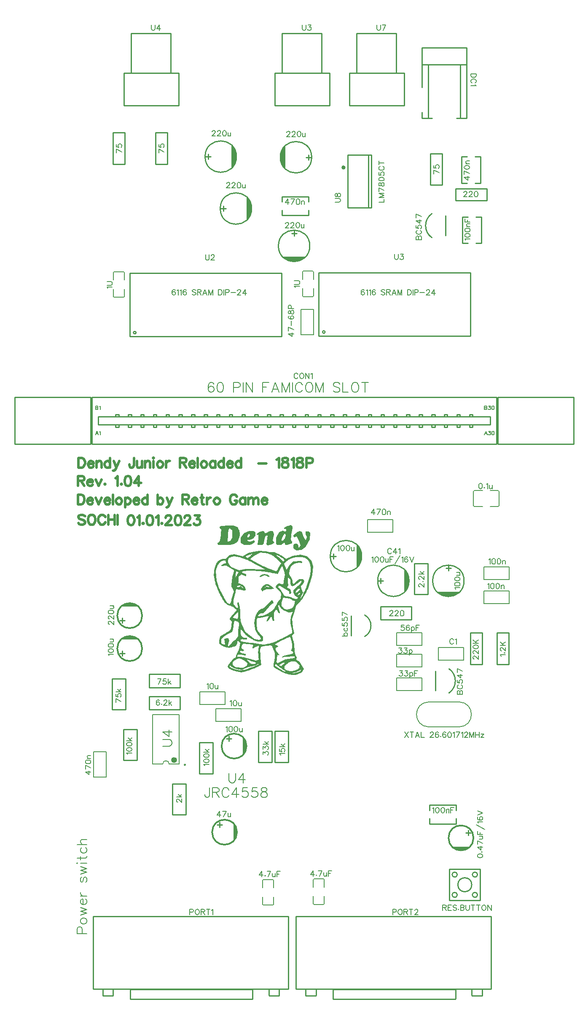
<source format=gto>
G04 Layer: TopSilkscreenLayer*
G04 EasyEDA v6.5.42, 2024-04-13 21:48:16*
G04 7b93da579f024c5689f0948710d994dc,a2f4cb7aa3704937908c5b59a0d1150c,10*
G04 Gerber Generator version 0.2*
G04 Scale: 100 percent, Rotated: No, Reflected: No *
G04 Dimensions in millimeters *
G04 leading zeros omitted , absolute positions ,4 integer and 5 decimal *
%FSLAX45Y45*%
%MOMM*%

%ADD10C,0.2032*%
%ADD11C,0.5000*%
%ADD12C,0.1524*%
%ADD13C,0.2000*%
%ADD14C,0.2540*%
%ADD15C,0.2007*%
%ADD16C,0.2286*%
%ADD17C,0.6000*%
%ADD18C,0.2500*%
%ADD19C,0.4000*%
%ADD20C,0.3000*%
%ADD21C,0.0112*%

%LPD*%
G36*
X5151475Y-600659D02*
G01*
X5098643Y-611022D01*
X5085435Y-614629D01*
X5072735Y-619048D01*
X5060746Y-624078D01*
X5049774Y-629564D01*
X5039918Y-635355D01*
X5035499Y-638251D01*
X5027828Y-644093D01*
X5021884Y-649681D01*
X5019598Y-652373D01*
X5017820Y-654964D01*
X5016601Y-657402D01*
X5015941Y-659638D01*
X5015890Y-661720D01*
X5016398Y-663651D01*
X5017617Y-665276D01*
X5019446Y-666699D01*
X5022037Y-667816D01*
X5025288Y-668680D01*
X5029352Y-669188D01*
X5039614Y-669696D01*
X5044490Y-670712D01*
X5048808Y-672338D01*
X5052517Y-674573D01*
X5055616Y-677367D01*
X5058054Y-680720D01*
X5059883Y-684530D01*
X5061000Y-688848D01*
X5061407Y-693572D01*
X5061102Y-698703D01*
X5060086Y-704240D01*
X5058308Y-710082D01*
X5051094Y-730046D01*
X4993386Y-706882D01*
X4915357Y-739698D01*
X4854041Y-848055D01*
X4854047Y-903681D01*
X4969306Y-903681D01*
X4979517Y-861872D01*
X4984648Y-844296D01*
X4990185Y-828344D01*
X4996027Y-814222D01*
X4999024Y-807872D01*
X5002072Y-802030D01*
X5005171Y-796645D01*
X5008270Y-791819D01*
X5011420Y-787501D01*
X5014569Y-783742D01*
X5017668Y-780542D01*
X5020767Y-777900D01*
X5023866Y-775868D01*
X5026914Y-774395D01*
X5029911Y-773582D01*
X5032857Y-773328D01*
X5035753Y-773785D01*
X5038547Y-774852D01*
X5041239Y-776579D01*
X5043830Y-779018D01*
X5046319Y-782116D01*
X5047894Y-784910D01*
X5049012Y-788162D01*
X5049672Y-791870D01*
X5049977Y-795934D01*
X5049875Y-800354D01*
X5049469Y-805129D01*
X5048707Y-810158D01*
X5046218Y-820877D01*
X5042611Y-832205D01*
X5038140Y-843838D01*
X5032857Y-855522D01*
X5026964Y-866851D01*
X5020614Y-877519D01*
X5014010Y-887221D01*
X5007305Y-895705D01*
X5003952Y-899363D01*
X5000650Y-902563D01*
X4997399Y-905306D01*
X4994198Y-907542D01*
X4991100Y-909218D01*
X4988153Y-910285D01*
X4985308Y-910742D01*
X4982616Y-910488D01*
X4980076Y-909574D01*
X4969306Y-903681D01*
X4854047Y-903681D01*
X4854448Y-918565D01*
X4855718Y-933703D01*
X4857597Y-947978D01*
X4860036Y-960678D01*
X4861407Y-966165D01*
X4864455Y-975055D01*
X4866132Y-978255D01*
X4878171Y-998118D01*
X4957216Y-998118D01*
X5026507Y-946759D01*
X5041087Y-998118D01*
X5064658Y-998118D01*
X5068316Y-997915D01*
X5077460Y-996492D01*
X5088737Y-993800D01*
X5101336Y-990041D01*
X5114645Y-985418D01*
X5127955Y-980186D01*
X5180634Y-956614D01*
X5180634Y-936244D01*
X5179720Y-928369D01*
X5177231Y-921918D01*
X5173522Y-917549D01*
X5168950Y-915924D01*
X5167426Y-915669D01*
X5166004Y-914958D01*
X5164683Y-913790D01*
X5163464Y-912164D01*
X5162397Y-910082D01*
X5160568Y-904544D01*
X5159197Y-897382D01*
X5158282Y-888593D01*
X5157876Y-878281D01*
X5157876Y-866444D01*
X5158333Y-853236D01*
X5159248Y-838657D01*
X5160670Y-822858D01*
X5162499Y-805891D01*
X5164785Y-787755D01*
X5183886Y-664616D01*
X5190845Y-618032D01*
G37*
G36*
X4003294Y-607720D02*
G01*
X3875125Y-608076D01*
X3850843Y-608482D01*
X3820160Y-609600D01*
X3792677Y-611327D01*
X3780536Y-612343D01*
X3760419Y-614730D01*
X3752748Y-616000D01*
X3746906Y-617372D01*
X3743045Y-618794D01*
X3737152Y-622249D01*
X3732326Y-625906D01*
X3728567Y-629869D01*
X3725824Y-633984D01*
X3724148Y-638302D01*
X3723487Y-642772D01*
X3723843Y-647293D01*
X3725316Y-651916D01*
X3727754Y-656590D01*
X3731310Y-661212D01*
X3735882Y-665835D01*
X3741521Y-670356D01*
X3760419Y-684174D01*
X3751579Y-778103D01*
X3749294Y-799693D01*
X3746906Y-819505D01*
X3744315Y-837641D01*
X3741623Y-854151D01*
X3738727Y-869086D01*
X3735628Y-882497D01*
X3732326Y-894435D01*
X3728821Y-905002D01*
X3725062Y-914196D01*
X3721100Y-922121D01*
X3717314Y-928065D01*
X3882237Y-928065D01*
X3890264Y-796747D01*
X3891838Y-774750D01*
X3893515Y-754938D01*
X3895344Y-737260D01*
X3897376Y-721715D01*
X3899611Y-708202D01*
X3902100Y-696620D01*
X3904945Y-686968D01*
X3908044Y-679145D01*
X3909771Y-675894D01*
X3911549Y-673100D01*
X3913428Y-670763D01*
X3915460Y-668832D01*
X3917543Y-667308D01*
X3919778Y-666191D01*
X3922115Y-665480D01*
X3924604Y-665175D01*
X3927144Y-665226D01*
X3929887Y-665683D01*
X3932732Y-666496D01*
X3935729Y-667664D01*
X3938828Y-669188D01*
X3945585Y-673303D01*
X3952900Y-678789D01*
X3960876Y-685495D01*
X3979214Y-701649D01*
X3979214Y-849172D01*
X3938422Y-921054D01*
X3882237Y-928065D01*
X3717314Y-928065D01*
X3714597Y-931722D01*
X3709873Y-936650D01*
X3704894Y-940511D01*
X3685082Y-953262D01*
X3693718Y-992987D01*
X3817416Y-996137D01*
X3854602Y-996492D01*
X3871671Y-996289D01*
X3887724Y-995781D01*
X3902913Y-995019D01*
X3917238Y-993952D01*
X3930751Y-992581D01*
X3943553Y-990904D01*
X3955643Y-988923D01*
X3967073Y-986586D01*
X3977995Y-983894D01*
X3988358Y-980846D01*
X3998214Y-977392D01*
X4007713Y-973632D01*
X4016857Y-969416D01*
X4025696Y-964793D01*
X4034282Y-959815D01*
X4042714Y-954328D01*
X4050944Y-948436D01*
X4095597Y-913993D01*
X4115663Y-854303D01*
X4119930Y-839673D01*
X4123436Y-825449D01*
X4126179Y-811580D01*
X4128109Y-798017D01*
X4129278Y-784809D01*
X4129684Y-771855D01*
X4129278Y-759155D01*
X4128109Y-746760D01*
X4127246Y-740613D01*
X4124858Y-728522D01*
X4121759Y-716584D01*
X4117848Y-704850D01*
X4113123Y-693267D01*
X4107637Y-681837D01*
X4084929Y-637743D01*
G37*
G36*
X4360570Y-711301D02*
G01*
X4354322Y-711454D01*
X4341520Y-712571D01*
X4328160Y-714705D01*
X4314393Y-717905D01*
X4300169Y-722071D01*
X4285538Y-727303D01*
X4270552Y-733552D01*
X4218635Y-756666D01*
X4163274Y-826871D01*
X4282897Y-826871D01*
X4283456Y-821588D01*
X4284573Y-815949D01*
X4286250Y-810056D01*
X4288485Y-804011D01*
X4291228Y-797966D01*
X4294581Y-791972D01*
X4298696Y-785825D01*
X4302810Y-780846D01*
X4306925Y-777087D01*
X4310837Y-774547D01*
X4314545Y-773125D01*
X4318000Y-772922D01*
X4321149Y-773836D01*
X4323842Y-775919D01*
X4326077Y-779170D01*
X4327753Y-783590D01*
X4328769Y-789076D01*
X4329176Y-795731D01*
X4328769Y-801573D01*
X4327652Y-807415D01*
X4325874Y-813104D01*
X4323486Y-818641D01*
X4320590Y-823823D01*
X4317288Y-828649D01*
X4313529Y-832967D01*
X4309516Y-836676D01*
X4305300Y-839774D01*
X4300880Y-842060D01*
X4296359Y-843534D01*
X4291838Y-843991D01*
X4288840Y-843432D01*
X4286504Y-841806D01*
X4284726Y-839216D01*
X4283506Y-835761D01*
X4282948Y-831596D01*
X4282897Y-826871D01*
X4163274Y-826871D01*
X4150055Y-843635D01*
X4148378Y-948486D01*
X4213809Y-998118D01*
X4321810Y-998118D01*
X4378553Y-973785D01*
X4385564Y-970432D01*
X4398111Y-963625D01*
X4403648Y-960221D01*
X4413300Y-953363D01*
X4417314Y-949909D01*
X4420870Y-946505D01*
X4423867Y-943152D01*
X4426305Y-939800D01*
X4428286Y-936498D01*
X4429658Y-933246D01*
X4430471Y-930097D01*
X4430776Y-926947D01*
X4430471Y-923899D01*
X4429607Y-920953D01*
X4428134Y-918108D01*
X4426102Y-915365D01*
X4423511Y-912723D01*
X4412081Y-902665D01*
X4377588Y-915263D01*
X4369968Y-917854D01*
X4362297Y-919937D01*
X4354677Y-921664D01*
X4347108Y-922985D01*
X4339691Y-923848D01*
X4332478Y-924356D01*
X4325518Y-924458D01*
X4318914Y-924153D01*
X4312666Y-923442D01*
X4306925Y-922375D01*
X4301642Y-920953D01*
X4296968Y-919124D01*
X4292955Y-916940D01*
X4289602Y-914400D01*
X4287062Y-911504D01*
X4285335Y-908202D01*
X4280560Y-895400D01*
X4305452Y-895400D01*
X4310888Y-895197D01*
X4316526Y-894638D01*
X4322419Y-893673D01*
X4328414Y-892403D01*
X4334560Y-890828D01*
X4347108Y-886714D01*
X4359808Y-881481D01*
X4372406Y-875182D01*
X4384649Y-868019D01*
X4390593Y-864158D01*
X4401870Y-855878D01*
X4407204Y-851509D01*
X4412234Y-847039D01*
X4417009Y-842416D01*
X4445812Y-810412D01*
X4445812Y-742442D01*
X4415231Y-723747D01*
X4410456Y-721360D01*
X4405528Y-719226D01*
X4400397Y-717296D01*
X4395165Y-715670D01*
X4389729Y-714298D01*
X4384192Y-713181D01*
X4378502Y-712317D01*
X4372660Y-711708D01*
X4366666Y-711352D01*
G37*
G36*
X5336235Y-711606D02*
G01*
X5296052Y-730046D01*
X5284216Y-736041D01*
X5272989Y-742340D01*
X5262473Y-748893D01*
X5252720Y-755700D01*
X5243677Y-762711D01*
X5235498Y-769874D01*
X5228132Y-777138D01*
X5221681Y-784555D01*
X5216144Y-792022D01*
X5202326Y-814527D01*
X5230368Y-844245D01*
X5248910Y-830834D01*
X5254752Y-827735D01*
X5257546Y-826769D01*
X5260238Y-826262D01*
X5262880Y-826160D01*
X5265470Y-826566D01*
X5268010Y-827430D01*
X5270550Y-828751D01*
X5273090Y-830630D01*
X5275630Y-833018D01*
X5278170Y-835964D01*
X5280761Y-839469D01*
X5286146Y-848309D01*
X5291785Y-859586D01*
X5297830Y-873455D01*
X5304434Y-890117D01*
X5311698Y-909675D01*
X5345988Y-1006398D01*
X5332679Y-1028242D01*
X5328970Y-1033526D01*
X5324957Y-1037691D01*
X5320842Y-1040841D01*
X5316778Y-1042873D01*
X5312918Y-1043940D01*
X5309362Y-1043990D01*
X5306364Y-1043025D01*
X5304028Y-1041095D01*
X5302554Y-1038250D01*
X5301996Y-1034491D01*
X5302605Y-1029817D01*
X5305501Y-1020978D01*
X5305907Y-1017066D01*
X5305755Y-1012647D01*
X5305094Y-1007922D01*
X5303926Y-1002995D01*
X5302300Y-998067D01*
X5300218Y-993241D01*
X5297779Y-988618D01*
X5284774Y-967282D01*
X5258358Y-967282D01*
X5251704Y-967536D01*
X5245506Y-968197D01*
X5239715Y-969314D01*
X5234381Y-970838D01*
X5229504Y-972870D01*
X5225034Y-975309D01*
X5221020Y-978204D01*
X5217414Y-981608D01*
X5214264Y-985418D01*
X5211521Y-989685D01*
X5209184Y-994460D01*
X5207304Y-999642D01*
X5205831Y-1005332D01*
X5204815Y-1011428D01*
X5204155Y-1018032D01*
X5203952Y-1025093D01*
X5203952Y-1058265D01*
X5268112Y-1102868D01*
X5364683Y-1093368D01*
X5449062Y-1036675D01*
X5533593Y-886002D01*
X5544972Y-745794D01*
X5526735Y-732485D01*
X5522518Y-729894D01*
X5517540Y-727557D01*
X5511952Y-725627D01*
X5505958Y-724052D01*
X5499760Y-722934D01*
X5493512Y-722274D01*
X5487416Y-722122D01*
X5481624Y-722528D01*
X5454751Y-725881D01*
X5450890Y-749960D01*
X5450382Y-755396D01*
X5450433Y-761593D01*
X5451043Y-768400D01*
X5452160Y-775512D01*
X5453735Y-782828D01*
X5455716Y-789990D01*
X5458053Y-796848D01*
X5460695Y-803198D01*
X5474411Y-832358D01*
X5465064Y-869696D01*
X5461914Y-879449D01*
X5460339Y-883310D01*
X5458663Y-886561D01*
X5456986Y-889152D01*
X5455259Y-891032D01*
X5453430Y-892302D01*
X5451551Y-892810D01*
X5449570Y-892657D01*
X5447487Y-891794D01*
X5445302Y-890219D01*
X5443016Y-887933D01*
X5440629Y-884885D01*
X5438089Y-881176D01*
X5432602Y-871423D01*
X5426506Y-858672D01*
X5419699Y-842771D01*
X5412130Y-823772D01*
X5376926Y-730808D01*
G37*
G36*
X4760976Y-712520D02*
G01*
X4752340Y-712876D01*
X4743094Y-714248D01*
X4733239Y-716635D01*
X4722825Y-719988D01*
X4711801Y-724408D01*
X4700270Y-729792D01*
X4688128Y-736244D01*
X4662576Y-751332D01*
X4651705Y-757021D01*
X4647387Y-758952D01*
X4643932Y-760222D01*
X4641596Y-760679D01*
X4640478Y-760374D01*
X4631639Y-745998D01*
X4624171Y-734618D01*
X4620717Y-729945D01*
X4617415Y-725982D01*
X4614164Y-722630D01*
X4610862Y-719937D01*
X4607509Y-717804D01*
X4604004Y-716280D01*
X4600244Y-715264D01*
X4596231Y-714806D01*
X4591812Y-714806D01*
X4586986Y-715314D01*
X4581652Y-716229D01*
X4569155Y-719378D01*
X4553864Y-724001D01*
X4538472Y-729030D01*
X4526026Y-733907D01*
X4514443Y-739394D01*
X4503826Y-745337D01*
X4494326Y-751484D01*
X4486046Y-757783D01*
X4479188Y-763981D01*
X4476343Y-767029D01*
X4471822Y-772871D01*
X4470247Y-775614D01*
X4469079Y-778256D01*
X4468418Y-780694D01*
X4468266Y-782980D01*
X4468571Y-785114D01*
X4469434Y-786993D01*
X4470857Y-788619D01*
X4472787Y-790041D01*
X4475327Y-791159D01*
X4478477Y-791972D01*
X4482236Y-792480D01*
X4504131Y-792632D01*
X4503521Y-840994D01*
X4503013Y-851306D01*
X4500981Y-874471D01*
X4498797Y-892606D01*
X4495139Y-915466D01*
X4491228Y-934923D01*
X4489704Y-944219D01*
X4488586Y-953211D01*
X4487824Y-961644D01*
X4487468Y-969213D01*
X4487519Y-975715D01*
X4488078Y-980897D01*
X4489043Y-984554D01*
X4494936Y-998118D01*
X4532274Y-998118D01*
X4540199Y-997864D01*
X4548327Y-997102D01*
X4556455Y-995934D01*
X4564380Y-994359D01*
X4571847Y-992428D01*
X4578654Y-990244D01*
X4584446Y-987856D01*
X4589170Y-985266D01*
X4608677Y-972413D01*
X4621631Y-891438D01*
X4625543Y-872794D01*
X4630115Y-856081D01*
X4632553Y-848512D01*
X4635144Y-841451D01*
X4637836Y-834999D01*
X4640681Y-829056D01*
X4643577Y-823721D01*
X4646523Y-818997D01*
X4649622Y-814882D01*
X4652721Y-811377D01*
X4655921Y-808583D01*
X4659122Y-806399D01*
X4662373Y-804926D01*
X4665675Y-804113D01*
X4668977Y-804062D01*
X4672279Y-804722D01*
X4675581Y-806145D01*
X4685995Y-811834D01*
X4663948Y-978611D01*
X4688992Y-1000709D01*
X4729886Y-993952D01*
X4741672Y-991463D01*
X4754118Y-987907D01*
X4766614Y-983538D01*
X4778451Y-978611D01*
X4788966Y-973378D01*
X4793538Y-970737D01*
X4824323Y-948944D01*
X4793945Y-898956D01*
X4808524Y-827735D01*
X4810810Y-813765D01*
X4812284Y-800608D01*
X4812995Y-788365D01*
X4812893Y-776986D01*
X4812080Y-766521D01*
X4810506Y-756970D01*
X4809490Y-752551D01*
X4806797Y-744321D01*
X4805222Y-740562D01*
X4801514Y-733755D01*
X4797094Y-727862D01*
X4794656Y-725271D01*
X4789220Y-720801D01*
X4786274Y-718921D01*
X4779822Y-715873D01*
X4776368Y-714705D01*
X4772761Y-713790D01*
X4769002Y-713130D01*
G37*
G36*
X4537659Y-1115669D02*
G01*
X4524908Y-1115822D01*
X4513224Y-1116279D01*
X4502912Y-1117041D01*
X4487468Y-1119022D01*
X4467352Y-1122172D01*
X4408119Y-1132332D01*
X4296867Y-1153109D01*
X4189222Y-1220520D01*
X4020058Y-1182624D01*
X3921302Y-1195578D01*
X3839311Y-1275486D01*
X3798315Y-1275588D01*
X3787698Y-1276146D01*
X3777437Y-1277264D01*
X3767429Y-1278940D01*
X3757777Y-1281226D01*
X3748379Y-1284020D01*
X3739337Y-1287424D01*
X3730548Y-1291386D01*
X3722115Y-1295958D01*
X3713937Y-1301038D01*
X3706063Y-1306728D01*
X3698494Y-1312976D01*
X3691229Y-1319834D01*
X3684270Y-1327200D01*
X3677564Y-1335176D01*
X3671214Y-1343761D01*
X3665118Y-1352905D01*
X3659327Y-1362608D01*
X3653840Y-1372920D01*
X3648659Y-1383792D01*
X3643731Y-1395222D01*
X3639108Y-1407312D01*
X3634790Y-1419910D01*
X3630777Y-1433118D01*
X3627018Y-1446936D01*
X3623564Y-1461312D01*
X3620363Y-1476298D01*
X3617518Y-1491843D01*
X3613675Y-1516583D01*
X3649522Y-1516583D01*
X3664915Y-1453692D01*
X3668776Y-1440789D01*
X3673144Y-1428343D01*
X3678123Y-1416304D01*
X3683558Y-1404721D01*
X3689502Y-1393647D01*
X3695903Y-1383080D01*
X3702761Y-1373022D01*
X3709974Y-1363624D01*
X3717594Y-1354785D01*
X3725519Y-1346606D01*
X3733749Y-1339088D01*
X3742283Y-1332230D01*
X3751072Y-1326184D01*
X3760063Y-1320850D01*
X3769258Y-1316329D01*
X3778605Y-1312621D01*
X3788105Y-1309776D01*
X3797706Y-1307795D01*
X3807358Y-1306779D01*
X3812235Y-1306576D01*
X3837686Y-1306322D01*
X3841908Y-1318056D01*
X3892804Y-1318056D01*
X3893565Y-1308303D01*
X3895445Y-1298346D01*
X3896817Y-1293317D01*
X3900424Y-1283055D01*
X3912362Y-1252778D01*
X3954170Y-1236827D01*
X3964533Y-1233271D01*
X3974439Y-1230325D01*
X3984142Y-1228090D01*
X3993946Y-1226515D01*
X4004056Y-1225550D01*
X4014825Y-1225245D01*
X4026458Y-1225550D01*
X4246016Y-1225550D01*
X4278477Y-1209344D01*
X4291482Y-1203553D01*
X4306417Y-1197356D01*
X4322216Y-1191209D01*
X4337913Y-1185418D01*
X4352493Y-1180388D01*
X4364939Y-1176477D01*
X4374184Y-1174089D01*
X4377334Y-1173530D01*
X4377944Y-1173835D01*
X4377639Y-1174800D01*
X4374692Y-1178763D01*
X4368850Y-1185062D01*
X4360570Y-1193292D01*
X4350156Y-1202994D01*
X4338066Y-1213866D01*
X4320692Y-1228902D01*
X4306874Y-1240180D01*
X4301083Y-1244447D01*
X4295902Y-1247800D01*
X4291279Y-1250391D01*
X4287113Y-1252118D01*
X4283303Y-1253032D01*
X4279798Y-1253236D01*
X4276496Y-1252728D01*
X4273245Y-1251508D01*
X4270095Y-1249629D01*
X4266844Y-1247089D01*
X4263440Y-1243990D01*
X4246016Y-1225550D01*
X4026458Y-1225550D01*
X4039260Y-1226515D01*
X4053484Y-1228039D01*
X4069486Y-1230223D01*
X4087418Y-1232966D01*
X4106468Y-1236268D01*
X4126839Y-1240891D01*
X4149140Y-1246987D01*
X4173067Y-1254455D01*
X4198213Y-1263091D01*
X4224121Y-1272692D01*
X4238371Y-1278280D01*
X4338320Y-1278280D01*
X4374591Y-1243634D01*
X4381703Y-1237742D01*
X4390136Y-1231392D01*
X4399686Y-1224737D01*
X4410202Y-1217828D01*
X4421428Y-1210868D01*
X4439107Y-1200607D01*
X4451197Y-1194054D01*
X4463186Y-1187907D01*
X4474972Y-1182319D01*
X4544923Y-1150162D01*
X4689246Y-1160018D01*
X4748682Y-1185468D01*
X4757775Y-1189990D01*
X4771713Y-1197914D01*
X4863388Y-1197914D01*
X4863490Y-1196949D01*
X4863998Y-1196238D01*
X4864912Y-1195781D01*
X4866182Y-1195628D01*
X4870043Y-1196187D01*
X4875530Y-1197864D01*
X4882692Y-1200658D01*
X4891430Y-1204569D01*
X4913934Y-1215593D01*
X4941570Y-1230223D01*
X4954371Y-1237589D01*
X4966817Y-1245209D01*
X4978501Y-1252880D01*
X4989169Y-1260348D01*
X4998466Y-1267409D01*
X5006086Y-1273810D01*
X5011674Y-1279347D01*
X5013655Y-1281734D01*
X5029606Y-1303375D01*
X4998415Y-1326184D01*
X4904536Y-1242568D01*
X4884724Y-1223873D01*
X4877206Y-1216355D01*
X4871364Y-1210005D01*
X4867046Y-1204823D01*
X4864404Y-1200810D01*
X4863693Y-1199235D01*
X4863388Y-1197914D01*
X4771713Y-1197914D01*
X4778349Y-1201928D01*
X4789576Y-1209141D01*
X4801311Y-1217015D01*
X4813350Y-1225448D01*
X4825644Y-1234389D01*
X4850384Y-1253337D01*
X4868570Y-1268018D01*
X4891481Y-1287627D01*
X4902098Y-1297228D01*
X4912004Y-1306525D01*
X4920996Y-1315415D01*
X4929073Y-1323848D01*
X4935982Y-1331722D01*
X4941671Y-1338884D01*
X4946040Y-1345234D01*
X4958130Y-1365148D01*
X4952075Y-1375460D01*
X5018836Y-1375460D01*
X5038699Y-1348943D01*
X5045151Y-1341221D01*
X5052212Y-1333754D01*
X5059781Y-1326489D01*
X5067858Y-1319428D01*
X5076444Y-1312621D01*
X5085486Y-1306068D01*
X5094986Y-1299718D01*
X5104892Y-1293672D01*
X5115153Y-1287830D01*
X5125821Y-1282293D01*
X5136794Y-1277010D01*
X5148072Y-1272032D01*
X5159654Y-1267307D01*
X5171490Y-1262888D01*
X5183530Y-1258773D01*
X5195773Y-1255014D01*
X5208219Y-1251508D01*
X5220817Y-1248359D01*
X5233517Y-1245565D01*
X5246370Y-1243076D01*
X5259273Y-1240942D01*
X5272176Y-1239164D01*
X5285181Y-1237742D01*
X5298135Y-1236675D01*
X5311038Y-1236014D01*
X5323941Y-1235710D01*
X5336743Y-1235811D01*
X5349443Y-1236319D01*
X5361990Y-1237234D01*
X5374386Y-1238554D01*
X5386628Y-1240282D01*
X5398617Y-1242415D01*
X5410403Y-1245006D01*
X5420766Y-1247749D01*
X5429808Y-1250645D01*
X5438495Y-1253947D01*
X5446877Y-1257655D01*
X5454904Y-1261821D01*
X5462676Y-1266342D01*
X5470093Y-1271320D01*
X5477205Y-1276654D01*
X5484012Y-1282395D01*
X5490464Y-1288592D01*
X5496661Y-1295146D01*
X5502452Y-1302054D01*
X5507990Y-1309420D01*
X5513171Y-1317091D01*
X5518048Y-1325219D01*
X5522569Y-1333703D01*
X5526786Y-1342542D01*
X5530697Y-1351788D01*
X5534253Y-1361389D01*
X5537454Y-1371346D01*
X5540349Y-1381658D01*
X5542940Y-1392326D01*
X5545124Y-1403400D01*
X5547055Y-1414780D01*
X5548630Y-1426565D01*
X5549849Y-1438656D01*
X5550712Y-1451102D01*
X5551271Y-1463852D01*
X5551474Y-1476959D01*
X5551373Y-1490421D01*
X5550916Y-1504238D01*
X5550103Y-1518361D01*
X5548934Y-1532788D01*
X5547461Y-1547520D01*
X5545582Y-1562608D01*
X5543397Y-1578000D01*
X5540857Y-1593748D01*
X5538012Y-1609750D01*
X5533339Y-1632051D01*
X5527903Y-1653286D01*
X5521147Y-1676755D01*
X5513222Y-1702104D01*
X5504281Y-1729028D01*
X5494477Y-1757019D01*
X5478475Y-1800453D01*
X5464352Y-1837029D01*
X5449722Y-1873300D01*
X5432044Y-1915261D01*
X5420410Y-1941779D01*
X5409082Y-1966671D01*
X5398211Y-1989582D01*
X5387949Y-2010105D01*
X5378450Y-2027936D01*
X5369915Y-2042617D01*
X5366004Y-2048713D01*
X5362397Y-2053843D01*
X5359095Y-2058060D01*
X5356148Y-2061260D01*
X5353558Y-2063394D01*
X5352389Y-2064105D01*
X5350306Y-2064562D01*
X5349443Y-2064359D01*
X5348681Y-2063902D01*
X5347817Y-2062683D01*
X5347411Y-2060905D01*
X5347462Y-2058568D01*
X5347970Y-2055672D01*
X5350205Y-2048306D01*
X5354116Y-2038857D01*
X5359654Y-2027478D01*
X5366816Y-2014169D01*
X5375503Y-1999081D01*
X5403037Y-1954428D01*
X5390794Y-1933041D01*
X5387136Y-1924913D01*
X5383022Y-1914245D01*
X5378653Y-1901850D01*
X5374284Y-1888286D01*
X5370118Y-1874266D01*
X5354777Y-1816963D01*
X5382361Y-1790039D01*
X5387390Y-1784807D01*
X5396280Y-1774393D01*
X5400243Y-1769313D01*
X5407101Y-1759356D01*
X5410047Y-1754479D01*
X5412638Y-1749704D01*
X5414873Y-1745030D01*
X5418328Y-1735988D01*
X5419598Y-1731619D01*
X5420461Y-1727403D01*
X5421020Y-1723288D01*
X5421274Y-1719325D01*
X5421172Y-1715465D01*
X5420715Y-1711756D01*
X5419953Y-1708200D01*
X5418836Y-1704797D01*
X5417413Y-1701546D01*
X5415635Y-1698498D01*
X5413603Y-1695551D01*
X5411165Y-1692859D01*
X5408422Y-1690319D01*
X5405374Y-1687931D01*
X5402021Y-1685798D01*
X5398312Y-1683816D01*
X5394299Y-1682089D01*
X5389930Y-1680565D01*
X5385308Y-1679244D01*
X5380329Y-1678178D01*
X5369407Y-1676654D01*
X5363464Y-1676298D01*
X5325567Y-1676196D01*
X5259984Y-1734820D01*
X5245455Y-1747469D01*
X5233162Y-1757832D01*
X5222849Y-1765807D01*
X5214416Y-1771497D01*
X5210860Y-1773478D01*
X5207660Y-1774952D01*
X5204866Y-1775815D01*
X5202377Y-1776171D01*
X5200243Y-1775968D01*
X5198414Y-1775256D01*
X5196840Y-1773986D01*
X5195570Y-1772208D01*
X5194503Y-1769922D01*
X5193639Y-1767128D01*
X5192471Y-1759966D01*
X5191912Y-1750822D01*
X5191556Y-1740255D01*
X5191150Y-1734820D01*
X5189524Y-1723339D01*
X5187086Y-1711299D01*
X5183886Y-1699006D01*
X5179974Y-1686560D01*
X5175504Y-1674266D01*
X5170474Y-1662328D01*
X5165039Y-1650949D01*
X5159298Y-1640382D01*
X5153304Y-1630832D01*
X5150256Y-1626463D01*
X5144058Y-1618843D01*
X5138115Y-1612646D01*
X5135575Y-1609344D01*
X5133289Y-1605788D01*
X5131206Y-1601927D01*
X5129377Y-1597812D01*
X5127752Y-1593392D01*
X5126380Y-1588719D01*
X5125262Y-1583791D01*
X5124348Y-1578559D01*
X5123281Y-1567484D01*
X5123180Y-1555445D01*
X5123992Y-1542491D01*
X5125770Y-1528724D01*
X5128514Y-1514195D01*
X5132222Y-1498904D01*
X5136845Y-1482953D01*
X5156758Y-1423619D01*
X5194808Y-1391666D01*
X5203850Y-1385366D01*
X5213908Y-1379474D01*
X5224780Y-1373987D01*
X5236311Y-1368958D01*
X5248402Y-1364488D01*
X5260797Y-1360525D01*
X5273395Y-1357223D01*
X5285994Y-1354531D01*
X5298490Y-1352550D01*
X5310733Y-1351280D01*
X5322468Y-1350822D01*
X5333593Y-1351127D01*
X5344007Y-1352346D01*
X5356758Y-1354632D01*
X5363870Y-1355090D01*
X5370017Y-1354683D01*
X5375249Y-1353566D01*
X5379364Y-1351788D01*
X5382412Y-1349400D01*
X5384241Y-1346454D01*
X5384800Y-1343101D01*
X5384038Y-1339392D01*
X5381904Y-1335379D01*
X5378246Y-1331163D01*
X5373065Y-1326845D01*
X5355742Y-1314196D01*
X5204358Y-1322679D01*
X5164226Y-1356410D01*
X5155895Y-1364488D01*
X5146954Y-1374140D01*
X5137759Y-1384909D01*
X5128514Y-1396492D01*
X5119522Y-1408531D01*
X5111089Y-1420723D01*
X5103418Y-1432661D01*
X5068214Y-1493469D01*
X5018836Y-1375460D01*
X4952075Y-1375460D01*
X4903876Y-1457248D01*
X4888128Y-1482801D01*
X4875326Y-1502562D01*
X4870551Y-1509471D01*
X4865979Y-1515160D01*
X4863998Y-1516380D01*
X4861204Y-1517142D01*
X4857648Y-1517396D01*
X4853279Y-1517243D01*
X4848148Y-1516684D01*
X4835804Y-1514297D01*
X4820767Y-1510284D01*
X4803241Y-1504797D01*
X4783378Y-1497888D01*
X4761484Y-1489659D01*
X4737709Y-1480159D01*
X4712309Y-1469542D01*
X4685385Y-1457858D01*
X4657242Y-1445158D01*
X4620564Y-1428089D01*
X4590288Y-1413560D01*
X4559452Y-1398270D01*
X4512462Y-1374292D01*
X4481017Y-1357680D01*
X4449673Y-1340662D01*
X4338320Y-1278280D01*
X4238371Y-1278280D01*
X4263542Y-1288643D01*
X4276648Y-1294282D01*
X4296105Y-1303020D01*
X4315104Y-1311960D01*
X4339539Y-1324102D01*
X4362500Y-1336344D01*
X4398772Y-1357528D01*
X4440072Y-1380794D01*
X4496054Y-1411122D01*
X4527702Y-1427734D01*
X4641596Y-1486458D01*
X4241647Y-1478940D01*
X4113377Y-1499870D01*
X3968750Y-1439316D01*
X3929379Y-1397101D01*
X3920490Y-1386636D01*
X3912870Y-1376426D01*
X3906520Y-1366418D01*
X3903776Y-1361490D01*
X3899255Y-1351788D01*
X3895953Y-1342136D01*
X3894734Y-1337310D01*
X3893820Y-1332534D01*
X3893159Y-1327708D01*
X3892804Y-1318056D01*
X3841908Y-1318056D01*
X3845051Y-1326794D01*
X3846931Y-1332890D01*
X3847998Y-1338580D01*
X3848303Y-1343812D01*
X3847896Y-1348638D01*
X3846728Y-1352956D01*
X3844798Y-1356817D01*
X3842207Y-1360119D01*
X3838905Y-1362862D01*
X3834942Y-1365046D01*
X3830269Y-1366672D01*
X3824986Y-1367637D01*
X3819093Y-1367942D01*
X3813403Y-1368552D01*
X3807206Y-1370177D01*
X3800551Y-1372717D01*
X3793744Y-1375968D01*
X3786987Y-1379880D01*
X3780434Y-1384249D01*
X3774287Y-1388922D01*
X3768851Y-1393748D01*
X3764229Y-1398625D01*
X3760673Y-1403350D01*
X3758437Y-1407769D01*
X3757625Y-1411833D01*
X3757625Y-1421688D01*
X3858818Y-1408277D01*
X4010406Y-1505559D01*
X4010304Y-1507794D01*
X4007510Y-1522933D01*
X4001719Y-1549654D01*
X3986276Y-1616100D01*
X3981043Y-1641093D01*
X3975520Y-1671015D01*
X4036517Y-1671015D01*
X4043679Y-1597050D01*
X4045762Y-1579930D01*
X4047998Y-1564284D01*
X4050334Y-1550822D01*
X4052620Y-1540256D01*
X4054703Y-1533296D01*
X4055668Y-1531467D01*
X4062272Y-1522018D01*
X4107535Y-1543354D01*
X4085894Y-1572564D01*
X4079951Y-1581658D01*
X4073601Y-1592275D01*
X4067200Y-1603857D01*
X4061053Y-1615694D01*
X4055516Y-1627174D01*
X4036517Y-1671015D01*
X3975520Y-1671015D01*
X3970985Y-1699514D01*
X3967632Y-1724101D01*
X3965194Y-1746402D01*
X3963822Y-1765503D01*
X3962004Y-1828088D01*
X4071721Y-1828088D01*
X4072534Y-1825294D01*
X4074312Y-1822551D01*
X4076954Y-1819960D01*
X4080459Y-1817522D01*
X4084777Y-1815388D01*
X4089857Y-1813458D01*
X4095648Y-1811934D01*
X4102201Y-1810715D01*
X4109364Y-1810004D01*
X4117136Y-1809750D01*
X4146143Y-1809750D01*
X4134780Y-1820773D01*
X4154525Y-1820773D01*
X4170934Y-1826310D01*
X4177842Y-1829612D01*
X4184446Y-1834540D01*
X4189984Y-1840382D01*
X4193743Y-1846478D01*
X4195572Y-1851355D01*
X4196334Y-1855216D01*
X4196181Y-1858060D01*
X4195165Y-1859838D01*
X4193387Y-1860702D01*
X4191000Y-1860550D01*
X4188104Y-1859483D01*
X4184700Y-1857552D01*
X4180992Y-1854657D01*
X4177080Y-1850948D01*
X4172965Y-1846325D01*
X4168851Y-1840941D01*
X4154525Y-1820773D01*
X4134780Y-1820773D01*
X4125722Y-1829562D01*
X4121302Y-1833473D01*
X4116527Y-1836877D01*
X4111548Y-1839722D01*
X4106519Y-1841957D01*
X4101592Y-1843582D01*
X4096918Y-1844497D01*
X4092651Y-1844598D01*
X4088942Y-1843887D01*
X4083253Y-1841652D01*
X4078732Y-1839163D01*
X4075379Y-1836521D01*
X4073093Y-1833778D01*
X4071924Y-1830933D01*
X4071721Y-1828088D01*
X3962004Y-1828088D01*
X3961739Y-1837385D01*
X3974795Y-1851812D01*
X3977690Y-1855419D01*
X3980891Y-1860245D01*
X3984345Y-1866036D01*
X3987901Y-1872589D01*
X3994861Y-1887118D01*
X3998112Y-1894738D01*
X4014165Y-1938274D01*
X3989070Y-1996541D01*
X3984345Y-2008886D01*
X3979672Y-2022348D01*
X3975201Y-2036521D01*
X3971036Y-2050897D01*
X3967276Y-2065070D01*
X3964127Y-2078634D01*
X3961637Y-2091131D01*
X3959453Y-2104136D01*
X3957980Y-2111502D01*
X3954322Y-2125726D01*
X3952240Y-2132533D01*
X3950004Y-2138934D01*
X3947668Y-2144877D01*
X3945229Y-2150364D01*
X3942791Y-2155190D01*
X3940301Y-2159355D01*
X3937863Y-2162759D01*
X3935425Y-2165299D01*
X3922754Y-2176475D01*
X4002532Y-2176475D01*
X4002786Y-2124151D01*
X4003548Y-2112924D01*
X4004970Y-2100529D01*
X4006951Y-2087473D01*
X4009440Y-2074062D01*
X4012336Y-2060752D01*
X4015638Y-2048002D01*
X4019194Y-2036114D01*
X4026814Y-2013305D01*
X4030726Y-2000554D01*
X4038041Y-1974138D01*
X4044137Y-1949043D01*
X4046474Y-1937969D01*
X4055465Y-1886762D01*
X4121607Y-1891030D01*
X4137812Y-1892655D01*
X4153509Y-1894738D01*
X4167835Y-1897227D01*
X4180128Y-1899920D01*
X4185259Y-1901291D01*
X4193032Y-1904085D01*
X4198518Y-1906473D01*
X4203750Y-1908403D01*
X4208729Y-1909825D01*
X4213402Y-1910842D01*
X4217771Y-1911400D01*
X4221835Y-1911502D01*
X4225594Y-1911248D01*
X4229049Y-1910537D01*
X4232198Y-1909470D01*
X4235043Y-1907997D01*
X4237532Y-1906168D01*
X4239666Y-1903984D01*
X4241495Y-1901494D01*
X4242968Y-1898650D01*
X4244086Y-1895551D01*
X4244797Y-1892096D01*
X4245203Y-1888388D01*
X4245254Y-1884375D01*
X4244898Y-1880107D01*
X4244187Y-1875637D01*
X4243070Y-1870913D01*
X4241546Y-1865934D01*
X4239666Y-1860804D01*
X4237380Y-1855470D01*
X4231538Y-1844243D01*
X4227982Y-1838401D01*
X4200652Y-1798675D01*
X4093464Y-1758188D01*
X4100474Y-1742033D01*
X4101439Y-1739392D01*
X4103217Y-1731772D01*
X4104792Y-1721662D01*
X4106062Y-1709623D01*
X4106976Y-1696364D01*
X4107484Y-1682496D01*
X4107535Y-1625295D01*
X4167276Y-1590802D01*
X4219498Y-1612696D01*
X4237329Y-1619758D01*
X4243781Y-1621891D01*
X4248810Y-1623060D01*
X4252569Y-1623314D01*
X4255312Y-1622552D01*
X4257192Y-1620774D01*
X4258310Y-1617980D01*
X4258919Y-1614220D01*
X4259173Y-1603502D01*
X4259173Y-1582166D01*
X4209135Y-1563624D01*
X4196791Y-1558544D01*
X4187088Y-1553667D01*
X4183176Y-1551330D01*
X4179925Y-1549044D01*
X4177233Y-1546860D01*
X4175201Y-1544726D01*
X4173728Y-1542694D01*
X4172813Y-1540662D01*
X4172508Y-1538732D01*
X4172712Y-1536903D01*
X4173524Y-1535074D01*
X4174794Y-1533347D01*
X4176623Y-1531721D01*
X4178960Y-1530096D01*
X4181754Y-1528572D01*
X4185056Y-1527098D01*
X4193082Y-1524406D01*
X4202836Y-1521968D01*
X4214317Y-1519783D01*
X4227423Y-1517853D01*
X4241952Y-1516227D01*
X4262170Y-1514551D01*
X4279747Y-1513535D01*
X4298594Y-1512773D01*
X4318457Y-1512265D01*
X4339386Y-1512062D01*
X4372406Y-1512265D01*
X4407154Y-1513078D01*
X4431131Y-1513941D01*
X4474311Y-1516126D01*
X4499508Y-1517751D01*
X4537760Y-1520698D01*
X4589170Y-1525625D01*
X4627575Y-1530045D01*
X4652975Y-1533347D01*
X4678019Y-1536903D01*
X4702708Y-1540713D01*
X4732883Y-1545894D01*
X4767783Y-1552702D01*
X4790135Y-1557578D01*
X4811623Y-1562760D01*
X4890820Y-1582724D01*
X4919421Y-1524914D01*
X4941112Y-1480058D01*
X4972202Y-1414221D01*
X4988052Y-1433068D01*
X4989779Y-1435404D01*
X4993436Y-1441958D01*
X4997399Y-1450848D01*
X5001514Y-1461617D01*
X5005628Y-1474012D01*
X5009692Y-1487576D01*
X5013502Y-1501952D01*
X5017008Y-1516786D01*
X5033264Y-1596542D01*
X5012944Y-1719783D01*
X5009642Y-1738223D01*
X5006543Y-1752955D01*
X5003444Y-1764385D01*
X5001818Y-1768957D01*
X5000091Y-1772818D01*
X4998262Y-1775968D01*
X4996332Y-1778558D01*
X4994198Y-1780489D01*
X4991862Y-1781911D01*
X4989322Y-1782825D01*
X4986578Y-1783283D01*
X4983480Y-1783334D01*
X4980127Y-1782978D01*
X4976469Y-1782318D01*
X4967986Y-1780082D01*
X4922215Y-1766062D01*
X4894275Y-1777288D01*
X4888484Y-1780082D01*
X4882845Y-1783740D01*
X4877358Y-1788109D01*
X4872329Y-1793036D01*
X4867757Y-1798370D01*
X4863896Y-1803958D01*
X4860798Y-1809648D01*
X4858715Y-1815236D01*
X4851225Y-1841550D01*
X4897780Y-1841550D01*
X4904689Y-1825650D01*
X4906924Y-1820976D01*
X4909312Y-1817217D01*
X4911852Y-1814322D01*
X4914696Y-1812239D01*
X4917998Y-1811070D01*
X4921758Y-1810816D01*
X4926126Y-1811426D01*
X4931156Y-1812899D01*
X4936998Y-1815287D01*
X4943703Y-1818538D01*
X4951374Y-1822704D01*
X5122316Y-1923389D01*
X5122316Y-1974088D01*
X5138572Y-1974088D01*
X5143906Y-1973681D01*
X5148529Y-1972462D01*
X5152440Y-1970379D01*
X5155590Y-1967484D01*
X5158079Y-1963724D01*
X5159857Y-1959203D01*
X5160873Y-1953869D01*
X5161178Y-1947722D01*
X5160772Y-1940763D01*
X5159603Y-1933041D01*
X5157774Y-1924507D01*
X5155184Y-1915160D01*
X5145074Y-1881886D01*
X5075275Y-1850136D01*
X5101844Y-1806397D01*
X5093462Y-1733753D01*
X5092141Y-1716328D01*
X5091531Y-1699768D01*
X5091633Y-1684934D01*
X5092395Y-1672539D01*
X5093055Y-1667560D01*
X5093919Y-1663496D01*
X5094935Y-1660448D01*
X5102860Y-1642211D01*
X5145633Y-1688744D01*
X5145938Y-1738884D01*
X5146548Y-1753107D01*
X5147767Y-1765960D01*
X5149545Y-1777441D01*
X5151932Y-1787601D01*
X5154980Y-1796440D01*
X5158587Y-1803907D01*
X5160619Y-1807108D01*
X5162804Y-1810004D01*
X5165191Y-1812543D01*
X5167680Y-1814779D01*
X5170373Y-1816709D01*
X5173218Y-1818233D01*
X5176215Y-1819452D01*
X5179364Y-1820367D01*
X5182666Y-1820925D01*
X5186172Y-1821129D01*
X5189829Y-1821027D01*
X5193639Y-1820621D01*
X5197652Y-1819859D01*
X5206187Y-1817319D01*
X5215331Y-1813458D01*
X5225237Y-1808327D01*
X5235854Y-1801875D01*
X5247182Y-1794052D01*
X5259222Y-1785010D01*
X5285943Y-1763064D01*
X5299506Y-1752346D01*
X5312257Y-1742592D01*
X5323941Y-1734108D01*
X5334203Y-1727098D01*
X5342686Y-1721815D01*
X5349087Y-1718462D01*
X5351373Y-1717548D01*
X5353050Y-1717293D01*
X5359603Y-1717700D01*
X5362295Y-1718208D01*
X5364581Y-1718919D01*
X5366512Y-1719884D01*
X5368036Y-1721053D01*
X5369153Y-1722475D01*
X5369814Y-1724152D01*
X5370118Y-1726082D01*
X5369966Y-1728266D01*
X5369407Y-1730705D01*
X5368442Y-1733397D01*
X5367020Y-1736445D01*
X5362905Y-1743303D01*
X5357012Y-1751380D01*
X5349341Y-1760728D01*
X5339791Y-1771396D01*
X5328412Y-1783435D01*
X5315102Y-1796948D01*
X5299862Y-1811883D01*
X5203952Y-1903933D01*
X5203952Y-1928317D01*
X5204256Y-1933803D01*
X5205018Y-1939594D01*
X5206235Y-1945386D01*
X5250789Y-1945386D01*
X5250840Y-1941169D01*
X5251805Y-1936292D01*
X5253583Y-1930857D01*
X5256276Y-1924913D01*
X5259730Y-1918614D01*
X5263997Y-1912061D01*
X5269026Y-1905304D01*
X5274818Y-1898446D01*
X5280710Y-1892198D01*
X5286552Y-1886762D01*
X5292242Y-1882139D01*
X5297830Y-1878330D01*
X5303316Y-1875383D01*
X5308650Y-1873250D01*
X5313781Y-1871980D01*
X5318709Y-1871522D01*
X5323484Y-1871980D01*
X5328005Y-1873250D01*
X5332323Y-1875383D01*
X5336336Y-1878380D01*
X5337048Y-1879955D01*
X5336692Y-1882343D01*
X5335371Y-1885391D01*
X5333187Y-1889099D01*
X5326634Y-1897938D01*
X5317744Y-1908098D01*
X5307330Y-1918766D01*
X5296204Y-1929231D01*
X5285130Y-1938731D01*
X5274868Y-1946452D01*
X5270347Y-1949450D01*
X5266232Y-1951685D01*
X5262778Y-1953056D01*
X5259984Y-1953564D01*
X5256225Y-1953006D01*
X5253431Y-1951380D01*
X5251653Y-1948789D01*
X5250789Y-1945386D01*
X5206235Y-1945386D01*
X5208016Y-1951888D01*
X5210200Y-1958238D01*
X5212740Y-1964689D01*
X5215636Y-1971141D01*
X5218836Y-1977643D01*
X5226100Y-1990293D01*
X5230729Y-1997252D01*
X5288229Y-1997252D01*
X5290312Y-1990699D01*
X5295442Y-1982724D01*
X5303062Y-1974189D01*
X5308447Y-1969160D01*
X5313730Y-1964791D01*
X5318709Y-1961184D01*
X5323433Y-1958238D01*
X5327802Y-1956003D01*
X5331714Y-1954530D01*
X5335219Y-1953869D01*
X5338216Y-1953920D01*
X5340654Y-1954784D01*
X5342432Y-1956409D01*
X5343550Y-1958898D01*
X5343956Y-1962251D01*
X5343042Y-1966010D01*
X5340502Y-1970379D01*
X5336641Y-1975205D01*
X5331714Y-1980133D01*
X5326024Y-1985060D01*
X5319928Y-1989785D01*
X5313578Y-1994052D01*
X5307380Y-1997710D01*
X5301589Y-2000453D01*
X5296458Y-2002129D01*
X5292344Y-2002586D01*
X5289499Y-2001520D01*
X5288229Y-1997252D01*
X5230729Y-1997252D01*
X5234279Y-2002231D01*
X5238648Y-2007819D01*
X5243118Y-2013051D01*
X5247690Y-2017928D01*
X5252313Y-2022398D01*
X5256987Y-2026361D01*
X5261610Y-2029764D01*
X5266232Y-2032558D01*
X5270804Y-2034743D01*
X5296814Y-2045411D01*
X5283098Y-2076856D01*
X5253685Y-2076856D01*
X5249316Y-2076653D01*
X5239054Y-2075129D01*
X5227320Y-2072284D01*
X5214772Y-2068372D01*
X5202123Y-2063546D01*
X5189931Y-2058060D01*
X5179872Y-2052878D01*
X5169712Y-2048357D01*
X5157927Y-2043988D01*
X5145024Y-2039823D01*
X5131358Y-2035962D01*
X5117388Y-2032609D01*
X5103520Y-2029764D01*
X5090109Y-2027631D01*
X5023154Y-2020316D01*
X4977485Y-1936902D01*
X4968595Y-1921662D01*
X4959604Y-1907032D01*
X4950663Y-1893519D01*
X4942179Y-1881378D01*
X4934305Y-1871014D01*
X4927346Y-1862785D01*
X4924247Y-1859584D01*
X4921504Y-1857095D01*
X4919116Y-1855317D01*
X4897780Y-1841550D01*
X4851225Y-1841550D01*
X4851095Y-1842007D01*
X4891176Y-1879396D01*
X4901488Y-1890115D01*
X4911902Y-1901952D01*
X4921910Y-1914194D01*
X4930952Y-1926234D01*
X4938471Y-1937359D01*
X4961585Y-1977542D01*
X4949901Y-2068931D01*
X4922977Y-2098446D01*
X4918049Y-2104593D01*
X4912410Y-2112162D01*
X4899660Y-2130958D01*
X4885690Y-2153107D01*
X4871669Y-2176983D01*
X4864912Y-2189022D01*
X4823002Y-2266899D01*
X4760671Y-2320442D01*
X4750612Y-2328672D01*
X4740402Y-2336596D01*
X4729988Y-2344267D01*
X4719421Y-2351684D01*
X4698034Y-2365552D01*
X4687163Y-2372004D01*
X4676241Y-2378151D01*
X4665319Y-2383942D01*
X4654346Y-2389378D01*
X4643424Y-2394458D01*
X4632452Y-2399182D01*
X4621580Y-2403551D01*
X4610760Y-2407513D01*
X4599990Y-2411069D01*
X4589373Y-2414219D01*
X4578807Y-2416911D01*
X4568444Y-2419248D01*
X4558233Y-2421077D01*
X4507026Y-2428341D01*
X4499305Y-2417368D01*
X4497832Y-2414117D01*
X4497628Y-2410460D01*
X4498594Y-2406446D01*
X4500575Y-2402281D01*
X4503470Y-2397912D01*
X4507230Y-2393492D01*
X4511700Y-2389124D01*
X4516780Y-2384856D01*
X4522368Y-2380792D01*
X4528362Y-2376982D01*
X4534662Y-2373477D01*
X4541113Y-2370480D01*
X4547666Y-2367991D01*
X4554220Y-2366111D01*
X4560620Y-2364943D01*
X4566767Y-2364486D01*
X4594453Y-2364486D01*
X4643932Y-2317089D01*
X4660798Y-2300071D01*
X4683455Y-2275738D01*
X4701133Y-2255723D01*
X4716932Y-2236978D01*
X4734509Y-2215286D01*
X4745786Y-2202637D01*
X4756912Y-2191156D01*
X4762195Y-2186025D01*
X4771999Y-2177389D01*
X4776368Y-2174036D01*
X4780229Y-2171395D01*
X4783531Y-2169566D01*
X4805426Y-2159254D01*
X4794707Y-2124557D01*
X4792319Y-2118512D01*
X4789830Y-2113432D01*
X4787239Y-2109317D01*
X4784496Y-2106117D01*
X4781550Y-2103932D01*
X4778451Y-2102662D01*
X4775098Y-2102408D01*
X4771491Y-2103069D01*
X4767630Y-2104694D01*
X4763516Y-2107336D01*
X4759045Y-2110892D01*
X4754270Y-2115464D01*
X4749139Y-2120950D01*
X4743602Y-2127453D01*
X4734255Y-2139188D01*
X4726381Y-2148433D01*
X4717237Y-2158542D01*
X4706975Y-2169261D01*
X4684268Y-2191816D01*
X4672228Y-2203246D01*
X4648047Y-2225243D01*
X4625187Y-2244750D01*
X4614824Y-2253081D01*
X4605528Y-2260142D01*
X4597501Y-2265730D01*
X4590999Y-2269693D01*
X4586173Y-2271776D01*
X4584547Y-2272030D01*
X4576521Y-2272487D01*
X4572508Y-2273046D01*
X4564532Y-2274824D01*
X4556658Y-2277465D01*
X4548835Y-2280869D01*
X4541062Y-2285085D01*
X4533442Y-2290064D01*
X4525924Y-2295753D01*
X4518558Y-2302103D01*
X4511294Y-2309164D01*
X4504232Y-2316784D01*
X4497324Y-2325065D01*
X4490618Y-2333853D01*
X4484166Y-2343200D01*
X4477867Y-2353056D01*
X4471873Y-2363368D01*
X4466082Y-2374138D01*
X4460595Y-2385314D01*
X4455414Y-2396896D01*
X4450486Y-2408783D01*
X4445914Y-2421026D01*
X4441647Y-2433523D01*
X4437735Y-2446274D01*
X4434179Y-2459278D01*
X4430979Y-2472436D01*
X4428236Y-2485796D01*
X4425848Y-2499258D01*
X4423867Y-2512872D01*
X4422343Y-2526487D01*
X4421327Y-2540203D01*
X4420717Y-2553919D01*
X4420616Y-2567584D01*
X4420971Y-2581198D01*
X4421886Y-2594762D01*
X4431995Y-2690418D01*
X4460798Y-2740253D01*
X4467199Y-2750413D01*
X4474362Y-2761030D01*
X4486097Y-2777236D01*
X4494225Y-2787751D01*
X4502302Y-2797657D01*
X4510125Y-2806649D01*
X4527550Y-2825343D01*
X4531918Y-2830626D01*
X4535830Y-2835757D01*
X4539284Y-2840736D01*
X4542282Y-2845562D01*
X4544822Y-2850184D01*
X4546904Y-2854655D01*
X4548530Y-2858922D01*
X4549698Y-2862986D01*
X4550410Y-2866898D01*
X4550714Y-2870555D01*
X4550562Y-2874010D01*
X4550003Y-2877261D01*
X4548987Y-2880258D01*
X4547616Y-2883052D01*
X4545787Y-2885592D01*
X4543501Y-2887878D01*
X4540859Y-2889910D01*
X4537811Y-2891688D01*
X4534357Y-2893212D01*
X4530496Y-2894431D01*
X4526280Y-2895346D01*
X4521657Y-2896006D01*
X4516628Y-2896362D01*
X4511243Y-2896412D01*
X4505452Y-2896158D01*
X4499356Y-2895600D01*
X4492853Y-2894736D01*
X4485944Y-2893517D01*
X4478731Y-2891942D01*
X4428286Y-2878531D01*
X4239361Y-2734360D01*
X4215587Y-2684576D01*
X4196384Y-2642616D01*
X4174947Y-2594508D01*
X4142536Y-2520238D01*
X4142282Y-2426563D01*
X4141520Y-2393543D01*
X4139996Y-2360015D01*
X4137761Y-2326690D01*
X4134865Y-2294280D01*
X4131462Y-2263444D01*
X4127652Y-2234895D01*
X4123436Y-2209393D01*
X4121251Y-2197963D01*
X4119016Y-2187600D01*
X4116679Y-2178304D01*
X4114342Y-2170176D01*
X4112006Y-2163318D01*
X4109669Y-2157831D01*
X4107281Y-2153818D01*
X4091787Y-2137206D01*
X4082592Y-2151634D01*
X4081018Y-2155342D01*
X4080001Y-2160320D01*
X4079544Y-2166366D01*
X4079697Y-2173274D01*
X4080357Y-2180793D01*
X4081576Y-2188718D01*
X4083304Y-2196795D01*
X4085590Y-2204872D01*
X4097731Y-2243683D01*
X4074566Y-2264054D01*
X4002532Y-2176475D01*
X3922754Y-2176475D01*
X3918204Y-2180488D01*
X3891686Y-2165502D01*
X3888028Y-2162657D01*
X3884015Y-2158796D01*
X3879494Y-2153970D01*
X3869436Y-2141524D01*
X3858056Y-2125827D01*
X3845560Y-2107234D01*
X3832250Y-2086152D01*
X3818331Y-2063038D01*
X3803954Y-2038299D01*
X3789426Y-2012289D01*
X3771392Y-1978710D01*
X3753865Y-1944624D01*
X3740556Y-1917598D01*
X3728110Y-1891131D01*
X3716731Y-1865731D01*
X3706622Y-1841804D01*
X3698087Y-1819706D01*
X3694480Y-1809496D01*
X3662527Y-1712112D01*
X3649522Y-1516583D01*
X3613675Y-1516583D01*
X3611524Y-1533347D01*
X3603650Y-1601165D01*
X3617976Y-1682292D01*
X3622446Y-1703832D01*
X3628034Y-1726539D01*
X3634638Y-1750263D01*
X3642207Y-1774799D01*
X3650589Y-1800047D01*
X3655110Y-1812899D01*
X3669690Y-1851914D01*
X3682898Y-1884730D01*
X3691229Y-1904390D01*
X3702761Y-1930450D01*
X3714648Y-1956155D01*
X3729939Y-1987550D01*
X3742385Y-2011832D01*
X3754983Y-2035251D01*
X3770782Y-2062988D01*
X3783329Y-2083714D01*
X3795776Y-2103018D01*
X3808018Y-2120696D01*
X3819906Y-2136546D01*
X3831437Y-2150465D01*
X3837076Y-2156612D01*
X3842562Y-2162200D01*
X3880408Y-2197862D01*
X3938015Y-2213102D01*
X3949192Y-2217064D01*
X3960977Y-2222042D01*
X3973118Y-2227935D01*
X3985361Y-2234539D01*
X3997502Y-2241702D01*
X4009237Y-2249271D01*
X4020362Y-2257044D01*
X4030624Y-2264816D01*
X4039819Y-2272487D01*
X4047642Y-2279853D01*
X4050995Y-2283358D01*
X4056329Y-2289962D01*
X4058259Y-2293010D01*
X4059682Y-2295855D01*
X4060596Y-2298446D01*
X4060901Y-2300833D01*
X4060596Y-2302103D01*
X4058208Y-2306421D01*
X4053687Y-2313025D01*
X4047236Y-2321509D01*
X4039158Y-2331567D01*
X4018991Y-2355342D01*
X3983278Y-2395474D01*
X3971899Y-2408783D01*
X3961384Y-2421483D01*
X3952087Y-2433218D01*
X3942695Y-2445664D01*
X3994251Y-2445664D01*
X3994708Y-2443124D01*
X3995724Y-2440279D01*
X3997350Y-2437180D01*
X4002379Y-2430018D01*
X4009745Y-2421331D01*
X4019448Y-2410968D01*
X4063237Y-2367076D01*
X4072331Y-2358542D01*
X4079595Y-2352548D01*
X4082542Y-2350465D01*
X4085183Y-2349042D01*
X4087368Y-2348280D01*
X4089298Y-2348128D01*
X4090873Y-2348687D01*
X4092194Y-2349855D01*
X4093260Y-2351633D01*
X4094073Y-2354122D01*
X4095140Y-2361031D01*
X4095648Y-2370632D01*
X4095699Y-2397912D01*
X4095292Y-2412695D01*
X4094226Y-2426970D01*
X4092600Y-2440127D01*
X4090517Y-2451404D01*
X4089349Y-2456180D01*
X4088079Y-2460193D01*
X4086758Y-2463495D01*
X4085437Y-2465882D01*
X4075328Y-2479903D01*
X4026763Y-2465781D01*
X4015790Y-2462377D01*
X4007053Y-2459075D01*
X4003497Y-2457450D01*
X4000550Y-2455773D01*
X3998112Y-2454046D01*
X3996283Y-2452166D01*
X3995013Y-2450185D01*
X3994353Y-2448001D01*
X3994251Y-2445664D01*
X3942695Y-2445664D01*
X3938015Y-2452370D01*
X3933850Y-2459075D01*
X3932580Y-2461564D01*
X3923385Y-2482646D01*
X3969664Y-2527046D01*
X3958285Y-2620822D01*
X3956253Y-2634589D01*
X3954119Y-2646934D01*
X3951732Y-2658110D01*
X3948937Y-2668219D01*
X3945636Y-2677464D01*
X3941775Y-2685897D01*
X3937203Y-2693771D01*
X3931767Y-2701188D01*
X3928719Y-2704795D01*
X3921810Y-2711856D01*
X3913835Y-2718816D01*
X3904640Y-2725928D01*
X3894124Y-2733294D01*
X3882136Y-2741066D01*
X3868572Y-2749397D01*
X3836314Y-2768346D01*
X3738575Y-2825038D01*
X3722878Y-2871419D01*
X3719423Y-2883814D01*
X3716324Y-2896768D01*
X3713835Y-2909620D01*
X3712057Y-2921660D01*
X3711092Y-2932176D01*
X3710940Y-2936646D01*
X3710940Y-2967075D01*
X3714392Y-2969920D01*
X3757625Y-2969920D01*
X3757625Y-2880461D01*
X3781145Y-2855163D01*
X3789273Y-2847949D01*
X3799332Y-2840126D01*
X3810711Y-2831998D01*
X3822750Y-2824073D01*
X3834892Y-2816809D01*
X3878376Y-2792831D01*
X3908247Y-2775813D01*
X3929634Y-2763367D01*
X3976014Y-2735884D01*
X3991101Y-2682951D01*
X3994454Y-2669286D01*
X3997401Y-2655366D01*
X3999788Y-2642006D01*
X4001515Y-2629814D01*
X4002430Y-2619603D01*
X4002684Y-2611323D01*
X4003598Y-2601671D01*
X4005275Y-2590596D01*
X4007612Y-2578760D01*
X4010456Y-2566720D01*
X4013708Y-2555189D01*
X4028389Y-2511856D01*
X4108399Y-2543810D01*
X4115308Y-2568092D01*
X4116171Y-2571750D01*
X4116984Y-2580589D01*
X4117035Y-2585669D01*
X4116324Y-2596642D01*
X4114749Y-2608326D01*
X4112310Y-2620010D01*
X4106926Y-2638450D01*
X4104894Y-2647238D01*
X4103014Y-2657348D01*
X4101287Y-2668574D01*
X4099763Y-2680614D01*
X4098442Y-2693212D01*
X4096918Y-2712770D01*
X4096258Y-2725826D01*
X4095902Y-2738678D01*
X4095851Y-2819857D01*
X4066692Y-2863748D01*
X4062526Y-2869742D01*
X4053535Y-2881325D01*
X4048861Y-2886760D01*
X4039412Y-2896616D01*
X4031705Y-2903524D01*
X4142536Y-2903524D01*
X4142638Y-2900476D01*
X4143044Y-2897835D01*
X4143806Y-2895498D01*
X4144975Y-2893466D01*
X4146702Y-2891739D01*
X4148988Y-2890266D01*
X4151985Y-2889097D01*
X4155694Y-2888183D01*
X4160215Y-2887472D01*
X4165650Y-2887014D01*
X4179468Y-2886659D01*
X4197807Y-2887065D01*
X4270857Y-2890316D01*
X4270857Y-2857652D01*
X4241850Y-2857500D01*
X4229963Y-2856484D01*
X4224274Y-2855569D01*
X4218787Y-2854401D01*
X4213453Y-2852978D01*
X4208272Y-2851302D01*
X4203293Y-2849422D01*
X4193895Y-2844850D01*
X4189476Y-2842209D01*
X4185208Y-2839313D01*
X4181144Y-2836164D01*
X4177284Y-2832811D01*
X4173626Y-2829204D01*
X4170172Y-2825394D01*
X4166870Y-2821330D01*
X4163822Y-2817063D01*
X4160926Y-2812542D01*
X4158234Y-2807817D01*
X4153509Y-2797708D01*
X4151426Y-2792323D01*
X4147972Y-2780944D01*
X4146499Y-2774950D01*
X4144314Y-2762250D01*
X4142994Y-2748788D01*
X4142638Y-2741777D01*
X4142587Y-2726690D01*
X4143298Y-2713431D01*
X4143959Y-2707995D01*
X4144772Y-2703322D01*
X4145838Y-2699461D01*
X4147108Y-2696362D01*
X4148632Y-2694076D01*
X4150360Y-2692552D01*
X4152392Y-2691790D01*
X4154678Y-2691841D01*
X4157218Y-2692654D01*
X4160062Y-2694279D01*
X4163212Y-2696616D01*
X4166615Y-2699766D01*
X4174490Y-2708351D01*
X4178909Y-2713786D01*
X4196283Y-2737104D01*
X4204309Y-2747111D01*
X4212691Y-2757017D01*
X4221530Y-2766822D01*
X4230674Y-2776423D01*
X4240225Y-2785922D01*
X4250029Y-2795270D01*
X4260138Y-2804414D01*
X4270502Y-2813354D01*
X4281119Y-2822143D01*
X4291939Y-2830677D01*
X4302912Y-2838958D01*
X4314088Y-2847035D01*
X4325366Y-2854858D01*
X4342434Y-2866034D01*
X4365447Y-2879902D01*
X4376978Y-2886405D01*
X4388459Y-2892501D01*
X4399940Y-2898292D01*
X4411319Y-2903728D01*
X4422597Y-2908808D01*
X4433773Y-2913481D01*
X4444746Y-2917748D01*
X4455566Y-2921609D01*
X4466234Y-2925064D01*
X4476597Y-2928061D01*
X4486757Y-2930601D01*
X4496562Y-2932633D01*
X4506112Y-2934258D01*
X4515307Y-2935325D01*
X4524146Y-2935935D01*
X4532579Y-2935986D01*
X4540605Y-2935528D01*
X4548225Y-2934512D01*
X4555286Y-2932938D01*
X4561941Y-2930804D01*
X4567986Y-2928061D01*
X4573524Y-2924708D01*
X4576114Y-2922828D01*
X4597450Y-2905810D01*
X4597450Y-2839059D01*
X4551578Y-2790647D01*
X4542739Y-2780842D01*
X4525162Y-2760167D01*
X4516983Y-2749956D01*
X4509465Y-2740152D01*
X4502912Y-2731160D01*
X4497578Y-2723235D01*
X4476546Y-2688132D01*
X4470704Y-2583891D01*
X4469942Y-2554782D01*
X4469841Y-2540914D01*
X4470349Y-2515870D01*
X4470908Y-2505151D01*
X4471670Y-2495956D01*
X4472635Y-2488539D01*
X4473752Y-2483154D01*
X4481220Y-2456992D01*
X4524248Y-2456891D01*
X4534052Y-2456281D01*
X4545330Y-2455113D01*
X4557725Y-2453487D01*
X4570730Y-2451404D01*
X4584039Y-2448966D01*
X4597247Y-2446223D01*
X4609947Y-2443226D01*
X4639919Y-2435707D01*
X4655413Y-2432304D01*
X4669688Y-2429510D01*
X4681931Y-2427528D01*
X4691380Y-2426411D01*
X4716373Y-2426157D01*
X4687671Y-2469134D01*
X4680458Y-2481021D01*
X4674768Y-2491689D01*
X4670501Y-2501036D01*
X4667656Y-2509062D01*
X4666132Y-2515717D01*
X4665827Y-2518562D01*
X4665827Y-2521000D01*
X4666132Y-2523134D01*
X4666691Y-2524912D01*
X4667554Y-2526334D01*
X4668672Y-2527401D01*
X4670044Y-2528112D01*
X4671669Y-2528468D01*
X4673549Y-2528417D01*
X4675682Y-2528011D01*
X4678019Y-2527249D01*
X4680559Y-2526131D01*
X4686249Y-2522677D01*
X4692700Y-2517698D01*
X4699812Y-2511145D01*
X4707534Y-2503017D01*
X4715865Y-2493264D01*
X4724603Y-2481884D01*
X4766564Y-2422245D01*
X4788154Y-2519426D01*
X4806492Y-2515819D01*
X4813350Y-2513330D01*
X4818430Y-2509164D01*
X4821174Y-2503881D01*
X4821224Y-2498090D01*
X4820259Y-2492044D01*
X4819396Y-2482189D01*
X4818634Y-2469286D01*
X4817719Y-2437333D01*
X4817567Y-2355697D01*
X4840376Y-2317038D01*
X4844389Y-2310942D01*
X4848098Y-2305761D01*
X4851552Y-2301595D01*
X4854905Y-2298395D01*
X4858105Y-2296160D01*
X4861204Y-2294940D01*
X4864252Y-2294686D01*
X4867300Y-2295398D01*
X4870450Y-2297125D01*
X4873650Y-2299868D01*
X4876952Y-2303576D01*
X4880457Y-2308301D01*
X4884216Y-2314041D01*
X4888230Y-2320798D01*
X4895951Y-2334768D01*
X4902504Y-2345588D01*
X4908499Y-2354224D01*
X4913934Y-2360777D01*
X4916373Y-2363266D01*
X4920843Y-2366772D01*
X4922875Y-2367788D01*
X4924653Y-2368296D01*
X4926330Y-2368346D01*
X4927752Y-2367940D01*
X4929073Y-2367076D01*
X4930140Y-2365756D01*
X4931003Y-2363978D01*
X4931714Y-2361742D01*
X4932222Y-2359101D01*
X4932578Y-2352497D01*
X4932070Y-2344267D01*
X4930648Y-2334463D01*
X4928260Y-2323134D01*
X4924958Y-2310282D01*
X4920640Y-2296058D01*
X4914493Y-2277719D01*
X4908600Y-2258466D01*
X4906314Y-2249830D01*
X4903063Y-2234692D01*
X4902047Y-2228138D01*
X4901488Y-2222246D01*
X4901336Y-2217064D01*
X4901641Y-2212594D01*
X4902352Y-2208784D01*
X4903470Y-2205685D01*
X4905044Y-2203246D01*
X4907076Y-2201519D01*
X4909515Y-2200452D01*
X4912360Y-2200148D01*
X4916881Y-2201164D01*
X4920589Y-2203958D01*
X4923078Y-2208123D01*
X4924044Y-2213203D01*
X4924298Y-2216150D01*
X4925130Y-2219350D01*
X4964836Y-2219350D01*
X4965547Y-2176322D01*
X4965852Y-2170176D01*
X4966462Y-2163521D01*
X4967376Y-2156561D01*
X4970068Y-2141880D01*
X4973726Y-2126996D01*
X4978146Y-2112670D01*
X4983124Y-2099767D01*
X4985766Y-2094026D01*
X5005222Y-2054707D01*
X5126431Y-2066239D01*
X5176875Y-2095601D01*
X5189016Y-2102104D01*
X5200599Y-2107844D01*
X5211013Y-2112518D01*
X5219700Y-2115921D01*
X5226151Y-2117699D01*
X5228336Y-2117953D01*
X5241544Y-2117953D01*
X5232146Y-2161997D01*
X5228488Y-2173986D01*
X5223713Y-2186787D01*
X5218125Y-2199690D01*
X5212029Y-2211933D01*
X5205679Y-2222906D01*
X5202529Y-2227681D01*
X5179720Y-2260396D01*
X5121503Y-2279904D01*
X5107838Y-2283917D01*
X5095392Y-2286762D01*
X5089601Y-2287778D01*
X5083962Y-2288489D01*
X5073345Y-2289048D01*
X5068316Y-2288844D01*
X5063337Y-2288336D01*
X5058511Y-2287473D01*
X5053736Y-2286355D01*
X5049012Y-2284831D01*
X5044338Y-2283053D01*
X5039614Y-2280869D01*
X5034889Y-2278380D01*
X5025288Y-2272284D01*
X5020310Y-2268728D01*
X5009997Y-2260447D01*
X4998974Y-2250694D01*
X4964836Y-2219350D01*
X4925130Y-2219350D01*
X4926431Y-2222754D01*
X4928209Y-2226411D01*
X4933086Y-2234336D01*
X4939639Y-2242870D01*
X4947615Y-2251811D01*
X4956759Y-2261057D01*
X4966970Y-2270404D01*
X4977942Y-2279700D01*
X4989576Y-2288692D01*
X5001615Y-2297328D01*
X5013909Y-2305304D01*
X5026202Y-2312517D01*
X5038293Y-2318766D01*
X5050028Y-2323896D01*
X5104841Y-2345385D01*
X5192826Y-2338222D01*
X5182666Y-2359558D01*
X5177688Y-2370988D01*
X5173065Y-2382621D01*
X5168747Y-2394356D01*
X5164836Y-2406243D01*
X5161280Y-2418232D01*
X5158130Y-2430322D01*
X5155285Y-2442514D01*
X5152847Y-2454757D01*
X5150764Y-2467051D01*
X5149037Y-2479344D01*
X5147716Y-2491638D01*
X5146751Y-2503932D01*
X5146141Y-2516174D01*
X5145938Y-2528366D01*
X5146090Y-2540457D01*
X5146649Y-2552496D01*
X5147564Y-2564384D01*
X5148884Y-2576169D01*
X5150561Y-2587802D01*
X5152644Y-2599232D01*
X5155133Y-2610510D01*
X5157978Y-2621534D01*
X5161229Y-2632354D01*
X5166512Y-2648559D01*
X5169763Y-2660142D01*
X5172710Y-2672130D01*
X5175300Y-2684068D01*
X5177485Y-2695651D01*
X5179110Y-2706522D01*
X5180126Y-2716326D01*
X5180533Y-2724708D01*
X5180634Y-2761335D01*
X5004054Y-2854553D01*
X4973015Y-2870555D01*
X4943957Y-2885186D01*
X4916678Y-2898495D01*
X4890973Y-2910535D01*
X4866640Y-2921457D01*
X4843475Y-2931312D01*
X4821224Y-2940202D01*
X4799787Y-2948178D01*
X4778857Y-2955290D01*
X4763414Y-2960116D01*
X4737862Y-2967380D01*
X4712157Y-2973679D01*
X4691329Y-2978200D01*
X4669942Y-2982264D01*
X4620320Y-2991205D01*
X4837785Y-2991205D01*
X4838090Y-2989681D01*
X4838750Y-2988106D01*
X4841138Y-2984703D01*
X4845050Y-2980893D01*
X4850536Y-2976626D01*
X4857648Y-2971850D01*
X4866538Y-2966466D01*
X4877206Y-2960471D01*
X4904181Y-2946298D01*
X4939233Y-2928772D01*
X5055260Y-2872232D01*
X5081371Y-2859836D01*
X5092293Y-2854960D01*
X5101894Y-2850946D01*
X5110276Y-2847848D01*
X5117592Y-2845562D01*
X5123891Y-2844139D01*
X5129276Y-2843631D01*
X5133898Y-2843936D01*
X5135930Y-2844393D01*
X5137861Y-2845104D01*
X5141163Y-2847136D01*
X5144058Y-2849981D01*
X5146497Y-2853740D01*
X5148732Y-2858312D01*
X5150713Y-2863697D01*
X5154625Y-2877108D01*
X5165598Y-2917850D01*
X5169052Y-2932176D01*
X5171998Y-2946298D01*
X5174538Y-2960217D01*
X5176570Y-2973832D01*
X5178145Y-2987040D01*
X5179263Y-2999841D01*
X5179872Y-3012186D01*
X5180025Y-3023971D01*
X5179669Y-3035147D01*
X5178856Y-3045612D01*
X5177586Y-3055416D01*
X5175808Y-3064357D01*
X5173573Y-3072485D01*
X5170830Y-3079699D01*
X5167579Y-3085947D01*
X5154523Y-3107436D01*
X5207609Y-3142691D01*
X5200548Y-3158845D01*
X5199176Y-3161131D01*
X5196890Y-3163519D01*
X5193893Y-3166008D01*
X5190134Y-3168548D01*
X5185765Y-3171088D01*
X5175453Y-3176117D01*
X5163362Y-3180791D01*
X5150205Y-3184804D01*
X5063794Y-3205327D01*
X5033416Y-3213201D01*
X5021630Y-3216605D01*
X5011928Y-3219704D01*
X5004054Y-3222548D01*
X4997805Y-3225241D01*
X4992979Y-3227832D01*
X4989423Y-3230372D01*
X4986883Y-3232962D01*
X4985207Y-3235604D01*
X4979263Y-3251098D01*
X5034788Y-3241649D01*
X5044846Y-3240227D01*
X5068620Y-3237687D01*
X5095697Y-3235553D01*
X5123840Y-3233978D01*
X5150916Y-3233216D01*
X5233111Y-3232607D01*
X5233111Y-3263442D01*
X5046472Y-3290468D01*
X4889195Y-3365296D01*
X4867554Y-3345637D01*
X4880457Y-3208020D01*
X4926431Y-3201822D01*
X4878070Y-3139897D01*
X4868214Y-3126384D01*
X4860188Y-3114243D01*
X4854041Y-3103321D01*
X4849672Y-3093567D01*
X4848199Y-3089097D01*
X4847183Y-3084880D01*
X4846574Y-3080867D01*
X4846472Y-3077159D01*
X4846777Y-3073603D01*
X4847539Y-3070301D01*
X4848758Y-3067151D01*
X4850434Y-3064256D01*
X4852517Y-3061462D01*
X4855108Y-3058871D01*
X4858105Y-3056432D01*
X4861560Y-3054096D01*
X4865420Y-3051911D01*
X4869738Y-3049828D01*
X4880711Y-3045256D01*
X4886045Y-3042767D01*
X4890465Y-3040278D01*
X4893970Y-3037840D01*
X4896612Y-3035452D01*
X4898339Y-3033014D01*
X4899152Y-3030626D01*
X4899050Y-3028238D01*
X4898085Y-3025851D01*
X4896154Y-3023463D01*
X4893360Y-3021076D01*
X4889652Y-3018637D01*
X4884978Y-3016148D01*
X4879441Y-3013659D01*
X4852212Y-3003753D01*
X4847031Y-3001416D01*
X4842916Y-2999079D01*
X4839970Y-2996590D01*
X4838954Y-2995320D01*
X4838242Y-2993999D01*
X4837836Y-2992628D01*
X4837785Y-2991205D01*
X4620320Y-2991205D01*
X4596638Y-2995472D01*
X4438446Y-2969564D01*
X4394098Y-2962757D01*
X4336491Y-2954578D01*
X4286758Y-2948279D01*
X4266996Y-2946095D01*
X4243781Y-2944012D01*
X4223156Y-2941675D01*
X4204919Y-2938932D01*
X4189171Y-2935782D01*
X4175709Y-2932176D01*
X4169867Y-2930194D01*
X4164634Y-2928061D01*
X4159910Y-2925826D01*
X4155795Y-2923489D01*
X4152239Y-2921000D01*
X4149242Y-2918409D01*
X4146804Y-2915716D01*
X4144924Y-2912872D01*
X4143603Y-2909874D01*
X4142790Y-2906776D01*
X4142536Y-2903524D01*
X4031705Y-2903524D01*
X4025900Y-2908046D01*
X4021886Y-2910738D01*
X4018178Y-2912719D01*
X4011422Y-2915310D01*
X4007561Y-2917494D01*
X4003243Y-2920441D01*
X3998569Y-2924149D01*
X3993591Y-2928467D01*
X3988409Y-2933395D01*
X3977640Y-2944672D01*
X3966870Y-2957474D01*
X3961637Y-2964230D01*
X3946855Y-2984652D01*
X3937711Y-2996184D01*
X3929227Y-3005785D01*
X3921455Y-3013506D01*
X3914495Y-3019298D01*
X3911295Y-3021533D01*
X3908298Y-3023260D01*
X3905554Y-3024479D01*
X3903014Y-3025292D01*
X3900678Y-3025597D01*
X3898595Y-3025444D01*
X3896766Y-3024784D01*
X3895191Y-3023717D01*
X3893820Y-3022193D01*
X3892753Y-3020161D01*
X3891940Y-3017672D01*
X3891381Y-3014776D01*
X3891127Y-3011373D01*
X3891127Y-3007512D01*
X3891991Y-2998470D01*
X3894074Y-2987548D01*
X3897426Y-2974848D01*
X3902049Y-2960370D01*
X3917899Y-2914142D01*
X3898341Y-2867914D01*
X3871722Y-2868066D01*
X3866032Y-2868269D01*
X3860139Y-2868828D01*
X3854145Y-2869692D01*
X3848252Y-2870809D01*
X3842664Y-2872130D01*
X3837482Y-2873654D01*
X3832961Y-2875330D01*
X3829202Y-2877108D01*
X3813352Y-2885948D01*
X3829812Y-2991205D01*
X3816248Y-2991205D01*
X3809237Y-2990342D01*
X3800094Y-2988056D01*
X3789984Y-2984703D01*
X3780180Y-2980588D01*
X3757625Y-2969920D01*
X3714392Y-2969920D01*
X3742385Y-2992882D01*
X3753053Y-3000857D01*
X3764229Y-3008376D01*
X3775760Y-3015386D01*
X3787648Y-3021939D01*
X3799789Y-3027984D01*
X3812133Y-3033471D01*
X3824579Y-3038449D01*
X3837076Y-3042869D01*
X3849573Y-3046730D01*
X3861968Y-3049981D01*
X3874262Y-3052572D01*
X3886301Y-3054604D01*
X3898087Y-3055924D01*
X3909517Y-3056636D01*
X3920540Y-3056636D01*
X3931107Y-3055924D01*
X3941114Y-3054553D01*
X3950512Y-3052419D01*
X3959250Y-3049524D01*
X3970426Y-3044698D01*
X3977741Y-3041802D01*
X3992372Y-3036925D01*
X4005478Y-3033572D01*
X4010914Y-3032658D01*
X4019600Y-3032099D01*
X4023817Y-3031388D01*
X4027982Y-3030220D01*
X4032046Y-3028645D01*
X4036060Y-3026613D01*
X4039920Y-3024174D01*
X4043730Y-3021330D01*
X4047439Y-3018078D01*
X4050995Y-3014421D01*
X4054449Y-3010408D01*
X4057751Y-3006039D01*
X4060951Y-3001314D01*
X4063949Y-2996234D01*
X4066794Y-2990799D01*
X4069486Y-2985058D01*
X4072026Y-2979013D01*
X4074363Y-2972612D01*
X4076496Y-2965958D01*
X4080205Y-2951784D01*
X4090060Y-2907284D01*
X4142435Y-2969717D01*
X4122775Y-3044190D01*
X4119168Y-3056331D01*
X4115054Y-3068980D01*
X4110532Y-3081985D01*
X4105706Y-3095040D01*
X4100626Y-3107893D01*
X4095445Y-3120288D01*
X4090263Y-3132023D01*
X4085082Y-3142792D01*
X4080154Y-3152394D01*
X4073906Y-3163620D01*
X4066641Y-3177895D01*
X4060342Y-3192119D01*
X4055160Y-3205581D01*
X4051452Y-3217519D01*
X4050233Y-3222752D01*
X4049471Y-3227273D01*
X4049217Y-3234842D01*
X4082999Y-3234842D01*
X4090060Y-3191560D01*
X4123588Y-3193542D01*
X4147362Y-3195828D01*
X4176369Y-3199282D01*
X4190949Y-3201263D01*
X4247489Y-3209645D01*
X4247489Y-3176371D01*
X4192015Y-3168396D01*
X4183532Y-3166618D01*
X4175556Y-3164636D01*
X4168241Y-3162401D01*
X4161536Y-3159963D01*
X4155490Y-3157321D01*
X4150106Y-3154527D01*
X4145432Y-3151530D01*
X4141520Y-3148431D01*
X4138320Y-3145180D01*
X4135983Y-3141878D01*
X4134408Y-3138424D01*
X4133697Y-3134969D01*
X4133900Y-3131464D01*
X4134967Y-3127908D01*
X4136948Y-3124352D01*
X4145076Y-3112820D01*
X4199432Y-3124809D01*
X4216501Y-3100476D01*
X4165854Y-3070860D01*
X4165854Y-3038246D01*
X4166158Y-3031388D01*
X4167022Y-3024530D01*
X4168343Y-3017723D01*
X4170121Y-3011271D01*
X4172305Y-3005328D01*
X4174794Y-3000044D01*
X4177487Y-2995625D01*
X4180433Y-2992323D01*
X4195013Y-2979013D01*
X4295140Y-2983941D01*
X4313377Y-2985262D01*
X4330649Y-2986938D01*
X4346549Y-2988919D01*
X4360672Y-2991104D01*
X4372610Y-2993440D01*
X4381906Y-2995879D01*
X4385411Y-2997098D01*
X4388104Y-2998317D01*
X4389932Y-2999536D01*
X4403191Y-3011170D01*
X4385818Y-3045002D01*
X4383328Y-3050794D01*
X4381500Y-3055924D01*
X4380382Y-3060293D01*
X4379976Y-3063951D01*
X4380230Y-3066846D01*
X4381144Y-3069082D01*
X4382770Y-3070555D01*
X4385106Y-3071317D01*
X4388053Y-3071368D01*
X4391710Y-3070656D01*
X4396028Y-3069234D01*
X4401007Y-3067050D01*
X4406646Y-3064154D01*
X4412945Y-3060496D01*
X4424527Y-3053232D01*
X4434586Y-3047390D01*
X4445355Y-3041751D01*
X4456176Y-3036519D01*
X4466539Y-3032099D01*
X4475784Y-3028645D01*
X4507585Y-3019653D01*
X4499914Y-3100628D01*
X4498492Y-3123692D01*
X4497933Y-3148584D01*
X4497882Y-3161334D01*
X4498238Y-3180334D01*
X4499356Y-3204464D01*
X4500168Y-3215640D01*
X4501184Y-3226054D01*
X4502353Y-3235452D01*
X4511548Y-3299968D01*
X4453839Y-3312718D01*
X4332427Y-3277463D01*
X4303877Y-3269742D01*
X4266844Y-3260699D01*
X4237482Y-3254248D01*
X4209643Y-3248710D01*
X4184345Y-3244342D01*
X4162856Y-3241344D01*
X4082999Y-3234842D01*
X4049217Y-3234842D01*
X4049217Y-3255924D01*
X4027728Y-3260852D01*
X4025137Y-3261715D01*
X4022191Y-3263087D01*
X4015232Y-3267456D01*
X4007205Y-3273704D01*
X3998163Y-3281527D01*
X3988409Y-3290773D01*
X3978097Y-3301187D01*
X3967479Y-3312464D01*
X3956710Y-3324453D01*
X3945991Y-3336848D01*
X3935526Y-3349447D01*
X3925570Y-3361994D01*
X3916688Y-3373729D01*
X3981907Y-3373729D01*
X3981958Y-3369665D01*
X3982364Y-3365601D01*
X3983075Y-3361486D01*
X3984142Y-3357422D01*
X3985564Y-3353358D01*
X3987292Y-3349244D01*
X3989324Y-3345230D01*
X3991711Y-3341166D01*
X3997401Y-3333242D01*
X4000754Y-3329279D01*
X4008424Y-3321558D01*
X4012692Y-3317798D01*
X4022242Y-3310432D01*
X4033012Y-3303320D01*
X4045051Y-3296564D01*
X4058259Y-3290214D01*
X4076395Y-3282187D01*
X4090568Y-3276346D01*
X4096512Y-3274212D01*
X4101896Y-3272637D01*
X4106875Y-3271570D01*
X4111599Y-3270961D01*
X4116273Y-3270859D01*
X4120946Y-3271215D01*
X4125823Y-3272028D01*
X4131005Y-3273298D01*
X4143095Y-3277158D01*
X4158335Y-3282696D01*
X4170918Y-3288080D01*
X4268724Y-3288080D01*
X4329023Y-3310788D01*
X4353306Y-3319373D01*
X4378858Y-3328009D01*
X4421581Y-3341979D01*
X4432858Y-3346602D01*
X4441748Y-3351123D01*
X4445304Y-3353358D01*
X4448302Y-3355594D01*
X4450689Y-3357727D01*
X4452518Y-3359810D01*
X4453788Y-3361893D01*
X4454448Y-3363874D01*
X4454550Y-3365754D01*
X4454093Y-3367633D01*
X4453026Y-3369360D01*
X4451451Y-3371037D01*
X4449267Y-3372612D01*
X4446574Y-3374034D01*
X4443323Y-3375406D01*
X4435144Y-3377742D01*
X4424730Y-3379571D01*
X4412234Y-3380790D01*
X4397552Y-3381400D01*
X4382617Y-3381349D01*
X4376420Y-3381095D01*
X4370781Y-3380587D01*
X4365548Y-3379825D01*
X4360621Y-3378708D01*
X4355947Y-3377184D01*
X4351426Y-3375202D01*
X4346956Y-3372713D01*
X4342434Y-3369614D01*
X4337812Y-3365906D01*
X4332935Y-3361537D01*
X4327753Y-3356406D01*
X4315968Y-3343605D01*
X4301794Y-3327146D01*
X4268724Y-3288080D01*
X4170918Y-3288080D01*
X4187190Y-3296361D01*
X4198213Y-3302558D01*
X4209338Y-3309264D01*
X4220311Y-3316325D01*
X4230674Y-3323437D01*
X4240225Y-3330498D01*
X4283710Y-3364128D01*
X4276648Y-3417570D01*
X4195013Y-3454603D01*
X4049471Y-3447440D01*
X4012437Y-3423005D01*
X4007967Y-3419601D01*
X4000144Y-3412540D01*
X3996740Y-3408883D01*
X3993692Y-3405174D01*
X3991000Y-3401364D01*
X3988663Y-3397554D01*
X3986682Y-3393694D01*
X3985056Y-3389731D01*
X3983736Y-3385769D01*
X3982770Y-3381806D01*
X3982161Y-3377742D01*
X3981907Y-3373729D01*
X3916688Y-3373729D01*
X3911904Y-3380232D01*
X3904030Y-3391611D01*
X3897274Y-3402126D01*
X3891940Y-3411474D01*
X3889806Y-3415690D01*
X3887788Y-3420567D01*
X3922471Y-3420567D01*
X3922928Y-3418433D01*
X3924096Y-3416909D01*
X3925925Y-3415893D01*
X3928414Y-3415487D01*
X3931462Y-3415639D01*
X3935018Y-3416401D01*
X3939082Y-3417824D01*
X3943553Y-3419856D01*
X3948328Y-3422548D01*
X3953459Y-3425951D01*
X3972560Y-3440226D01*
X3982262Y-3446576D01*
X3992372Y-3452571D01*
X4002938Y-3458210D01*
X4013860Y-3463442D01*
X4025137Y-3468319D01*
X4036771Y-3472789D01*
X4048709Y-3476802D01*
X4060901Y-3480460D01*
X4073347Y-3483660D01*
X4086047Y-3486404D01*
X4098899Y-3488740D01*
X4111955Y-3490569D01*
X4174896Y-3497173D01*
X4241901Y-3469487D01*
X4262475Y-3461613D01*
X4286351Y-3453129D01*
X4312158Y-3444494D01*
X4338523Y-3436162D01*
X4363974Y-3428644D01*
X4390034Y-3421532D01*
X4422597Y-3412286D01*
X4450943Y-3403447D01*
X4462576Y-3399485D01*
X4471924Y-3396030D01*
X4478578Y-3393186D01*
X4493564Y-3384956D01*
X4500524Y-3382416D01*
X4503521Y-3384245D01*
X4504131Y-3390392D01*
X4503877Y-3391204D01*
X4502048Y-3393287D01*
X4498441Y-3395827D01*
X4493209Y-3398875D01*
X4486503Y-3402380D01*
X4469079Y-3410458D01*
X4447082Y-3419805D01*
X4421479Y-3430015D01*
X4393285Y-3440785D01*
X4363364Y-3451707D01*
X4332782Y-3462477D01*
X4302455Y-3472738D01*
X4273346Y-3482086D01*
X4246372Y-3490264D01*
X4222597Y-3496868D01*
X4212132Y-3499510D01*
X4202887Y-3501593D01*
X4194860Y-3503117D01*
X4135831Y-3511397D01*
X4069791Y-3497986D01*
X4053789Y-3494278D01*
X4038295Y-3490112D01*
X4023360Y-3485642D01*
X4009136Y-3480866D01*
X3995724Y-3475786D01*
X3983126Y-3470452D01*
X3971442Y-3464966D01*
X3960825Y-3459276D01*
X3951325Y-3453434D01*
X3942994Y-3447491D01*
X3935984Y-3441547D01*
X3932986Y-3438550D01*
X3929024Y-3433978D01*
X3926027Y-3429914D01*
X3923944Y-3426307D01*
X3922826Y-3423158D01*
X3922471Y-3420567D01*
X3887788Y-3420567D01*
X3886911Y-3422954D01*
X3886200Y-3425901D01*
X3885895Y-3428441D01*
X3886555Y-3434587D01*
X3888536Y-3440734D01*
X3891737Y-3446983D01*
X3893769Y-3450132D01*
X3898798Y-3456381D01*
X3904894Y-3462578D01*
X3912108Y-3468776D01*
X3920337Y-3474923D01*
X3929532Y-3480917D01*
X3939692Y-3486861D01*
X3950766Y-3492601D01*
X3962654Y-3498240D01*
X3975354Y-3503625D01*
X3988815Y-3508857D01*
X4002989Y-3513785D01*
X4017772Y-3518509D01*
X4033215Y-3522929D01*
X4049217Y-3527044D01*
X4065727Y-3530803D01*
X4082745Y-3534206D01*
X4162145Y-3548024D01*
X4236669Y-3530650D01*
X4260799Y-3524351D01*
X4286910Y-3516731D01*
X4314444Y-3507943D01*
X4342892Y-3498291D01*
X4378655Y-3485337D01*
X4406798Y-3474567D01*
X4433773Y-3463645D01*
X4459122Y-3452876D01*
X4482134Y-3442462D01*
X4502251Y-3432657D01*
X4511040Y-3428034D01*
X4525670Y-3419500D01*
X4531410Y-3415690D01*
X4535932Y-3412185D01*
X4564329Y-3388106D01*
X4556658Y-3359658D01*
X4555591Y-3353968D01*
X4552696Y-3331718D01*
X4550308Y-3307232D01*
X4547920Y-3278378D01*
X4545685Y-3246577D01*
X4543806Y-3213303D01*
X4537557Y-3091230D01*
X4564532Y-3033826D01*
X4650282Y-3020466D01*
X4666488Y-3018231D01*
X4697730Y-3014776D01*
X4724552Y-3012897D01*
X4735271Y-3012643D01*
X4743602Y-3012897D01*
X4773625Y-3016910D01*
X4830622Y-3160725D01*
X4830165Y-3238703D01*
X4829657Y-3251657D01*
X4828794Y-3265424D01*
X4826000Y-3294227D01*
X4822037Y-3322878D01*
X4819700Y-3336493D01*
X4817211Y-3349193D01*
X4814570Y-3360775D01*
X4811014Y-3374440D01*
X4807407Y-3390493D01*
X4804765Y-3405073D01*
X4803526Y-3415233D01*
X4832756Y-3415233D01*
X4833467Y-3410864D01*
X4835144Y-3405073D01*
X4837531Y-3398672D01*
X4840224Y-3392322D01*
X4843018Y-3386886D01*
X4845558Y-3383026D01*
X4847590Y-3381603D01*
X4849063Y-3382365D01*
X4856988Y-3388207D01*
X4880335Y-3407003D01*
X4925517Y-3407003D01*
X4925872Y-3404514D01*
X4927142Y-3401822D01*
X4929428Y-3398875D01*
X4932680Y-3395726D01*
X4936896Y-3392322D01*
X4942128Y-3388614D01*
X4948428Y-3384550D01*
X4964125Y-3375456D01*
X4980787Y-3366566D01*
X4993690Y-3360420D01*
X5004562Y-3356101D01*
X5009184Y-3354578D01*
X5013299Y-3353511D01*
X5016855Y-3352850D01*
X5019903Y-3352596D01*
X5022392Y-3352749D01*
X5024323Y-3353308D01*
X5025694Y-3354273D01*
X5026507Y-3355644D01*
X5026761Y-3357372D01*
X5026456Y-3359505D01*
X5025491Y-3361944D01*
X5024018Y-3364839D01*
X5019192Y-3371596D01*
X5011978Y-3379724D01*
X5002276Y-3389223D01*
X4961077Y-3425596D01*
X4942586Y-3419348D01*
X4937556Y-3417468D01*
X4933340Y-3415588D01*
X4930038Y-3413607D01*
X4927650Y-3411524D01*
X4926126Y-3409340D01*
X4925517Y-3407003D01*
X4880335Y-3407003D01*
X4904282Y-3426815D01*
X4923485Y-3441598D01*
X4945075Y-3457295D01*
X4961839Y-3468979D01*
X4984332Y-3483864D01*
X5028996Y-3483864D01*
X5028996Y-3424275D01*
X5064150Y-3387598D01*
X5073853Y-3378504D01*
X5083810Y-3370122D01*
X5093970Y-3362502D01*
X5104333Y-3355644D01*
X5114899Y-3349498D01*
X5125567Y-3344164D01*
X5136388Y-3339541D01*
X5147259Y-3335680D01*
X5158130Y-3332581D01*
X5169103Y-3330194D01*
X5180025Y-3328619D01*
X5190947Y-3327806D01*
X5201767Y-3327755D01*
X5212486Y-3328517D01*
X5223103Y-3329990D01*
X5233568Y-3332276D01*
X5243830Y-3335324D01*
X5253888Y-3339134D01*
X5263692Y-3343757D01*
X5273243Y-3349142D01*
X5282438Y-3355289D01*
X5291378Y-3362248D01*
X5299913Y-3369970D01*
X5334304Y-3405886D01*
X5327446Y-3437382D01*
X5326380Y-3441496D01*
X5325059Y-3445510D01*
X5323484Y-3449472D01*
X5321655Y-3453333D01*
X5319572Y-3457092D01*
X5314645Y-3464356D01*
X5308803Y-3471316D01*
X5302148Y-3477869D01*
X5294630Y-3484067D01*
X5286451Y-3489807D01*
X5277561Y-3495192D01*
X5268061Y-3500170D01*
X5258003Y-3504692D01*
X5247436Y-3508756D01*
X5236413Y-3512362D01*
X5225084Y-3515512D01*
X5213400Y-3518154D01*
X5201462Y-3520287D01*
X5189321Y-3521913D01*
X5177078Y-3522979D01*
X5164734Y-3523538D01*
X5152390Y-3523538D01*
X5140045Y-3522929D01*
X5127853Y-3521760D01*
X5115814Y-3520033D01*
X5104028Y-3517646D01*
X5092496Y-3514648D01*
X5081320Y-3510991D01*
X5070500Y-3506673D01*
X5060188Y-3501745D01*
X5028996Y-3483864D01*
X4984332Y-3483864D01*
X5005984Y-3497275D01*
X5019852Y-3506266D01*
X5031587Y-3514496D01*
X5040630Y-3521659D01*
X5044033Y-3524656D01*
X5046624Y-3527298D01*
X5048300Y-3529431D01*
X5048961Y-3531057D01*
X5048656Y-3532073D01*
X5046929Y-3533292D01*
X5044897Y-3534156D01*
X5042509Y-3534714D01*
X5039766Y-3534968D01*
X5036667Y-3534867D01*
X5029555Y-3533698D01*
X5025440Y-3532632D01*
X5016296Y-3529533D01*
X5005781Y-3525113D01*
X4993944Y-3519424D01*
X4980787Y-3512413D01*
X4966258Y-3504133D01*
X4950409Y-3494582D01*
X4933238Y-3483711D01*
X4833366Y-3417366D01*
X4832756Y-3415233D01*
X4803526Y-3415233D01*
X4802987Y-3422700D01*
X4802936Y-3427120D01*
X4803241Y-3430625D01*
X4803902Y-3433216D01*
X4804867Y-3434740D01*
X4814011Y-3442462D01*
X4823460Y-3450082D01*
X4843424Y-3465118D01*
X4864608Y-3479749D01*
X4875580Y-3486912D01*
X4898237Y-3500831D01*
X4915712Y-3510889D01*
X4933543Y-3520541D01*
X4957775Y-3532835D01*
X4976114Y-3541572D01*
X5000701Y-3552444D01*
X5025288Y-3562400D01*
X5032502Y-3565144D01*
X5174792Y-3565144D01*
X5234076Y-3550970D01*
X5245912Y-3547618D01*
X5258054Y-3543706D01*
X5270296Y-3539337D01*
X5282133Y-3534664D01*
X5293360Y-3529837D01*
X5303469Y-3524961D01*
X5312206Y-3520236D01*
X5322925Y-3513582D01*
X5329326Y-3509873D01*
X5340146Y-3504387D01*
X5344515Y-3502609D01*
X5348173Y-3501491D01*
X5351068Y-3500983D01*
X5353202Y-3501085D01*
X5354523Y-3501796D01*
X5355082Y-3503168D01*
X5354726Y-3505098D01*
X5353558Y-3507638D01*
X5351526Y-3510787D01*
X5348528Y-3514547D01*
X5339791Y-3523792D01*
X5336844Y-3526434D01*
X5329478Y-3531666D01*
X5320436Y-3536848D01*
X5309971Y-3541826D01*
X5298338Y-3546601D01*
X5285841Y-3551021D01*
X5272786Y-3555034D01*
X5259374Y-3558540D01*
X5245963Y-3561435D01*
X5232755Y-3563721D01*
X5220055Y-3565194D01*
X5208168Y-3565855D01*
X5174792Y-3565144D01*
X5032502Y-3565144D01*
X5055717Y-3573424D01*
X5073700Y-3579215D01*
X5085486Y-3582771D01*
X5097119Y-3585972D01*
X5119878Y-3591458D01*
X5130901Y-3593744D01*
X5141671Y-3595674D01*
X5152186Y-3597249D01*
X5162397Y-3598468D01*
X5172303Y-3599332D01*
X5181803Y-3599840D01*
X5256428Y-3600704D01*
X5372557Y-3551123D01*
X5415076Y-3485845D01*
X5332374Y-3341166D01*
X5262829Y-3295904D01*
X5276494Y-3247898D01*
X5257647Y-3222244D01*
X5254142Y-3216148D01*
X5250789Y-3208985D01*
X5247589Y-3200654D01*
X5244592Y-3191256D01*
X5241696Y-3180842D01*
X5239004Y-3169412D01*
X5236464Y-3157016D01*
X5234127Y-3143707D01*
X5231993Y-3129432D01*
X5230012Y-3114294D01*
X5228234Y-3098292D01*
X5226659Y-3081477D01*
X5224170Y-3045561D01*
X5222443Y-3006852D01*
X5221224Y-2987751D01*
X5219598Y-2970225D01*
X5217617Y-2955036D01*
X5215432Y-2942996D01*
X5214315Y-2938475D01*
X5213146Y-2934970D01*
X5209387Y-2927705D01*
X5206288Y-2919526D01*
X5202783Y-2908858D01*
X5199176Y-2896311D01*
X5195671Y-2882493D01*
X5192318Y-2868117D01*
X5180990Y-2815336D01*
X5225796Y-2760065D01*
X5206136Y-2682036D01*
X5200142Y-2655062D01*
X5193233Y-2618181D01*
X5188559Y-2588971D01*
X5185156Y-2562555D01*
X5184038Y-2551074D01*
X5178552Y-2485898D01*
X5213807Y-2384145D01*
X5222087Y-2358745D01*
X5233924Y-2320442D01*
X5240832Y-2296668D01*
X5248757Y-2267051D01*
X5262626Y-2207920D01*
X5319776Y-2151938D01*
X5333746Y-2137359D01*
X5347614Y-2121712D01*
X5361330Y-2105101D01*
X5374894Y-2087473D01*
X5388305Y-2069033D01*
X5398262Y-2054606D01*
X5411266Y-2034692D01*
X5424068Y-2014016D01*
X5436616Y-1992630D01*
X5451856Y-1965045D01*
X5463743Y-1942287D01*
X5475274Y-1919020D01*
X5486450Y-1895297D01*
X5497220Y-1871167D01*
X5507583Y-1846681D01*
X5517540Y-1821891D01*
X5529326Y-1790547D01*
X5538216Y-1765249D01*
X5544566Y-1746148D01*
X5554472Y-1714296D01*
X5561787Y-1688744D01*
X5568543Y-1663242D01*
X5576112Y-1631492D01*
X5582716Y-1599946D01*
X5588304Y-1568805D01*
X5592826Y-1538020D01*
X5596229Y-1507845D01*
X5603595Y-1423670D01*
X5566410Y-1310894D01*
X5482234Y-1224280D01*
X5349748Y-1190193D01*
X5186832Y-1214628D01*
X5063134Y-1276096D01*
X5003444Y-1231950D01*
X4993132Y-1224838D01*
X4981752Y-1217472D01*
X4969611Y-1210005D01*
X4956962Y-1202537D01*
X4944008Y-1195273D01*
X4918303Y-1181760D01*
X4906010Y-1175867D01*
X4894478Y-1170635D01*
X4824882Y-1142136D01*
X4769205Y-1141933D01*
X4754829Y-1141222D01*
X4740249Y-1139952D01*
X4726228Y-1138224D01*
X4713478Y-1136040D01*
X4702759Y-1133602D01*
X4694834Y-1131163D01*
X4686350Y-1129030D01*
X4676292Y-1126947D01*
X4664862Y-1125016D01*
X4652314Y-1123238D01*
X4624679Y-1120089D01*
X4595164Y-1117701D01*
X4565548Y-1116177D01*
X4551273Y-1115771D01*
G37*
G36*
X4619396Y-1581353D02*
G01*
X4613046Y-1581556D01*
X4606747Y-1582013D01*
X4600600Y-1582724D01*
X4594656Y-1583690D01*
X4588967Y-1584960D01*
X4581144Y-1587296D01*
X4573371Y-1590243D01*
X4565853Y-1593748D01*
X4558741Y-1597660D01*
X4552289Y-1601825D01*
X4546752Y-1606143D01*
X4542231Y-1610512D01*
X4538980Y-1614779D01*
X4526635Y-1635099D01*
X4541621Y-1634744D01*
X4545076Y-1634388D01*
X4549241Y-1633423D01*
X4553864Y-1632000D01*
X4564024Y-1627835D01*
X4569256Y-1625244D01*
X4574387Y-1622399D01*
X4584293Y-1616303D01*
X4589983Y-1613458D01*
X4596130Y-1610918D01*
X4602480Y-1608683D01*
X4608931Y-1606854D01*
X4615230Y-1605432D01*
X4621174Y-1604568D01*
X4626610Y-1604264D01*
X4631994Y-1604568D01*
X4637989Y-1605432D01*
X4644237Y-1606854D01*
X4650689Y-1608683D01*
X4657039Y-1610918D01*
X4663186Y-1613458D01*
X4668875Y-1616303D01*
X4680458Y-1623415D01*
X4686858Y-1626819D01*
X4693056Y-1629613D01*
X4699000Y-1631797D01*
X4704537Y-1633321D01*
X4709617Y-1634185D01*
X4714189Y-1634388D01*
X4718100Y-1633931D01*
X4721301Y-1632762D01*
X4723688Y-1630883D01*
X4725212Y-1628343D01*
X4725720Y-1625041D01*
X4725416Y-1621993D01*
X4724501Y-1618996D01*
X4722977Y-1616049D01*
X4720894Y-1613154D01*
X4718304Y-1610309D01*
X4715256Y-1607566D01*
X4711750Y-1604873D01*
X4703419Y-1599844D01*
X4693716Y-1595221D01*
X4682794Y-1591157D01*
X4670958Y-1587703D01*
X4658461Y-1584909D01*
X4645507Y-1582877D01*
X4632452Y-1581658D01*
G37*
G36*
X4675174Y-1780692D02*
G01*
X4666488Y-1781200D01*
X4657699Y-1782572D01*
X4648708Y-1784807D01*
X4644085Y-1786178D01*
X4638802Y-1788109D01*
X4633518Y-1790395D01*
X4628134Y-1793138D01*
X4622800Y-1796186D01*
X4617415Y-1799640D01*
X4612132Y-1803349D01*
X4606848Y-1807413D01*
X4596638Y-1816354D01*
X4586935Y-1826260D01*
X4582312Y-1831543D01*
X4577943Y-1836978D01*
X4569729Y-1848612D01*
X4626254Y-1848612D01*
X4626813Y-1846580D01*
X4628438Y-1843989D01*
X4630978Y-1840890D01*
X4634280Y-1837436D01*
X4642612Y-1829968D01*
X4652314Y-1822551D01*
X4657344Y-1819097D01*
X4662220Y-1816049D01*
X4666894Y-1813458D01*
X4671212Y-1811477D01*
X4675022Y-1810207D01*
X4678121Y-1809750D01*
X4683099Y-1810969D01*
X4690516Y-1814423D01*
X4699508Y-1819452D01*
X4708906Y-1825650D01*
X4731562Y-1841500D01*
X4657953Y-1829054D01*
X4650333Y-1839925D01*
X4646269Y-1844141D01*
X4640884Y-1847545D01*
X4634788Y-1849780D01*
X4628794Y-1850491D01*
X4626864Y-1849983D01*
X4626254Y-1848612D01*
X4569729Y-1848612D01*
X4549241Y-1883206D01*
X4590796Y-1938172D01*
X4594809Y-1920951D01*
X4595723Y-1918157D01*
X4597146Y-1915414D01*
X4599127Y-1912772D01*
X4601565Y-1910181D01*
X4604512Y-1907641D01*
X4607864Y-1905254D01*
X4611725Y-1902917D01*
X4615942Y-1900682D01*
X4625695Y-1896516D01*
X4637024Y-1892757D01*
X4649724Y-1889506D01*
X4663744Y-1886762D01*
X4678934Y-1884527D01*
X4695190Y-1882902D01*
X4712360Y-1881886D01*
X4746701Y-1881174D01*
X4762347Y-1880311D01*
X4776724Y-1878990D01*
X4788966Y-1877314D01*
X4798466Y-1875332D01*
X4801971Y-1874266D01*
X4804511Y-1873148D01*
X4819091Y-1865020D01*
X4779822Y-1833168D01*
X4766310Y-1822653D01*
X4753711Y-1813407D01*
X4742027Y-1805381D01*
X4731105Y-1798574D01*
X4720793Y-1792935D01*
X4711039Y-1788414D01*
X4701692Y-1784959D01*
X4692700Y-1782521D01*
X4683861Y-1781149D01*
X4679543Y-1780793D01*
G37*
D10*
X3521456Y-5865621D02*
G01*
X3521456Y-6013450D01*
X3512058Y-6041136D01*
X3502913Y-6050279D01*
X3484372Y-6059423D01*
X3465829Y-6059423D01*
X3447541Y-6050279D01*
X3438143Y-6041136D01*
X3429000Y-6013450D01*
X3429000Y-5994907D01*
X3582415Y-5865621D02*
G01*
X3582415Y-6059423D01*
X3582415Y-5865621D02*
G01*
X3665474Y-5865621D01*
X3693159Y-5874765D01*
X3702304Y-5883910D01*
X3711702Y-5902452D01*
X3711702Y-5920994D01*
X3702304Y-5939536D01*
X3693159Y-5948679D01*
X3665474Y-5957823D01*
X3582415Y-5957823D01*
X3646931Y-5957823D02*
G01*
X3711702Y-6059423D01*
X3911091Y-5911850D02*
G01*
X3901947Y-5893307D01*
X3883406Y-5874765D01*
X3864863Y-5865621D01*
X3828034Y-5865621D01*
X3809491Y-5874765D01*
X3790950Y-5893307D01*
X3781806Y-5911850D01*
X3772661Y-5939536D01*
X3772661Y-5985510D01*
X3781806Y-6013450D01*
X3790950Y-6031737D01*
X3809491Y-6050279D01*
X3828034Y-6059423D01*
X3864863Y-6059423D01*
X3883406Y-6050279D01*
X3901947Y-6031737D01*
X3911091Y-6013450D01*
X4064508Y-5865621D02*
G01*
X3972052Y-5994907D01*
X4110736Y-5994907D01*
X4064508Y-5865621D02*
G01*
X4064508Y-6059423D01*
X4282440Y-5865621D02*
G01*
X4189984Y-5865621D01*
X4180840Y-5948679D01*
X4189984Y-5939536D01*
X4217670Y-5930137D01*
X4245609Y-5930137D01*
X4273295Y-5939536D01*
X4291584Y-5957823D01*
X4300981Y-5985510D01*
X4300981Y-6004052D01*
X4291584Y-6031737D01*
X4273295Y-6050279D01*
X4245609Y-6059423D01*
X4217670Y-6059423D01*
X4189984Y-6050279D01*
X4180840Y-6041136D01*
X4171695Y-6022594D01*
X4472686Y-5865621D02*
G01*
X4380229Y-5865621D01*
X4371086Y-5948679D01*
X4380229Y-5939536D01*
X4408170Y-5930137D01*
X4435856Y-5930137D01*
X4463541Y-5939536D01*
X4481829Y-5957823D01*
X4491227Y-5985510D01*
X4491227Y-6004052D01*
X4481829Y-6031737D01*
X4463541Y-6050279D01*
X4435856Y-6059423D01*
X4408170Y-6059423D01*
X4380229Y-6050279D01*
X4371086Y-6041136D01*
X4361941Y-6022594D01*
X4598415Y-5865621D02*
G01*
X4570729Y-5874765D01*
X4561331Y-5893307D01*
X4561331Y-5911850D01*
X4570729Y-5930137D01*
X4589018Y-5939536D01*
X4626102Y-5948679D01*
X4653788Y-5957823D01*
X4672329Y-5976365D01*
X4681474Y-5994907D01*
X4681474Y-6022594D01*
X4672329Y-6041136D01*
X4662931Y-6050279D01*
X4635245Y-6059423D01*
X4598415Y-6059423D01*
X4570729Y-6050279D01*
X4561331Y-6041136D01*
X4552188Y-6022594D01*
X4552188Y-5994907D01*
X4561331Y-5976365D01*
X4579874Y-5957823D01*
X4607559Y-5948679D01*
X4644390Y-5939536D01*
X4662931Y-5930137D01*
X4672329Y-5911850D01*
X4672329Y-5893307D01*
X4662931Y-5874765D01*
X4635245Y-5865621D01*
X4598415Y-5865621D01*
X2576322Y-5029200D02*
G01*
X2714752Y-5029200D01*
X2742438Y-5020055D01*
X2760979Y-5001513D01*
X2770124Y-4973828D01*
X2770124Y-4955286D01*
X2760979Y-4927600D01*
X2742438Y-4909057D01*
X2714752Y-4899913D01*
X2576322Y-4899913D01*
X2576322Y-4746497D02*
G01*
X2705608Y-4838954D01*
X2705608Y-4700270D01*
X2576322Y-4746497D02*
G01*
X2770124Y-4746497D01*
X3911600Y-5573521D02*
G01*
X3911600Y-5711952D01*
X3920743Y-5739637D01*
X3939286Y-5758179D01*
X3966972Y-5767323D01*
X3985513Y-5767323D01*
X4013200Y-5758179D01*
X4031741Y-5739637D01*
X4040886Y-5711952D01*
X4040886Y-5573521D01*
X4194302Y-5573521D02*
G01*
X4101845Y-5702807D01*
X4240529Y-5702807D01*
X4194302Y-5573521D02*
G01*
X4194302Y-5767323D01*
X861821Y-8788400D02*
G01*
X1055623Y-8788400D01*
X861821Y-8788400D02*
G01*
X861821Y-8705342D01*
X870965Y-8677655D01*
X880110Y-8668258D01*
X898652Y-8659113D01*
X926337Y-8659113D01*
X944879Y-8668258D01*
X954023Y-8677655D01*
X963421Y-8705342D01*
X963421Y-8788400D01*
X926337Y-8551926D02*
G01*
X935736Y-8570468D01*
X954023Y-8589010D01*
X981710Y-8598154D01*
X1000252Y-8598154D01*
X1027937Y-8589010D01*
X1046479Y-8570468D01*
X1055623Y-8551926D01*
X1055623Y-8524239D01*
X1046479Y-8505697D01*
X1027937Y-8487410D01*
X1000252Y-8478012D01*
X981710Y-8478012D01*
X954023Y-8487410D01*
X935736Y-8505697D01*
X926337Y-8524239D01*
X926337Y-8551926D01*
X926337Y-8417052D02*
G01*
X1055623Y-8380221D01*
X926337Y-8343137D02*
G01*
X1055623Y-8380221D01*
X926337Y-8343137D02*
G01*
X1055623Y-8306308D01*
X926337Y-8269223D02*
G01*
X1055623Y-8306308D01*
X981710Y-8208263D02*
G01*
X981710Y-8097520D01*
X963421Y-8097520D01*
X944879Y-8106663D01*
X935736Y-8116062D01*
X926337Y-8134350D01*
X926337Y-8162289D01*
X935736Y-8180578D01*
X954023Y-8199120D01*
X981710Y-8208263D01*
X1000252Y-8208263D01*
X1027937Y-8199120D01*
X1046479Y-8180578D01*
X1055623Y-8162289D01*
X1055623Y-8134350D01*
X1046479Y-8116062D01*
X1027937Y-8097520D01*
X926337Y-8036560D02*
G01*
X1055623Y-8036560D01*
X981710Y-8036560D02*
G01*
X954023Y-8027415D01*
X935736Y-8008873D01*
X926337Y-7990331D01*
X926337Y-7962645D01*
X954023Y-7657845D02*
G01*
X935736Y-7666989D01*
X926337Y-7694929D01*
X926337Y-7722615D01*
X935736Y-7750302D01*
X954023Y-7759445D01*
X972565Y-7750302D01*
X981710Y-7731760D01*
X991107Y-7685531D01*
X1000252Y-7666989D01*
X1018794Y-7657845D01*
X1027937Y-7657845D01*
X1046479Y-7666989D01*
X1055623Y-7694929D01*
X1055623Y-7722615D01*
X1046479Y-7750302D01*
X1027937Y-7759445D01*
X926337Y-7596886D02*
G01*
X1055623Y-7560055D01*
X926337Y-7522971D02*
G01*
X1055623Y-7560055D01*
X926337Y-7522971D02*
G01*
X1055623Y-7486142D01*
X926337Y-7449058D02*
G01*
X1055623Y-7486142D01*
X861821Y-7388097D02*
G01*
X870965Y-7378954D01*
X861821Y-7369810D01*
X852423Y-7378954D01*
X861821Y-7388097D01*
X926337Y-7378954D02*
G01*
X1055623Y-7378954D01*
X861821Y-7280910D02*
G01*
X1018794Y-7280910D01*
X1046479Y-7271765D01*
X1055623Y-7253223D01*
X1055623Y-7234936D01*
X926337Y-7308850D02*
G01*
X926337Y-7244079D01*
X954023Y-7062978D02*
G01*
X935736Y-7081520D01*
X926337Y-7100062D01*
X926337Y-7127747D01*
X935736Y-7146289D01*
X954023Y-7164578D01*
X981710Y-7173976D01*
X1000252Y-7173976D01*
X1027937Y-7164578D01*
X1046479Y-7146289D01*
X1055623Y-7127747D01*
X1055623Y-7100062D01*
X1046479Y-7081520D01*
X1027937Y-7062978D01*
X861821Y-7002018D02*
G01*
X1055623Y-7002018D01*
X963421Y-7002018D02*
G01*
X935736Y-6974331D01*
X926337Y-6955789D01*
X926337Y-6928104D01*
X935736Y-6909815D01*
X963421Y-6900418D01*
X1055623Y-6900418D01*
D11*
X1934972Y-404621D02*
G01*
X1907286Y-413765D01*
X1888744Y-441452D01*
X1879600Y-487679D01*
X1879600Y-515365D01*
X1888744Y-561594D01*
X1907286Y-589279D01*
X1934972Y-598423D01*
X1953513Y-598423D01*
X1981200Y-589279D01*
X1999741Y-561594D01*
X2008886Y-515365D01*
X2008886Y-487679D01*
X1999741Y-441452D01*
X1981200Y-413765D01*
X1953513Y-404621D01*
X1934972Y-404621D01*
X2069845Y-441452D02*
G01*
X2088388Y-432307D01*
X2116074Y-404621D01*
X2116074Y-598423D01*
X2186177Y-552450D02*
G01*
X2177034Y-561594D01*
X2186177Y-570737D01*
X2195575Y-561594D01*
X2186177Y-552450D01*
X2311908Y-404621D02*
G01*
X2284222Y-413765D01*
X2265679Y-441452D01*
X2256536Y-487679D01*
X2256536Y-515365D01*
X2265679Y-561594D01*
X2284222Y-589279D01*
X2311908Y-598423D01*
X2330450Y-598423D01*
X2358136Y-589279D01*
X2376424Y-561594D01*
X2385822Y-515365D01*
X2385822Y-487679D01*
X2376424Y-441452D01*
X2358136Y-413765D01*
X2330450Y-404621D01*
X2311908Y-404621D01*
X2446781Y-441452D02*
G01*
X2465070Y-432307D01*
X2493009Y-404621D01*
X2493009Y-598423D01*
X2563113Y-552450D02*
G01*
X2553970Y-561594D01*
X2563113Y-570737D01*
X2572258Y-561594D01*
X2563113Y-552450D01*
X2642615Y-450850D02*
G01*
X2642615Y-441452D01*
X2651759Y-422910D01*
X2660904Y-413765D01*
X2679445Y-404621D01*
X2716529Y-404621D01*
X2734818Y-413765D01*
X2744215Y-422910D01*
X2753359Y-441452D01*
X2753359Y-459994D01*
X2744215Y-478536D01*
X2725674Y-506221D01*
X2633218Y-598423D01*
X2762504Y-598423D01*
X2879090Y-404621D02*
G01*
X2851150Y-413765D01*
X2832861Y-441452D01*
X2823463Y-487679D01*
X2823463Y-515365D01*
X2832861Y-561594D01*
X2851150Y-589279D01*
X2879090Y-598423D01*
X2897377Y-598423D01*
X2925063Y-589279D01*
X2943606Y-561594D01*
X2952750Y-515365D01*
X2952750Y-487679D01*
X2943606Y-441452D01*
X2925063Y-413765D01*
X2897377Y-404621D01*
X2879090Y-404621D01*
X3023108Y-450850D02*
G01*
X3023108Y-441452D01*
X3032252Y-422910D01*
X3041650Y-413765D01*
X3059938Y-404621D01*
X3097022Y-404621D01*
X3115309Y-413765D01*
X3124708Y-422910D01*
X3133852Y-441452D01*
X3133852Y-459994D01*
X3124708Y-478536D01*
X3106165Y-506221D01*
X3013709Y-598423D01*
X3143250Y-598423D01*
X3222497Y-404621D02*
G01*
X3324097Y-404621D01*
X3268725Y-478536D01*
X3296411Y-478536D01*
X3314954Y-487679D01*
X3324097Y-496823D01*
X3333495Y-524510D01*
X3333495Y-543052D01*
X3324097Y-570737D01*
X3305809Y-589279D01*
X3277870Y-598423D01*
X3250184Y-598423D01*
X3222497Y-589279D01*
X3213354Y-580136D01*
X3204209Y-561594D01*
X889000Y751078D02*
G01*
X889000Y557276D01*
X889000Y751078D02*
G01*
X953770Y751078D01*
X981455Y741934D01*
X999744Y723392D01*
X1009142Y704850D01*
X1018286Y677163D01*
X1018286Y631189D01*
X1009142Y603250D01*
X999744Y584962D01*
X981455Y566420D01*
X953770Y557276D01*
X889000Y557276D01*
X1079245Y631189D02*
G01*
X1189989Y631189D01*
X1189989Y649478D01*
X1180845Y668020D01*
X1171702Y677163D01*
X1153160Y686562D01*
X1125473Y686562D01*
X1106931Y677163D01*
X1088389Y658876D01*
X1079245Y631189D01*
X1079245Y612647D01*
X1088389Y584962D01*
X1106931Y566420D01*
X1125473Y557276D01*
X1153160Y557276D01*
X1171702Y566420D01*
X1189989Y584962D01*
X1250950Y686562D02*
G01*
X1250950Y557276D01*
X1250950Y649478D02*
G01*
X1278889Y677163D01*
X1297178Y686562D01*
X1324863Y686562D01*
X1343405Y677163D01*
X1352550Y649478D01*
X1352550Y557276D01*
X1524507Y751078D02*
G01*
X1524507Y557276D01*
X1524507Y658876D02*
G01*
X1505965Y677163D01*
X1487423Y686562D01*
X1459737Y686562D01*
X1441450Y677163D01*
X1422907Y658876D01*
X1413510Y631189D01*
X1413510Y612647D01*
X1422907Y584962D01*
X1441450Y566420D01*
X1459737Y557276D01*
X1487423Y557276D01*
X1505965Y566420D01*
X1524507Y584962D01*
X1594612Y686562D02*
G01*
X1649984Y557276D01*
X1705610Y686562D02*
G01*
X1649984Y557276D01*
X1631695Y520192D01*
X1613154Y501650D01*
X1594612Y492505D01*
X1585468Y492505D01*
X2001011Y751078D02*
G01*
X2001011Y603250D01*
X1991868Y575563D01*
X1982470Y566420D01*
X1964181Y557276D01*
X1945640Y557276D01*
X1927097Y566420D01*
X1917954Y575563D01*
X1908810Y603250D01*
X1908810Y621792D01*
X2061972Y686562D02*
G01*
X2061972Y594105D01*
X2071370Y566420D01*
X2089658Y557276D01*
X2117343Y557276D01*
X2135886Y566420D01*
X2163572Y594105D01*
X2163572Y686562D02*
G01*
X2163572Y557276D01*
X2224531Y686562D02*
G01*
X2224531Y557276D01*
X2224531Y649478D02*
G01*
X2252218Y677163D01*
X2270759Y686562D01*
X2298445Y686562D01*
X2316988Y677163D01*
X2326131Y649478D01*
X2326131Y557276D01*
X2387091Y751078D02*
G01*
X2396490Y741934D01*
X2405634Y751078D01*
X2396490Y760476D01*
X2387091Y751078D01*
X2396490Y686562D02*
G01*
X2396490Y557276D01*
X2512822Y686562D02*
G01*
X2494279Y677163D01*
X2475738Y658876D01*
X2466593Y631189D01*
X2466593Y612647D01*
X2475738Y584962D01*
X2494279Y566420D01*
X2512822Y557276D01*
X2540508Y557276D01*
X2559050Y566420D01*
X2577338Y584962D01*
X2586736Y612647D01*
X2586736Y631189D01*
X2577338Y658876D01*
X2559050Y677163D01*
X2540508Y686562D01*
X2512822Y686562D01*
X2647695Y686562D02*
G01*
X2647695Y557276D01*
X2647695Y631189D02*
G01*
X2656840Y658876D01*
X2675381Y677163D01*
X2693670Y686562D01*
X2721609Y686562D01*
X2924809Y751078D02*
G01*
X2924809Y557276D01*
X2924809Y751078D02*
G01*
X3007868Y751078D01*
X3035554Y741934D01*
X3044697Y732789D01*
X3054095Y714247D01*
X3054095Y695705D01*
X3044697Y677163D01*
X3035554Y668020D01*
X3007868Y658876D01*
X2924809Y658876D01*
X2989325Y658876D02*
G01*
X3054095Y557276D01*
X3115056Y631189D02*
G01*
X3225800Y631189D01*
X3225800Y649478D01*
X3216656Y668020D01*
X3207258Y677163D01*
X3188970Y686562D01*
X3161029Y686562D01*
X3142741Y677163D01*
X3124200Y658876D01*
X3115056Y631189D01*
X3115056Y612647D01*
X3124200Y584962D01*
X3142741Y566420D01*
X3161029Y557276D01*
X3188970Y557276D01*
X3207258Y566420D01*
X3225800Y584962D01*
X3286759Y751078D02*
G01*
X3286759Y557276D01*
X3393947Y686562D02*
G01*
X3375406Y677163D01*
X3356863Y658876D01*
X3347720Y631189D01*
X3347720Y612647D01*
X3356863Y584962D01*
X3375406Y566420D01*
X3393947Y557276D01*
X3421634Y557276D01*
X3440175Y566420D01*
X3458463Y584962D01*
X3467861Y612647D01*
X3467861Y631189D01*
X3458463Y658876D01*
X3440175Y677163D01*
X3421634Y686562D01*
X3393947Y686562D01*
X3639565Y686562D02*
G01*
X3639565Y557276D01*
X3639565Y658876D02*
G01*
X3621024Y677163D01*
X3602736Y686562D01*
X3575050Y686562D01*
X3556508Y677163D01*
X3537965Y658876D01*
X3528822Y631189D01*
X3528822Y612647D01*
X3537965Y584962D01*
X3556508Y566420D01*
X3575050Y557276D01*
X3602736Y557276D01*
X3621024Y566420D01*
X3639565Y584962D01*
X3811270Y751078D02*
G01*
X3811270Y557276D01*
X3811270Y658876D02*
G01*
X3792981Y677163D01*
X3774440Y686562D01*
X3746754Y686562D01*
X3728211Y677163D01*
X3709670Y658876D01*
X3700525Y631189D01*
X3700525Y612647D01*
X3709670Y584962D01*
X3728211Y566420D01*
X3746754Y557276D01*
X3774440Y557276D01*
X3792981Y566420D01*
X3811270Y584962D01*
X3872229Y631189D02*
G01*
X3983227Y631189D01*
X3983227Y649478D01*
X3973829Y668020D01*
X3964686Y677163D01*
X3946143Y686562D01*
X3918458Y686562D01*
X3900170Y677163D01*
X3881627Y658876D01*
X3872229Y631189D01*
X3872229Y612647D01*
X3881627Y584962D01*
X3900170Y566420D01*
X3918458Y557276D01*
X3946143Y557276D01*
X3964686Y566420D01*
X3983227Y584962D01*
X4154931Y751078D02*
G01*
X4154931Y557276D01*
X4154931Y658876D02*
G01*
X4136390Y677163D01*
X4118102Y686562D01*
X4090415Y686562D01*
X4071874Y677163D01*
X4053331Y658876D01*
X4044188Y631189D01*
X4044188Y612647D01*
X4053331Y584962D01*
X4071874Y566420D01*
X4090415Y557276D01*
X4118102Y557276D01*
X4136390Y566420D01*
X4154931Y584962D01*
X4500372Y640334D02*
G01*
X4666741Y640334D01*
X4869941Y714247D02*
G01*
X4888229Y723392D01*
X4916170Y751078D01*
X4916170Y557276D01*
X5023104Y751078D02*
G01*
X4995418Y741934D01*
X4986274Y723392D01*
X4986274Y704850D01*
X4995418Y686562D01*
X5013959Y677163D01*
X5050790Y668020D01*
X5078729Y658876D01*
X5097018Y640334D01*
X5106415Y621792D01*
X5106415Y594105D01*
X5097018Y575563D01*
X5087874Y566420D01*
X5060188Y557276D01*
X5023104Y557276D01*
X4995418Y566420D01*
X4986274Y575563D01*
X4977129Y594105D01*
X4977129Y621792D01*
X4986274Y640334D01*
X5004815Y658876D01*
X5032502Y668020D01*
X5069331Y677163D01*
X5087874Y686562D01*
X5097018Y704850D01*
X5097018Y723392D01*
X5087874Y741934D01*
X5060188Y751078D01*
X5023104Y751078D01*
X5167375Y714247D02*
G01*
X5185663Y723392D01*
X5213350Y751078D01*
X5213350Y557276D01*
X5320538Y751078D02*
G01*
X5292852Y741934D01*
X5283708Y723392D01*
X5283708Y704850D01*
X5292852Y686562D01*
X5311393Y677163D01*
X5348224Y668020D01*
X5375909Y658876D01*
X5394452Y640334D01*
X5403850Y621792D01*
X5403850Y594105D01*
X5394452Y575563D01*
X5385308Y566420D01*
X5357622Y557276D01*
X5320538Y557276D01*
X5292852Y566420D01*
X5283708Y575563D01*
X5274309Y594105D01*
X5274309Y621792D01*
X5283708Y640334D01*
X5302250Y658876D01*
X5329936Y668020D01*
X5366765Y677163D01*
X5385308Y686562D01*
X5394452Y704850D01*
X5394452Y723392D01*
X5385308Y741934D01*
X5357622Y751078D01*
X5320538Y751078D01*
X5464809Y751078D02*
G01*
X5464809Y557276D01*
X5464809Y751078D02*
G01*
X5547868Y751078D01*
X5575554Y741934D01*
X5584697Y732789D01*
X5594095Y714247D01*
X5594095Y686562D01*
X5584697Y668020D01*
X5575554Y658876D01*
X5547868Y649478D01*
X5464809Y649478D01*
X876300Y14478D02*
G01*
X876300Y-179323D01*
X876300Y14478D02*
G01*
X941070Y14478D01*
X968755Y5334D01*
X987044Y-13207D01*
X996442Y-31750D01*
X1005586Y-59436D01*
X1005586Y-105410D01*
X996442Y-133350D01*
X987044Y-151637D01*
X968755Y-170179D01*
X941070Y-179323D01*
X876300Y-179323D01*
X1066545Y-105410D02*
G01*
X1177289Y-105410D01*
X1177289Y-87121D01*
X1168145Y-68579D01*
X1159002Y-59436D01*
X1140460Y-50037D01*
X1112773Y-50037D01*
X1094231Y-59436D01*
X1075689Y-77723D01*
X1066545Y-105410D01*
X1066545Y-123952D01*
X1075689Y-151637D01*
X1094231Y-170179D01*
X1112773Y-179323D01*
X1140460Y-179323D01*
X1159002Y-170179D01*
X1177289Y-151637D01*
X1238250Y-50037D02*
G01*
X1293876Y-179323D01*
X1349247Y-50037D02*
G01*
X1293876Y-179323D01*
X1410207Y-105410D02*
G01*
X1520952Y-105410D01*
X1520952Y-87121D01*
X1511807Y-68579D01*
X1502410Y-59436D01*
X1484121Y-50037D01*
X1456436Y-50037D01*
X1437894Y-59436D01*
X1419352Y-77723D01*
X1410207Y-105410D01*
X1410207Y-123952D01*
X1419352Y-151637D01*
X1437894Y-170179D01*
X1456436Y-179323D01*
X1484121Y-179323D01*
X1502410Y-170179D01*
X1520952Y-151637D01*
X1581912Y14478D02*
G01*
X1581912Y-179323D01*
X1689100Y-50037D02*
G01*
X1670557Y-59436D01*
X1652270Y-77723D01*
X1642871Y-105410D01*
X1642871Y-123952D01*
X1652270Y-151637D01*
X1670557Y-170179D01*
X1689100Y-179323D01*
X1716786Y-179323D01*
X1735328Y-170179D01*
X1753870Y-151637D01*
X1763013Y-123952D01*
X1763013Y-105410D01*
X1753870Y-77723D01*
X1735328Y-59436D01*
X1716786Y-50037D01*
X1689100Y-50037D01*
X1823973Y-50037D02*
G01*
X1823973Y-244094D01*
X1823973Y-77723D02*
G01*
X1842515Y-59436D01*
X1860804Y-50037D01*
X1888489Y-50037D01*
X1907031Y-59436D01*
X1925573Y-77723D01*
X1934718Y-105410D01*
X1934718Y-123952D01*
X1925573Y-151637D01*
X1907031Y-170179D01*
X1888489Y-179323D01*
X1860804Y-179323D01*
X1842515Y-170179D01*
X1823973Y-151637D01*
X1995677Y-105410D02*
G01*
X2106675Y-105410D01*
X2106675Y-87121D01*
X2097277Y-68579D01*
X2088134Y-59436D01*
X2069591Y-50037D01*
X2041906Y-50037D01*
X2023363Y-59436D01*
X2005075Y-77723D01*
X1995677Y-105410D01*
X1995677Y-123952D01*
X2005075Y-151637D01*
X2023363Y-170179D01*
X2041906Y-179323D01*
X2069591Y-179323D01*
X2088134Y-170179D01*
X2106675Y-151637D01*
X2278379Y14478D02*
G01*
X2278379Y-179323D01*
X2278379Y-77723D02*
G01*
X2259838Y-59436D01*
X2241550Y-50037D01*
X2213609Y-50037D01*
X2195322Y-59436D01*
X2176779Y-77723D01*
X2167636Y-105410D01*
X2167636Y-123952D01*
X2176779Y-151637D01*
X2195322Y-170179D01*
X2213609Y-179323D01*
X2241550Y-179323D01*
X2259838Y-170179D01*
X2278379Y-151637D01*
X2481579Y14478D02*
G01*
X2481579Y-179323D01*
X2481579Y-77723D02*
G01*
X2500122Y-59436D01*
X2518409Y-50037D01*
X2546350Y-50037D01*
X2564638Y-59436D01*
X2583179Y-77723D01*
X2592324Y-105410D01*
X2592324Y-123952D01*
X2583179Y-151637D01*
X2564638Y-170179D01*
X2546350Y-179323D01*
X2518409Y-179323D01*
X2500122Y-170179D01*
X2481579Y-151637D01*
X2662681Y-50037D02*
G01*
X2718054Y-179323D01*
X2773425Y-50037D02*
G01*
X2718054Y-179323D01*
X2699511Y-216407D01*
X2680970Y-234950D01*
X2662681Y-244094D01*
X2653284Y-244094D01*
X2976625Y14478D02*
G01*
X2976625Y-179323D01*
X2976625Y14478D02*
G01*
X3059684Y14478D01*
X3087370Y5334D01*
X3096768Y-3810D01*
X3105911Y-22352D01*
X3105911Y-40894D01*
X3096768Y-59436D01*
X3087370Y-68579D01*
X3059684Y-77723D01*
X2976625Y-77723D01*
X3041395Y-77723D02*
G01*
X3105911Y-179323D01*
X3166872Y-105410D02*
G01*
X3277870Y-105410D01*
X3277870Y-87121D01*
X3268472Y-68579D01*
X3259327Y-59436D01*
X3240786Y-50037D01*
X3213100Y-50037D01*
X3194558Y-59436D01*
X3176270Y-77723D01*
X3166872Y-105410D01*
X3166872Y-123952D01*
X3176270Y-151637D01*
X3194558Y-170179D01*
X3213100Y-179323D01*
X3240786Y-179323D01*
X3259327Y-170179D01*
X3277870Y-151637D01*
X3366515Y14478D02*
G01*
X3366515Y-142494D01*
X3375659Y-170179D01*
X3394202Y-179323D01*
X3412490Y-179323D01*
X3338829Y-50037D02*
G01*
X3403345Y-50037D01*
X3473450Y-50037D02*
G01*
X3473450Y-179323D01*
X3473450Y-105410D02*
G01*
X3482847Y-77723D01*
X3501390Y-59436D01*
X3519677Y-50037D01*
X3547363Y-50037D01*
X3654552Y-50037D02*
G01*
X3636009Y-59436D01*
X3617722Y-77723D01*
X3608324Y-105410D01*
X3608324Y-123952D01*
X3617722Y-151637D01*
X3636009Y-170179D01*
X3654552Y-179323D01*
X3682238Y-179323D01*
X3700779Y-170179D01*
X3719322Y-151637D01*
X3728465Y-123952D01*
X3728465Y-105410D01*
X3719322Y-77723D01*
X3700779Y-59436D01*
X3682238Y-50037D01*
X3654552Y-50037D01*
X4070350Y-31750D02*
G01*
X4060952Y-13207D01*
X4042409Y5334D01*
X4024122Y14478D01*
X3987038Y14478D01*
X3968750Y5334D01*
X3950208Y-13207D01*
X3940809Y-31750D01*
X3931665Y-59436D01*
X3931665Y-105410D01*
X3940809Y-133350D01*
X3950208Y-151637D01*
X3968750Y-170179D01*
X3987038Y-179323D01*
X4024122Y-179323D01*
X4042409Y-170179D01*
X4060952Y-151637D01*
X4070350Y-133350D01*
X4070350Y-105410D01*
X4024122Y-105410D02*
G01*
X4070350Y-105410D01*
X4242054Y-50037D02*
G01*
X4242054Y-179323D01*
X4242054Y-77723D02*
G01*
X4223511Y-59436D01*
X4204970Y-50037D01*
X4177284Y-50037D01*
X4158995Y-59436D01*
X4140454Y-77723D01*
X4131309Y-105410D01*
X4131309Y-123952D01*
X4140454Y-151637D01*
X4158995Y-170179D01*
X4177284Y-179323D01*
X4204970Y-179323D01*
X4223511Y-170179D01*
X4242054Y-151637D01*
X4303013Y-50037D02*
G01*
X4303013Y-179323D01*
X4303013Y-87121D02*
G01*
X4330700Y-59436D01*
X4349241Y-50037D01*
X4376927Y-50037D01*
X4395470Y-59436D01*
X4404613Y-87121D01*
X4404613Y-179323D01*
X4404613Y-87121D02*
G01*
X4432300Y-59436D01*
X4450841Y-50037D01*
X4478527Y-50037D01*
X4497070Y-59436D01*
X4506213Y-87121D01*
X4506213Y-179323D01*
X4567174Y-105410D02*
G01*
X4677918Y-105410D01*
X4677918Y-87121D01*
X4668774Y-68579D01*
X4659629Y-59436D01*
X4641088Y-50037D01*
X4613402Y-50037D01*
X4594859Y-59436D01*
X4576318Y-77723D01*
X4567174Y-105410D01*
X4567174Y-123952D01*
X4576318Y-151637D01*
X4594859Y-170179D01*
X4613402Y-179323D01*
X4641088Y-179323D01*
X4659629Y-170179D01*
X4677918Y-151637D01*
X876300Y382778D02*
G01*
X876300Y188976D01*
X876300Y382778D02*
G01*
X959357Y382778D01*
X987044Y373634D01*
X996442Y364489D01*
X1005586Y345947D01*
X1005586Y327405D01*
X996442Y308863D01*
X987044Y299720D01*
X959357Y290576D01*
X876300Y290576D01*
X941070Y290576D02*
G01*
X1005586Y188976D01*
X1066545Y262889D02*
G01*
X1177289Y262889D01*
X1177289Y281178D01*
X1168145Y299720D01*
X1159002Y308863D01*
X1140460Y318262D01*
X1112773Y318262D01*
X1094231Y308863D01*
X1075689Y290576D01*
X1066545Y262889D01*
X1066545Y244347D01*
X1075689Y216662D01*
X1094231Y198120D01*
X1112773Y188976D01*
X1140460Y188976D01*
X1159002Y198120D01*
X1177289Y216662D01*
X1238250Y318262D02*
G01*
X1293876Y188976D01*
X1349247Y318262D02*
G01*
X1293876Y188976D01*
X1419352Y234950D02*
G01*
X1410207Y225805D01*
X1419352Y216662D01*
X1428750Y225805D01*
X1419352Y234950D01*
X1631950Y345947D02*
G01*
X1650237Y355092D01*
X1677923Y382778D01*
X1677923Y188976D01*
X1748281Y234950D02*
G01*
X1738884Y225805D01*
X1748281Y216662D01*
X1757426Y225805D01*
X1748281Y234950D01*
X1873757Y382778D02*
G01*
X1846071Y373634D01*
X1827529Y345947D01*
X1818386Y299720D01*
X1818386Y272034D01*
X1827529Y225805D01*
X1846071Y198120D01*
X1873757Y188976D01*
X1892300Y188976D01*
X1919986Y198120D01*
X1938527Y225805D01*
X1947672Y272034D01*
X1947672Y299720D01*
X1938527Y345947D01*
X1919986Y373634D01*
X1892300Y382778D01*
X1873757Y382778D01*
X2101088Y382778D02*
G01*
X2008631Y253492D01*
X2147315Y253492D01*
X2101088Y382778D02*
G01*
X2101088Y188976D01*
X1018286Y-419607D02*
G01*
X999744Y-401065D01*
X972057Y-391921D01*
X935228Y-391921D01*
X907542Y-401065D01*
X889000Y-419607D01*
X889000Y-438150D01*
X898144Y-456437D01*
X907542Y-465836D01*
X925829Y-474979D01*
X981455Y-493521D01*
X999744Y-502665D01*
X1009142Y-511810D01*
X1018286Y-530352D01*
X1018286Y-558037D01*
X999744Y-576579D01*
X972057Y-585723D01*
X935228Y-585723D01*
X907542Y-576579D01*
X889000Y-558037D01*
X1134618Y-391921D02*
G01*
X1116329Y-401065D01*
X1097787Y-419607D01*
X1088389Y-438150D01*
X1079245Y-465836D01*
X1079245Y-511810D01*
X1088389Y-539750D01*
X1097787Y-558037D01*
X1116329Y-576579D01*
X1134618Y-585723D01*
X1171702Y-585723D01*
X1189989Y-576579D01*
X1208531Y-558037D01*
X1217929Y-539750D01*
X1227073Y-511810D01*
X1227073Y-465836D01*
X1217929Y-438150D01*
X1208531Y-419607D01*
X1189989Y-401065D01*
X1171702Y-391921D01*
X1134618Y-391921D01*
X1426463Y-438150D02*
G01*
X1417320Y-419607D01*
X1398778Y-401065D01*
X1380489Y-391921D01*
X1343405Y-391921D01*
X1324863Y-401065D01*
X1306576Y-419607D01*
X1297178Y-438150D01*
X1288034Y-465836D01*
X1288034Y-511810D01*
X1297178Y-539750D01*
X1306576Y-558037D01*
X1324863Y-576579D01*
X1343405Y-585723D01*
X1380489Y-585723D01*
X1398778Y-576579D01*
X1417320Y-558037D01*
X1426463Y-539750D01*
X1487423Y-391921D02*
G01*
X1487423Y-585723D01*
X1616710Y-391921D02*
G01*
X1616710Y-585723D01*
X1487423Y-484123D02*
G01*
X1616710Y-484123D01*
X1677670Y-391921D02*
G01*
X1677670Y-585723D01*
D12*
X4947411Y-5207000D02*
G01*
X4942077Y-5196586D01*
X4926584Y-5181092D01*
X5035550Y-5181092D01*
X4926584Y-5084318D02*
G01*
X4926584Y-5136387D01*
X4973320Y-5141468D01*
X4968240Y-5136387D01*
X4962906Y-5120639D01*
X4962906Y-5105145D01*
X4968240Y-5089652D01*
X4978400Y-5079237D01*
X4994147Y-5073904D01*
X5004561Y-5073904D01*
X5020056Y-5079237D01*
X5030470Y-5089652D01*
X5035550Y-5105145D01*
X5035550Y-5120639D01*
X5030470Y-5136387D01*
X5025390Y-5141468D01*
X5014975Y-5146802D01*
X4926584Y-5039613D02*
G01*
X5035550Y-5039613D01*
X4962906Y-4987797D02*
G01*
X5014975Y-5039613D01*
X4994147Y-5019039D02*
G01*
X5035550Y-4982463D01*
X5104384Y3239770D02*
G01*
X5177027Y3187700D01*
X5177027Y3265678D01*
X5104384Y3239770D02*
G01*
X5213350Y3239770D01*
X5104384Y3372612D02*
G01*
X5213350Y3320795D01*
X5104384Y3299968D02*
G01*
X5104384Y3372612D01*
X5166613Y3406902D02*
G01*
X5166613Y3500373D01*
X5119877Y3597147D02*
G01*
X5109463Y3591813D01*
X5104384Y3576320D01*
X5104384Y3565905D01*
X5109463Y3550412D01*
X5125211Y3539997D01*
X5151120Y3534663D01*
X5177027Y3534663D01*
X5197856Y3539997D01*
X5208270Y3550412D01*
X5213350Y3565905D01*
X5213350Y3571239D01*
X5208270Y3586734D01*
X5197856Y3597147D01*
X5182361Y3602228D01*
X5177027Y3602228D01*
X5161534Y3597147D01*
X5151120Y3586734D01*
X5146040Y3571239D01*
X5146040Y3565905D01*
X5151120Y3550412D01*
X5161534Y3539997D01*
X5177027Y3534663D01*
X5104384Y3662679D02*
G01*
X5109463Y3646931D01*
X5119877Y3641852D01*
X5130291Y3641852D01*
X5140706Y3646931D01*
X5146040Y3657345D01*
X5151120Y3678173D01*
X5156200Y3693668D01*
X5166613Y3704081D01*
X5177027Y3709415D01*
X5192775Y3709415D01*
X5203190Y3704081D01*
X5208270Y3699002D01*
X5213350Y3683254D01*
X5213350Y3662679D01*
X5208270Y3646931D01*
X5203190Y3641852D01*
X5192775Y3636518D01*
X5177027Y3636518D01*
X5166613Y3641852D01*
X5156200Y3652265D01*
X5151120Y3667760D01*
X5146040Y3688587D01*
X5140706Y3699002D01*
X5130291Y3704081D01*
X5119877Y3704081D01*
X5109463Y3699002D01*
X5104384Y3683254D01*
X5104384Y3662679D01*
X5104384Y3743705D02*
G01*
X5213350Y3743705D01*
X5104384Y3743705D02*
G01*
X5104384Y3790442D01*
X5109463Y3805936D01*
X5114797Y3811270D01*
X5125211Y3816350D01*
X5140706Y3816350D01*
X5151120Y3811270D01*
X5156200Y3805936D01*
X5161534Y3790442D01*
X5161534Y3743705D01*
X1649984Y6943341D02*
G01*
X1758950Y6891525D01*
X1649984Y6870697D02*
G01*
X1649984Y6943341D01*
X1649984Y7040115D02*
G01*
X1649984Y6988045D01*
X1696720Y6982965D01*
X1691639Y6988045D01*
X1686305Y7003793D01*
X1686305Y7019287D01*
X1691639Y7034781D01*
X1701800Y7045195D01*
X1717547Y7050529D01*
X1727962Y7050529D01*
X1743455Y7045195D01*
X1753870Y7034781D01*
X1758950Y7019287D01*
X1758950Y7003793D01*
X1753870Y6988045D01*
X1748789Y6982965D01*
X1738376Y6977631D01*
X2500884Y6943341D02*
G01*
X2609850Y6891525D01*
X2500884Y6870697D02*
G01*
X2500884Y6943341D01*
X2500884Y7040115D02*
G01*
X2500884Y6988045D01*
X2547620Y6982965D01*
X2542540Y6988045D01*
X2537206Y7003793D01*
X2537206Y7019287D01*
X2542540Y7034781D01*
X2552700Y7045195D01*
X2568447Y7050529D01*
X2578861Y7050529D01*
X2594356Y7045195D01*
X2604770Y7034781D01*
X2609850Y7019287D01*
X2609850Y7003793D01*
X2604770Y6988045D01*
X2599690Y6982965D01*
X2589275Y6977631D01*
X8465311Y-1879600D02*
G01*
X8459977Y-1869186D01*
X8444484Y-1853692D01*
X8553450Y-1853692D01*
X8444484Y-1788160D02*
G01*
X8449563Y-1803654D01*
X8465311Y-1814068D01*
X8491220Y-1819402D01*
X8506713Y-1819402D01*
X8532875Y-1814068D01*
X8548370Y-1803654D01*
X8553450Y-1788160D01*
X8553450Y-1777745D01*
X8548370Y-1762252D01*
X8532875Y-1751837D01*
X8506713Y-1746504D01*
X8491220Y-1746504D01*
X8465311Y-1751837D01*
X8449563Y-1762252D01*
X8444484Y-1777745D01*
X8444484Y-1788160D01*
X8444484Y-1681226D02*
G01*
X8449563Y-1696720D01*
X8465311Y-1707134D01*
X8491220Y-1712213D01*
X8506713Y-1712213D01*
X8532875Y-1707134D01*
X8548370Y-1696720D01*
X8553450Y-1681226D01*
X8553450Y-1670812D01*
X8548370Y-1655063D01*
X8532875Y-1644650D01*
X8506713Y-1639570D01*
X8491220Y-1639570D01*
X8465311Y-1644650D01*
X8449563Y-1655063D01*
X8444484Y-1670812D01*
X8444484Y-1681226D01*
X8480806Y-1605279D02*
G01*
X8532875Y-1605279D01*
X8548370Y-1600200D01*
X8553450Y-1589786D01*
X8553450Y-1574037D01*
X8548370Y-1563623D01*
X8532875Y-1548129D01*
X8480806Y-1548129D02*
G01*
X8553450Y-1548129D01*
X6781800Y-1251712D02*
G01*
X6792213Y-1246378D01*
X6807708Y-1230884D01*
X6807708Y-1339850D01*
X6873240Y-1230884D02*
G01*
X6857745Y-1235963D01*
X6847331Y-1251712D01*
X6841997Y-1277620D01*
X6841997Y-1293113D01*
X6847331Y-1319276D01*
X6857745Y-1334770D01*
X6873240Y-1339850D01*
X6883654Y-1339850D01*
X6899147Y-1334770D01*
X6909561Y-1319276D01*
X6914895Y-1293113D01*
X6914895Y-1277620D01*
X6909561Y-1251712D01*
X6899147Y-1235963D01*
X6883654Y-1230884D01*
X6873240Y-1230884D01*
X6980174Y-1230884D02*
G01*
X6964679Y-1235963D01*
X6954265Y-1251712D01*
X6949186Y-1277620D01*
X6949186Y-1293113D01*
X6954265Y-1319276D01*
X6964679Y-1334770D01*
X6980174Y-1339850D01*
X6990588Y-1339850D01*
X7006336Y-1334770D01*
X7016750Y-1319276D01*
X7021829Y-1293113D01*
X7021829Y-1277620D01*
X7016750Y-1251712D01*
X7006336Y-1235963D01*
X6990588Y-1230884D01*
X6980174Y-1230884D01*
X7056120Y-1267205D02*
G01*
X7056120Y-1319276D01*
X7061200Y-1334770D01*
X7071613Y-1339850D01*
X7087361Y-1339850D01*
X7097775Y-1334770D01*
X7113270Y-1319276D01*
X7113270Y-1267205D02*
G01*
X7113270Y-1339850D01*
X7147559Y-1230884D02*
G01*
X7147559Y-1339850D01*
X7147559Y-1230884D02*
G01*
X7215124Y-1230884D01*
X7147559Y-1282700D02*
G01*
X7189215Y-1282700D01*
X7342886Y-1210055D02*
G01*
X7249413Y-1376426D01*
X7377175Y-1251712D02*
G01*
X7387590Y-1246378D01*
X7403084Y-1230884D01*
X7403084Y-1339850D01*
X7499858Y-1246378D02*
G01*
X7494524Y-1235963D01*
X7479029Y-1230884D01*
X7468615Y-1230884D01*
X7453122Y-1235963D01*
X7442708Y-1251712D01*
X7437374Y-1277620D01*
X7437374Y-1303528D01*
X7442708Y-1324355D01*
X7453122Y-1334770D01*
X7468615Y-1339850D01*
X7473950Y-1339850D01*
X7489443Y-1334770D01*
X7499858Y-1324355D01*
X7504938Y-1308862D01*
X7504938Y-1303528D01*
X7499858Y-1288034D01*
X7489443Y-1277620D01*
X7473950Y-1272539D01*
X7468615Y-1272539D01*
X7453122Y-1277620D01*
X7442708Y-1288034D01*
X7437374Y-1303528D01*
X7539227Y-1230884D02*
G01*
X7580884Y-1339850D01*
X7622540Y-1230884D02*
G01*
X7580884Y-1339850D01*
X7177277Y-1091692D02*
G01*
X7171943Y-1081278D01*
X7161529Y-1070863D01*
X7151370Y-1065784D01*
X7130541Y-1065784D01*
X7120127Y-1070863D01*
X7109713Y-1081278D01*
X7104379Y-1091692D01*
X7099300Y-1107439D01*
X7099300Y-1133347D01*
X7104379Y-1148842D01*
X7109713Y-1159255D01*
X7120127Y-1169670D01*
X7130541Y-1174750D01*
X7151370Y-1174750D01*
X7161529Y-1169670D01*
X7171943Y-1159255D01*
X7177277Y-1148842D01*
X7263384Y-1065784D02*
G01*
X7211568Y-1138428D01*
X7289545Y-1138428D01*
X7263384Y-1065784D02*
G01*
X7263384Y-1174750D01*
X7323836Y-1086612D02*
G01*
X7334250Y-1081278D01*
X7349743Y-1065784D01*
X7349743Y-1174750D01*
X6096000Y-1023112D02*
G01*
X6106413Y-1017778D01*
X6121908Y-1002284D01*
X6121908Y-1111250D01*
X6187440Y-1002284D02*
G01*
X6171945Y-1007363D01*
X6161531Y-1023112D01*
X6156197Y-1049020D01*
X6156197Y-1064513D01*
X6161531Y-1090676D01*
X6171945Y-1106170D01*
X6187440Y-1111250D01*
X6197854Y-1111250D01*
X6213347Y-1106170D01*
X6223761Y-1090676D01*
X6229095Y-1064513D01*
X6229095Y-1049020D01*
X6223761Y-1023112D01*
X6213347Y-1007363D01*
X6197854Y-1002284D01*
X6187440Y-1002284D01*
X6294374Y-1002284D02*
G01*
X6278879Y-1007363D01*
X6268465Y-1023112D01*
X6263386Y-1049020D01*
X6263386Y-1064513D01*
X6268465Y-1090676D01*
X6278879Y-1106170D01*
X6294374Y-1111250D01*
X6304788Y-1111250D01*
X6320536Y-1106170D01*
X6330950Y-1090676D01*
X6336029Y-1064513D01*
X6336029Y-1049020D01*
X6330950Y-1023112D01*
X6320536Y-1007363D01*
X6304788Y-1002284D01*
X6294374Y-1002284D01*
X6370320Y-1038605D02*
G01*
X6370320Y-1090676D01*
X6375400Y-1106170D01*
X6385813Y-1111250D01*
X6401561Y-1111250D01*
X6411975Y-1106170D01*
X6427470Y-1090676D01*
X6427470Y-1038605D02*
G01*
X6427470Y-1111250D01*
X6821170Y-278384D02*
G01*
X6769100Y-351028D01*
X6847077Y-351028D01*
X6821170Y-278384D02*
G01*
X6821170Y-387350D01*
X6954011Y-278384D02*
G01*
X6902195Y-387350D01*
X6881368Y-278384D02*
G01*
X6954011Y-278384D01*
X7019543Y-278384D02*
G01*
X7004050Y-283463D01*
X6993636Y-299212D01*
X6988302Y-325120D01*
X6988302Y-340613D01*
X6993636Y-366776D01*
X7004050Y-382270D01*
X7019543Y-387350D01*
X7029958Y-387350D01*
X7045452Y-382270D01*
X7055865Y-366776D01*
X7061200Y-340613D01*
X7061200Y-325120D01*
X7055865Y-299212D01*
X7045452Y-283463D01*
X7029958Y-278384D01*
X7019543Y-278384D01*
X7095490Y-314705D02*
G01*
X7095490Y-387350D01*
X7095490Y-335534D02*
G01*
X7110984Y-320039D01*
X7121397Y-314705D01*
X7136891Y-314705D01*
X7147306Y-320039D01*
X7152640Y-335534D01*
X7152640Y-387350D01*
X9105900Y-1785112D02*
G01*
X9116313Y-1779778D01*
X9131808Y-1764284D01*
X9131808Y-1873250D01*
X9197340Y-1764284D02*
G01*
X9181845Y-1769363D01*
X9171431Y-1785112D01*
X9166097Y-1811020D01*
X9166097Y-1826513D01*
X9171431Y-1852676D01*
X9181845Y-1868170D01*
X9197340Y-1873250D01*
X9207754Y-1873250D01*
X9223247Y-1868170D01*
X9233661Y-1852676D01*
X9238995Y-1826513D01*
X9238995Y-1811020D01*
X9233661Y-1785112D01*
X9223247Y-1769363D01*
X9207754Y-1764284D01*
X9197340Y-1764284D01*
X9304274Y-1764284D02*
G01*
X9288779Y-1769363D01*
X9278365Y-1785112D01*
X9273286Y-1811020D01*
X9273286Y-1826513D01*
X9278365Y-1852676D01*
X9288779Y-1868170D01*
X9304274Y-1873250D01*
X9314688Y-1873250D01*
X9330436Y-1868170D01*
X9340850Y-1852676D01*
X9345929Y-1826513D01*
X9345929Y-1811020D01*
X9340850Y-1785112D01*
X9330436Y-1769363D01*
X9314688Y-1764284D01*
X9304274Y-1764284D01*
X9380220Y-1800605D02*
G01*
X9380220Y-1873250D01*
X9380220Y-1821434D02*
G01*
X9395713Y-1805939D01*
X9406127Y-1800605D01*
X9421875Y-1800605D01*
X9432290Y-1805939D01*
X9437370Y-1821434D01*
X9437370Y-1873250D01*
X5046979Y5448807D02*
G01*
X5046979Y5453887D01*
X5052313Y5464302D01*
X5057393Y5469636D01*
X5067808Y5474715D01*
X5088636Y5474715D01*
X5099050Y5469636D01*
X5104129Y5464302D01*
X5109463Y5453887D01*
X5109463Y5443473D01*
X5104129Y5433060D01*
X5093970Y5417565D01*
X5041900Y5365750D01*
X5114543Y5365750D01*
X5154168Y5448807D02*
G01*
X5154168Y5453887D01*
X5159247Y5464302D01*
X5164581Y5469636D01*
X5174995Y5474715D01*
X5195570Y5474715D01*
X5205984Y5469636D01*
X5211318Y5464302D01*
X5216397Y5453887D01*
X5216397Y5443473D01*
X5211318Y5433060D01*
X5200904Y5417565D01*
X5148834Y5365750D01*
X5221731Y5365750D01*
X5287009Y5474715D02*
G01*
X5271515Y5469636D01*
X5261102Y5453887D01*
X5256022Y5427979D01*
X5256022Y5412486D01*
X5261102Y5386323D01*
X5271515Y5370829D01*
X5287009Y5365750D01*
X5297424Y5365750D01*
X5313172Y5370829D01*
X5323586Y5386323D01*
X5328665Y5412486D01*
X5328665Y5427979D01*
X5323586Y5453887D01*
X5313172Y5469636D01*
X5297424Y5474715D01*
X5287009Y5474715D01*
X5362956Y5438394D02*
G01*
X5362956Y5386323D01*
X5368290Y5370829D01*
X5378450Y5365750D01*
X5394197Y5365750D01*
X5404611Y5370829D01*
X5420106Y5386323D01*
X5420106Y5438394D02*
G01*
X5420106Y5365750D01*
X8668511Y5118100D02*
G01*
X8663177Y5128513D01*
X8647684Y5144007D01*
X8756650Y5144007D01*
X8647684Y5209539D02*
G01*
X8652763Y5194045D01*
X8668511Y5183631D01*
X8694420Y5178297D01*
X8709913Y5178297D01*
X8736075Y5183631D01*
X8751570Y5194045D01*
X8756650Y5209539D01*
X8756650Y5219954D01*
X8751570Y5235447D01*
X8736075Y5245862D01*
X8709913Y5251195D01*
X8694420Y5251195D01*
X8668511Y5245862D01*
X8652763Y5235447D01*
X8647684Y5219954D01*
X8647684Y5209539D01*
X8647684Y5316473D02*
G01*
X8652763Y5300979D01*
X8668511Y5290565D01*
X8694420Y5285486D01*
X8709913Y5285486D01*
X8736075Y5290565D01*
X8751570Y5300979D01*
X8756650Y5316473D01*
X8756650Y5326887D01*
X8751570Y5342636D01*
X8736075Y5353050D01*
X8709913Y5358129D01*
X8694420Y5358129D01*
X8668511Y5353050D01*
X8652763Y5342636D01*
X8647684Y5326887D01*
X8647684Y5316473D01*
X8684006Y5392420D02*
G01*
X8756650Y5392420D01*
X8704834Y5392420D02*
G01*
X8689340Y5407913D01*
X8684006Y5418328D01*
X8684006Y5434076D01*
X8689340Y5444489D01*
X8704834Y5449570D01*
X8756650Y5449570D01*
X8647684Y5483860D02*
G01*
X8756650Y5483860D01*
X8647684Y5483860D02*
G01*
X8647684Y5551423D01*
X8699500Y5483860D02*
G01*
X8699500Y5525515D01*
X3573779Y7290308D02*
G01*
X3573779Y7295387D01*
X3579113Y7305802D01*
X3584193Y7311136D01*
X3594608Y7316215D01*
X3615436Y7316215D01*
X3625850Y7311136D01*
X3630929Y7305802D01*
X3636263Y7295387D01*
X3636263Y7284973D01*
X3630929Y7274560D01*
X3620770Y7259065D01*
X3568700Y7207250D01*
X3641343Y7207250D01*
X3680968Y7290308D02*
G01*
X3680968Y7295387D01*
X3686047Y7305802D01*
X3691381Y7311136D01*
X3701795Y7316215D01*
X3722370Y7316215D01*
X3732784Y7311136D01*
X3738118Y7305802D01*
X3743197Y7295387D01*
X3743197Y7284973D01*
X3738118Y7274560D01*
X3727704Y7259065D01*
X3675634Y7207250D01*
X3748531Y7207250D01*
X3813809Y7316215D02*
G01*
X3798315Y7311136D01*
X3787902Y7295387D01*
X3782822Y7269479D01*
X3782822Y7253986D01*
X3787902Y7227823D01*
X3798315Y7212329D01*
X3813809Y7207250D01*
X3824224Y7207250D01*
X3839972Y7212329D01*
X3850386Y7227823D01*
X3855465Y7253986D01*
X3855465Y7269479D01*
X3850386Y7295387D01*
X3839972Y7311136D01*
X3824224Y7316215D01*
X3813809Y7316215D01*
X3889756Y7279894D02*
G01*
X3889756Y7227823D01*
X3895090Y7212329D01*
X3905250Y7207250D01*
X3920997Y7207250D01*
X3931411Y7212329D01*
X3946906Y7227823D01*
X3946906Y7279894D02*
G01*
X3946906Y7207250D01*
X3467227Y-3791610D02*
G01*
X3477386Y-3786530D01*
X3493134Y-3770782D01*
X3493134Y-3880002D01*
X3558666Y-3770782D02*
G01*
X3542918Y-3776116D01*
X3532504Y-3791610D01*
X3527425Y-3817518D01*
X3527425Y-3833266D01*
X3532504Y-3859174D01*
X3542918Y-3874668D01*
X3558666Y-3880002D01*
X3568827Y-3880002D01*
X3584575Y-3874668D01*
X3594988Y-3859174D01*
X3600068Y-3833266D01*
X3600068Y-3817518D01*
X3594988Y-3791610D01*
X3584575Y-3776116D01*
X3568827Y-3770782D01*
X3558666Y-3770782D01*
X3634359Y-3807104D02*
G01*
X3634359Y-3859174D01*
X3639693Y-3874668D01*
X3650106Y-3880002D01*
X3665600Y-3880002D01*
X3676015Y-3874668D01*
X3691509Y-3859174D01*
X3691509Y-3807104D02*
G01*
X3691509Y-3880002D01*
X1027556Y-5548731D02*
G01*
X1100454Y-5600801D01*
X1100454Y-5522823D01*
X1027556Y-5548731D02*
G01*
X1136777Y-5548731D01*
X1027556Y-5415635D02*
G01*
X1136777Y-5467705D01*
X1027556Y-5488533D02*
G01*
X1027556Y-5415635D01*
X1027556Y-5350357D02*
G01*
X1032890Y-5365851D01*
X1048385Y-5376265D01*
X1074546Y-5381345D01*
X1090040Y-5381345D01*
X1115948Y-5376265D01*
X1131696Y-5365851D01*
X1136777Y-5350357D01*
X1136777Y-5339943D01*
X1131696Y-5324195D01*
X1115948Y-5314035D01*
X1090040Y-5308701D01*
X1074546Y-5308701D01*
X1048385Y-5314035D01*
X1032890Y-5324195D01*
X1027556Y-5339943D01*
X1027556Y-5350357D01*
X1064132Y-5274411D02*
G01*
X1136777Y-5274411D01*
X1084706Y-5274411D02*
G01*
X1069212Y-5258917D01*
X1064132Y-5248503D01*
X1064132Y-5232755D01*
X1069212Y-5222595D01*
X1084706Y-5217261D01*
X1136777Y-5217261D01*
X9131300Y-1289812D02*
G01*
X9141713Y-1284478D01*
X9157208Y-1268984D01*
X9157208Y-1377950D01*
X9222740Y-1268984D02*
G01*
X9207245Y-1274063D01*
X9196831Y-1289812D01*
X9191497Y-1315720D01*
X9191497Y-1331213D01*
X9196831Y-1357376D01*
X9207245Y-1372870D01*
X9222740Y-1377950D01*
X9233154Y-1377950D01*
X9248647Y-1372870D01*
X9259061Y-1357376D01*
X9264395Y-1331213D01*
X9264395Y-1315720D01*
X9259061Y-1289812D01*
X9248647Y-1274063D01*
X9233154Y-1268984D01*
X9222740Y-1268984D01*
X9329674Y-1268984D02*
G01*
X9314179Y-1274063D01*
X9303765Y-1289812D01*
X9298686Y-1315720D01*
X9298686Y-1331213D01*
X9303765Y-1357376D01*
X9314179Y-1372870D01*
X9329674Y-1377950D01*
X9340088Y-1377950D01*
X9355836Y-1372870D01*
X9366250Y-1357376D01*
X9371329Y-1331213D01*
X9371329Y-1315720D01*
X9366250Y-1289812D01*
X9355836Y-1274063D01*
X9340088Y-1268984D01*
X9329674Y-1268984D01*
X9405620Y-1305305D02*
G01*
X9405620Y-1377950D01*
X9405620Y-1326134D02*
G01*
X9421113Y-1310639D01*
X9431527Y-1305305D01*
X9447275Y-1305305D01*
X9457690Y-1310639D01*
X9462770Y-1326134D01*
X9462770Y-1377950D01*
X3937127Y-4134510D02*
G01*
X3947286Y-4129430D01*
X3963034Y-4113682D01*
X3963034Y-4222902D01*
X4028566Y-4113682D02*
G01*
X4012818Y-4119016D01*
X4002404Y-4134510D01*
X3997325Y-4160418D01*
X3997325Y-4176166D01*
X4002404Y-4202074D01*
X4012818Y-4217568D01*
X4028566Y-4222902D01*
X4038727Y-4222902D01*
X4054475Y-4217568D01*
X4064888Y-4202074D01*
X4069968Y-4176166D01*
X4069968Y-4160418D01*
X4064888Y-4134510D01*
X4054475Y-4119016D01*
X4038727Y-4113682D01*
X4028566Y-4113682D01*
X4104259Y-4150004D02*
G01*
X4104259Y-4202074D01*
X4109593Y-4217568D01*
X4120006Y-4222902D01*
X4135500Y-4222902D01*
X4145915Y-4217568D01*
X4161409Y-4202074D01*
X4161409Y-4150004D02*
G01*
X4161409Y-4222902D01*
X1510944Y-2585720D02*
G01*
X1505610Y-2585720D01*
X1495196Y-2580386D01*
X1490116Y-2575305D01*
X1484782Y-2564892D01*
X1484782Y-2544063D01*
X1490116Y-2533650D01*
X1495196Y-2528570D01*
X1505610Y-2523236D01*
X1516024Y-2523236D01*
X1526438Y-2528570D01*
X1541932Y-2538729D01*
X1594002Y-2590800D01*
X1594002Y-2518155D01*
X1510944Y-2478531D02*
G01*
X1505610Y-2478531D01*
X1495196Y-2473452D01*
X1490116Y-2468118D01*
X1484782Y-2457704D01*
X1484782Y-2437129D01*
X1490116Y-2426715D01*
X1495196Y-2421381D01*
X1505610Y-2416302D01*
X1516024Y-2416302D01*
X1526438Y-2421381D01*
X1541932Y-2431795D01*
X1594002Y-2483865D01*
X1594002Y-2410968D01*
X1484782Y-2345689D02*
G01*
X1490116Y-2361184D01*
X1505610Y-2371597D01*
X1531518Y-2376678D01*
X1547266Y-2376678D01*
X1573174Y-2371597D01*
X1588668Y-2361184D01*
X1594002Y-2345689D01*
X1594002Y-2335276D01*
X1588668Y-2319528D01*
X1573174Y-2309113D01*
X1547266Y-2304034D01*
X1531518Y-2304034D01*
X1505610Y-2309113D01*
X1490116Y-2319528D01*
X1484782Y-2335276D01*
X1484782Y-2345689D01*
X1521104Y-2269744D02*
G01*
X1573174Y-2269744D01*
X1588668Y-2264410D01*
X1594002Y-2254250D01*
X1594002Y-2238502D01*
X1588668Y-2228087D01*
X1573174Y-2212594D01*
X1521104Y-2212594D02*
G01*
X1594002Y-2212594D01*
X3848201Y-4655312D02*
G01*
X3858615Y-4649978D01*
X3874109Y-4634484D01*
X3874109Y-4743450D01*
X3939641Y-4634484D02*
G01*
X3923893Y-4639563D01*
X3913479Y-4655312D01*
X3908399Y-4681220D01*
X3908399Y-4696713D01*
X3913479Y-4722876D01*
X3923893Y-4738370D01*
X3939641Y-4743450D01*
X3950055Y-4743450D01*
X3965549Y-4738370D01*
X3975963Y-4722876D01*
X3981043Y-4696713D01*
X3981043Y-4681220D01*
X3975963Y-4655312D01*
X3965549Y-4639563D01*
X3950055Y-4634484D01*
X3939641Y-4634484D01*
X4046575Y-4634484D02*
G01*
X4031081Y-4639563D01*
X4020667Y-4655312D01*
X4015333Y-4681220D01*
X4015333Y-4696713D01*
X4020667Y-4722876D01*
X4031081Y-4738370D01*
X4046575Y-4743450D01*
X4056989Y-4743450D01*
X4072483Y-4738370D01*
X4082897Y-4722876D01*
X4088231Y-4696713D01*
X4088231Y-4681220D01*
X4082897Y-4655312D01*
X4072483Y-4639563D01*
X4056989Y-4634484D01*
X4046575Y-4634484D01*
X4122521Y-4670805D02*
G01*
X4122521Y-4722876D01*
X4127601Y-4738370D01*
X4138015Y-4743450D01*
X4153509Y-4743450D01*
X4163923Y-4738370D01*
X4179671Y-4722876D01*
X4179671Y-4670805D02*
G01*
X4179671Y-4743450D01*
X1505712Y-3213100D02*
G01*
X1500378Y-3202686D01*
X1484884Y-3187192D01*
X1593850Y-3187192D01*
X1484884Y-3121660D02*
G01*
X1489963Y-3137154D01*
X1505712Y-3147568D01*
X1531620Y-3152902D01*
X1547113Y-3152902D01*
X1573276Y-3147568D01*
X1588770Y-3137154D01*
X1593850Y-3121660D01*
X1593850Y-3111245D01*
X1588770Y-3095752D01*
X1573276Y-3085337D01*
X1547113Y-3080004D01*
X1531620Y-3080004D01*
X1505712Y-3085337D01*
X1489963Y-3095752D01*
X1484884Y-3111245D01*
X1484884Y-3121660D01*
X1484884Y-3014726D02*
G01*
X1489963Y-3030220D01*
X1505712Y-3040634D01*
X1531620Y-3045713D01*
X1547113Y-3045713D01*
X1573276Y-3040634D01*
X1588770Y-3030220D01*
X1593850Y-3014726D01*
X1593850Y-3004312D01*
X1588770Y-2988563D01*
X1573276Y-2978150D01*
X1547113Y-2973070D01*
X1531620Y-2973070D01*
X1505712Y-2978150D01*
X1489963Y-2988563D01*
X1484884Y-3004312D01*
X1484884Y-3014726D01*
X1521205Y-2938779D02*
G01*
X1573276Y-2938779D01*
X1588770Y-2933700D01*
X1593850Y-2923286D01*
X1593850Y-2907537D01*
X1588770Y-2897123D01*
X1573276Y-2881629D01*
X1521205Y-2881629D02*
G01*
X1593850Y-2881629D01*
X3722370Y-6336284D02*
G01*
X3670300Y-6408928D01*
X3748277Y-6408928D01*
X3722370Y-6336284D02*
G01*
X3722370Y-6445250D01*
X3855211Y-6336284D02*
G01*
X3803395Y-6445250D01*
X3782568Y-6336284D02*
G01*
X3855211Y-6336284D01*
X3889502Y-6372605D02*
G01*
X3889502Y-6424676D01*
X3894836Y-6440170D01*
X3905250Y-6445250D01*
X3920743Y-6445250D01*
X3931158Y-6440170D01*
X3946652Y-6424676D01*
X3946652Y-6372605D02*
G01*
X3946652Y-6445250D01*
X2882391Y-6154420D02*
G01*
X2877311Y-6154420D01*
X2866897Y-6149086D01*
X2861563Y-6144005D01*
X2856484Y-6133592D01*
X2856484Y-6112763D01*
X2861563Y-6102350D01*
X2866897Y-6097270D01*
X2877311Y-6091936D01*
X2887725Y-6091936D01*
X2898140Y-6097270D01*
X2913634Y-6107429D01*
X2965450Y-6159500D01*
X2965450Y-6086855D01*
X2856484Y-6052565D02*
G01*
X2965450Y-6052565D01*
X2892806Y-6000495D02*
G01*
X2944875Y-6052565D01*
X2924047Y-6031737D02*
G01*
X2965450Y-5995415D01*
X4596384Y-5196586D02*
G01*
X4596384Y-5139436D01*
X4638040Y-5170678D01*
X4638040Y-5154929D01*
X4643120Y-5144770D01*
X4648200Y-5139436D01*
X4663947Y-5134355D01*
X4674361Y-5134355D01*
X4689856Y-5139436D01*
X4700270Y-5149850D01*
X4705350Y-5165344D01*
X4705350Y-5181092D01*
X4700270Y-5196586D01*
X4695190Y-5201920D01*
X4684775Y-5207000D01*
X4596384Y-5089652D02*
G01*
X4596384Y-5032502D01*
X4638040Y-5063489D01*
X4638040Y-5047995D01*
X4643120Y-5037581D01*
X4648200Y-5032502D01*
X4663947Y-5027168D01*
X4674361Y-5027168D01*
X4689856Y-5032502D01*
X4700270Y-5042915D01*
X4705350Y-5058410D01*
X4705350Y-5073904D01*
X4700270Y-5089652D01*
X4695190Y-5094731D01*
X4684775Y-5100065D01*
X4596384Y-4992878D02*
G01*
X4705350Y-4992878D01*
X4632706Y-4941062D02*
G01*
X4684775Y-4992878D01*
X4663947Y-4972050D02*
G01*
X4705350Y-4935728D01*
X7142479Y-2336292D02*
G01*
X7142479Y-2331212D01*
X7147813Y-2320797D01*
X7152893Y-2315463D01*
X7163308Y-2310384D01*
X7184136Y-2310384D01*
X7194550Y-2315463D01*
X7199629Y-2320797D01*
X7204963Y-2331212D01*
X7204963Y-2341626D01*
X7199629Y-2352039D01*
X7189470Y-2367534D01*
X7137400Y-2419350D01*
X7210043Y-2419350D01*
X7249668Y-2336292D02*
G01*
X7249668Y-2331212D01*
X7254747Y-2320797D01*
X7260081Y-2315463D01*
X7270495Y-2310384D01*
X7291070Y-2310384D01*
X7301484Y-2315463D01*
X7306818Y-2320797D01*
X7311897Y-2331212D01*
X7311897Y-2341626D01*
X7306818Y-2352039D01*
X7296404Y-2367534D01*
X7244334Y-2419350D01*
X7317231Y-2419350D01*
X7382509Y-2310384D02*
G01*
X7367015Y-2315463D01*
X7356602Y-2331212D01*
X7351522Y-2357120D01*
X7351522Y-2372613D01*
X7356602Y-2398776D01*
X7367015Y-2414270D01*
X7382509Y-2419350D01*
X7392924Y-2419350D01*
X7408672Y-2414270D01*
X7419086Y-2398776D01*
X7424165Y-2372613D01*
X7424165Y-2357120D01*
X7419086Y-2331212D01*
X7408672Y-2315463D01*
X7392924Y-2310384D01*
X7382509Y-2310384D01*
X7746491Y-1836420D02*
G01*
X7741411Y-1836420D01*
X7730997Y-1831086D01*
X7725663Y-1826005D01*
X7720584Y-1815592D01*
X7720584Y-1794763D01*
X7725663Y-1784350D01*
X7730997Y-1779270D01*
X7741411Y-1773936D01*
X7751825Y-1773936D01*
X7762240Y-1779270D01*
X7777734Y-1789429D01*
X7829550Y-1841500D01*
X7829550Y-1768855D01*
X7803641Y-1729231D02*
G01*
X7808975Y-1734565D01*
X7814056Y-1729231D01*
X7808975Y-1724152D01*
X7803641Y-1729231D01*
X7746491Y-1684528D02*
G01*
X7741411Y-1684528D01*
X7730997Y-1679447D01*
X7725663Y-1674113D01*
X7720584Y-1663700D01*
X7720584Y-1643126D01*
X7725663Y-1632712D01*
X7730997Y-1627378D01*
X7741411Y-1622297D01*
X7751825Y-1622297D01*
X7762240Y-1627378D01*
X7777734Y-1637792D01*
X7829550Y-1689862D01*
X7829550Y-1616963D01*
X7720584Y-1582673D02*
G01*
X7829550Y-1582673D01*
X7756906Y-1530857D02*
G01*
X7808975Y-1582673D01*
X7788147Y-1562100D02*
G01*
X7829550Y-1525523D01*
X2513329Y-4116578D02*
G01*
X2508250Y-4106163D01*
X2492756Y-4101084D01*
X2482341Y-4101084D01*
X2466593Y-4106163D01*
X2456179Y-4121912D01*
X2451100Y-4147820D01*
X2451100Y-4173728D01*
X2456179Y-4194555D01*
X2466593Y-4204970D01*
X2482341Y-4210050D01*
X2487422Y-4210050D01*
X2503170Y-4204970D01*
X2513329Y-4194555D01*
X2518663Y-4179062D01*
X2518663Y-4173728D01*
X2513329Y-4158234D01*
X2503170Y-4147820D01*
X2487422Y-4142739D01*
X2482341Y-4142739D01*
X2466593Y-4147820D01*
X2456179Y-4158234D01*
X2451100Y-4173728D01*
X2558034Y-4184142D02*
G01*
X2552954Y-4189476D01*
X2558034Y-4194555D01*
X2563368Y-4189476D01*
X2558034Y-4184142D01*
X2602738Y-4126992D02*
G01*
X2602738Y-4121912D01*
X2608072Y-4111497D01*
X2613152Y-4106163D01*
X2623565Y-4101084D01*
X2644393Y-4101084D01*
X2654808Y-4106163D01*
X2659888Y-4111497D01*
X2665222Y-4121912D01*
X2665222Y-4132326D01*
X2659888Y-4142739D01*
X2649474Y-4158234D01*
X2597658Y-4210050D01*
X2670302Y-4210050D01*
X2704591Y-4101084D02*
G01*
X2704591Y-4210050D01*
X2756661Y-4137405D02*
G01*
X2704591Y-4189476D01*
X2725420Y-4168647D02*
G01*
X2761741Y-4210050D01*
X2549143Y-3681984D02*
G01*
X2497327Y-3790950D01*
X2476500Y-3681984D02*
G01*
X2549143Y-3681984D01*
X2645918Y-3681984D02*
G01*
X2593847Y-3681984D01*
X2588768Y-3728720D01*
X2593847Y-3723639D01*
X2609595Y-3718305D01*
X2625090Y-3718305D01*
X2640584Y-3723639D01*
X2650997Y-3733800D01*
X2656331Y-3749547D01*
X2656331Y-3759962D01*
X2650997Y-3775455D01*
X2640584Y-3785870D01*
X2625090Y-3790950D01*
X2609595Y-3790950D01*
X2593847Y-3785870D01*
X2588768Y-3780789D01*
X2583434Y-3770376D01*
X2690622Y-3681984D02*
G01*
X2690622Y-3790950D01*
X2742438Y-3718305D02*
G01*
X2690622Y-3770376D01*
X2711450Y-3749547D02*
G01*
X2747772Y-3790950D01*
X3423411Y-5422900D02*
G01*
X3418077Y-5412486D01*
X3402584Y-5396992D01*
X3511550Y-5396992D01*
X3402584Y-5331460D02*
G01*
X3407663Y-5346954D01*
X3423411Y-5357368D01*
X3449320Y-5362702D01*
X3464813Y-5362702D01*
X3490975Y-5357368D01*
X3506470Y-5346954D01*
X3511550Y-5331460D01*
X3511550Y-5321045D01*
X3506470Y-5305552D01*
X3490975Y-5295137D01*
X3464813Y-5289804D01*
X3449320Y-5289804D01*
X3423411Y-5295137D01*
X3407663Y-5305552D01*
X3402584Y-5321045D01*
X3402584Y-5331460D01*
X3402584Y-5224526D02*
G01*
X3407663Y-5240020D01*
X3423411Y-5250434D01*
X3449320Y-5255513D01*
X3464813Y-5255513D01*
X3490975Y-5250434D01*
X3506470Y-5240020D01*
X3511550Y-5224526D01*
X3511550Y-5214112D01*
X3506470Y-5198363D01*
X3490975Y-5187950D01*
X3464813Y-5182870D01*
X3449320Y-5182870D01*
X3423411Y-5187950D01*
X3407663Y-5198363D01*
X3402584Y-5214112D01*
X3402584Y-5224526D01*
X3402584Y-5148579D02*
G01*
X3511550Y-5148579D01*
X3438906Y-5096510D02*
G01*
X3490975Y-5148579D01*
X3470147Y-5127752D02*
G01*
X3511550Y-5091429D01*
X1637284Y-4080255D02*
G01*
X1746250Y-4132071D01*
X1637284Y-4152900D02*
G01*
X1637284Y-4080255D01*
X1637284Y-3983481D02*
G01*
X1637284Y-4035552D01*
X1684020Y-4040631D01*
X1678939Y-4035552D01*
X1673605Y-4019804D01*
X1673605Y-4004310D01*
X1678939Y-3988815D01*
X1689100Y-3978402D01*
X1704847Y-3973068D01*
X1715262Y-3973068D01*
X1730755Y-3978402D01*
X1741170Y-3988815D01*
X1746250Y-4004310D01*
X1746250Y-4019804D01*
X1741170Y-4035552D01*
X1736089Y-4040631D01*
X1725676Y-4045965D01*
X1637284Y-3938778D02*
G01*
X1746250Y-3938778D01*
X1673605Y-3886962D02*
G01*
X1725676Y-3938778D01*
X1704847Y-3917950D02*
G01*
X1746250Y-3881628D01*
X1874012Y-5194300D02*
G01*
X1868678Y-5183886D01*
X1853184Y-5168392D01*
X1962150Y-5168392D01*
X1853184Y-5102860D02*
G01*
X1858263Y-5118354D01*
X1874012Y-5128768D01*
X1899920Y-5134102D01*
X1915413Y-5134102D01*
X1941575Y-5128768D01*
X1957070Y-5118354D01*
X1962150Y-5102860D01*
X1962150Y-5092445D01*
X1957070Y-5076952D01*
X1941575Y-5066537D01*
X1915413Y-5061204D01*
X1899920Y-5061204D01*
X1874012Y-5066537D01*
X1858263Y-5076952D01*
X1853184Y-5092445D01*
X1853184Y-5102860D01*
X1853184Y-4995926D02*
G01*
X1858263Y-5011420D01*
X1874012Y-5021834D01*
X1899920Y-5026913D01*
X1915413Y-5026913D01*
X1941575Y-5021834D01*
X1957070Y-5011420D01*
X1962150Y-4995926D01*
X1962150Y-4985512D01*
X1957070Y-4969763D01*
X1941575Y-4959350D01*
X1915413Y-4954270D01*
X1899920Y-4954270D01*
X1874012Y-4959350D01*
X1858263Y-4969763D01*
X1853184Y-4985512D01*
X1853184Y-4995926D01*
X1853184Y-4919979D02*
G01*
X1962150Y-4919979D01*
X1889505Y-4867910D02*
G01*
X1941575Y-4919979D01*
X1920747Y-4899152D02*
G01*
X1962150Y-4862829D01*
X7428219Y-2602481D02*
G01*
X7376403Y-2602481D01*
X7371069Y-2649217D01*
X7376403Y-2644137D01*
X7391897Y-2638803D01*
X7407645Y-2638803D01*
X7423139Y-2644137D01*
X7433553Y-2654297D01*
X7438633Y-2670045D01*
X7438633Y-2680459D01*
X7433553Y-2695953D01*
X7423139Y-2706367D01*
X7407645Y-2711447D01*
X7391897Y-2711447D01*
X7376403Y-2706367D01*
X7371069Y-2701287D01*
X7365989Y-2690873D01*
X7535407Y-2617975D02*
G01*
X7530073Y-2607561D01*
X7514579Y-2602481D01*
X7504165Y-2602481D01*
X7488671Y-2607561D01*
X7478257Y-2623309D01*
X7472923Y-2649217D01*
X7472923Y-2675125D01*
X7478257Y-2695953D01*
X7488671Y-2706367D01*
X7504165Y-2711447D01*
X7509499Y-2711447D01*
X7524993Y-2706367D01*
X7535407Y-2695953D01*
X7540487Y-2680459D01*
X7540487Y-2675125D01*
X7535407Y-2659631D01*
X7524993Y-2649217D01*
X7509499Y-2644137D01*
X7504165Y-2644137D01*
X7488671Y-2649217D01*
X7478257Y-2659631D01*
X7472923Y-2675125D01*
X7574777Y-2638803D02*
G01*
X7574777Y-2748023D01*
X7574777Y-2654297D02*
G01*
X7585191Y-2644137D01*
X7595605Y-2638803D01*
X7611099Y-2638803D01*
X7621513Y-2644137D01*
X7631927Y-2654297D01*
X7637261Y-2670045D01*
X7637261Y-2680459D01*
X7631927Y-2695953D01*
X7621513Y-2706367D01*
X7611099Y-2711447D01*
X7595605Y-2711447D01*
X7585191Y-2706367D01*
X7574777Y-2695953D01*
X7671551Y-2602481D02*
G01*
X7671551Y-2711447D01*
X7671551Y-2602481D02*
G01*
X7739115Y-2602481D01*
X7671551Y-2654297D02*
G01*
X7712953Y-2654297D01*
X8901689Y-7233155D02*
G01*
X8906769Y-7248903D01*
X8922517Y-7259317D01*
X8948425Y-7264397D01*
X8963919Y-7264397D01*
X8990081Y-7259317D01*
X9005575Y-7248903D01*
X9010655Y-7233155D01*
X9010655Y-7222741D01*
X9005575Y-7207247D01*
X8990081Y-7196833D01*
X8963919Y-7191753D01*
X8948425Y-7191753D01*
X8922517Y-7196833D01*
X8906769Y-7207247D01*
X8901689Y-7222741D01*
X8901689Y-7233155D01*
X8984747Y-7152129D02*
G01*
X8990081Y-7157463D01*
X8995161Y-7152129D01*
X8990081Y-7147049D01*
X8984747Y-7152129D01*
X8901689Y-7060689D02*
G01*
X8974333Y-7112759D01*
X8974333Y-7034781D01*
X8901689Y-7060689D02*
G01*
X9010655Y-7060689D01*
X8901689Y-6927847D02*
G01*
X9010655Y-6979663D01*
X8901689Y-7000491D02*
G01*
X8901689Y-6927847D01*
X8938011Y-6893557D02*
G01*
X8990081Y-6893557D01*
X9005575Y-6888223D01*
X9010655Y-6877809D01*
X9010655Y-6862315D01*
X9005575Y-6851901D01*
X8990081Y-6836407D01*
X8938011Y-6836407D02*
G01*
X9010655Y-6836407D01*
X8901689Y-6802117D02*
G01*
X9010655Y-6802117D01*
X8901689Y-6802117D02*
G01*
X8901689Y-6734553D01*
X8953505Y-6802117D02*
G01*
X8953505Y-6760461D01*
X8880861Y-6606537D02*
G01*
X9047231Y-6700263D01*
X8922517Y-6572247D02*
G01*
X8917183Y-6562087D01*
X8901689Y-6546339D01*
X9010655Y-6546339D01*
X8917183Y-6449819D02*
G01*
X8906769Y-6454899D01*
X8901689Y-6470647D01*
X8901689Y-6480807D01*
X8906769Y-6496555D01*
X8922517Y-6506969D01*
X8948425Y-6512049D01*
X8974333Y-6512049D01*
X8995161Y-6506969D01*
X9005575Y-6496555D01*
X9010655Y-6480807D01*
X9010655Y-6475727D01*
X9005575Y-6460233D01*
X8995161Y-6449819D01*
X8979667Y-6444485D01*
X8974333Y-6444485D01*
X8958839Y-6449819D01*
X8948425Y-6460233D01*
X8943345Y-6475727D01*
X8943345Y-6480807D01*
X8948425Y-6496555D01*
X8958839Y-6506969D01*
X8974333Y-6512049D01*
X8901689Y-6410195D02*
G01*
X9010655Y-6368793D01*
X8901689Y-6327137D02*
G01*
X9010655Y-6368793D01*
X5297677Y2426207D02*
G01*
X5292343Y2436621D01*
X5281929Y2447036D01*
X5271770Y2452115D01*
X5250941Y2452115D01*
X5240527Y2447036D01*
X5230113Y2436621D01*
X5224779Y2426207D01*
X5219700Y2410460D01*
X5219700Y2384552D01*
X5224779Y2369057D01*
X5230113Y2358644D01*
X5240527Y2348229D01*
X5250941Y2343150D01*
X5271770Y2343150D01*
X5281929Y2348229D01*
X5292343Y2358644D01*
X5297677Y2369057D01*
X5363209Y2452115D02*
G01*
X5352795Y2447036D01*
X5342381Y2436621D01*
X5337047Y2426207D01*
X5331968Y2410460D01*
X5331968Y2384552D01*
X5337047Y2369057D01*
X5342381Y2358644D01*
X5352795Y2348229D01*
X5363209Y2343150D01*
X5383784Y2343150D01*
X5394197Y2348229D01*
X5404611Y2358644D01*
X5409945Y2369057D01*
X5415025Y2384552D01*
X5415025Y2410460D01*
X5409945Y2426207D01*
X5404611Y2436621D01*
X5394197Y2447036D01*
X5383784Y2452115D01*
X5363209Y2452115D01*
X5449315Y2452115D02*
G01*
X5449315Y2343150D01*
X5449315Y2452115D02*
G01*
X5521959Y2343150D01*
X5521959Y2452115D02*
G01*
X5521959Y2343150D01*
X5556250Y2431287D02*
G01*
X5566663Y2436621D01*
X5582411Y2452115D01*
X5582411Y2343150D01*
X1231900Y1794240D02*
G01*
X1231900Y1721342D01*
X1231900Y1794240D02*
G01*
X1263142Y1794240D01*
X1273555Y1790684D01*
X1276857Y1787128D01*
X1280413Y1780270D01*
X1280413Y1773412D01*
X1276857Y1766554D01*
X1273555Y1762998D01*
X1263142Y1759442D01*
X1231900Y1759442D02*
G01*
X1263142Y1759442D01*
X1273555Y1756140D01*
X1276857Y1752584D01*
X1280413Y1745726D01*
X1280413Y1735312D01*
X1276857Y1728454D01*
X1273555Y1724898D01*
X1263142Y1721342D01*
X1231900Y1721342D01*
X9070086Y1286255D02*
G01*
X9042400Y1213357D01*
X9070086Y1286255D02*
G01*
X9097772Y1213357D01*
X9052813Y1237742D02*
G01*
X9087358Y1237742D01*
X1308100Y1780270D02*
G01*
X1314957Y1783826D01*
X1325371Y1794240D01*
X1325371Y1721342D01*
X9125458Y1286255D02*
G01*
X9163558Y1286255D01*
X9142729Y1258570D01*
X9153143Y1258570D01*
X9160256Y1255013D01*
X9163558Y1251457D01*
X9167113Y1241044D01*
X9167113Y1234186D01*
X9163558Y1223771D01*
X9156700Y1216913D01*
X9146286Y1213357D01*
X9135872Y1213357D01*
X9125458Y1216913D01*
X9122156Y1220470D01*
X9118600Y1227328D01*
X9210802Y1286255D02*
G01*
X9200388Y1282700D01*
X9193529Y1272286D01*
X9189974Y1255013D01*
X9189974Y1244600D01*
X9193529Y1227328D01*
X9200388Y1216913D01*
X9210802Y1213357D01*
X9217659Y1213357D01*
X9228074Y1216913D01*
X9234931Y1227328D01*
X9238488Y1244600D01*
X9238488Y1255013D01*
X9234931Y1272286D01*
X9228074Y1282700D01*
X9217659Y1286255D01*
X9210802Y1286255D01*
X1259586Y1289796D02*
G01*
X1231900Y1216898D01*
X1259586Y1289796D02*
G01*
X1287271Y1216898D01*
X1242313Y1241282D02*
G01*
X1276857Y1241282D01*
X1308100Y1272270D02*
G01*
X1314957Y1275826D01*
X1325371Y1286240D01*
X1325371Y1213342D01*
X9042400Y1794225D02*
G01*
X9042400Y1721327D01*
X9042400Y1794225D02*
G01*
X9073641Y1794225D01*
X9084056Y1790669D01*
X9087358Y1787113D01*
X9090913Y1780255D01*
X9090913Y1773397D01*
X9087358Y1766539D01*
X9084056Y1762983D01*
X9073641Y1759427D01*
X9042400Y1759427D02*
G01*
X9073641Y1759427D01*
X9084056Y1756125D01*
X9087358Y1752569D01*
X9090913Y1745711D01*
X9090913Y1735297D01*
X9087358Y1728439D01*
X9084056Y1724883D01*
X9073641Y1721327D01*
X9042400Y1721327D01*
X9125458Y1794255D02*
G01*
X9163558Y1794255D01*
X9142729Y1766570D01*
X9153143Y1766570D01*
X9160256Y1763013D01*
X9163558Y1759457D01*
X9167113Y1749044D01*
X9167113Y1742186D01*
X9163558Y1731771D01*
X9156700Y1724913D01*
X9146286Y1721357D01*
X9135872Y1721357D01*
X9125458Y1724913D01*
X9122156Y1728470D01*
X9118600Y1735328D01*
X9210802Y1794255D02*
G01*
X9200388Y1790700D01*
X9193529Y1780286D01*
X9189974Y1763013D01*
X9189974Y1752600D01*
X9193529Y1735328D01*
X9200388Y1724913D01*
X9210802Y1721357D01*
X9217659Y1721357D01*
X9228074Y1724913D01*
X9234931Y1735328D01*
X9238488Y1752600D01*
X9238488Y1763013D01*
X9234931Y1780286D01*
X9228074Y1790700D01*
X9217659Y1794255D01*
X9210802Y1794255D01*
D10*
X3603243Y2234692D02*
G01*
X3594100Y2253234D01*
X3566413Y2262378D01*
X3547872Y2262378D01*
X3520186Y2253234D01*
X3501643Y2225547D01*
X3492500Y2179320D01*
X3492500Y2133092D01*
X3501643Y2096262D01*
X3520186Y2077720D01*
X3547872Y2068576D01*
X3557270Y2068576D01*
X3584956Y2077720D01*
X3603243Y2096262D01*
X3612641Y2123947D01*
X3612641Y2133092D01*
X3603243Y2160778D01*
X3584956Y2179320D01*
X3557270Y2188463D01*
X3547872Y2188463D01*
X3520186Y2179320D01*
X3501643Y2160778D01*
X3492500Y2133092D01*
X3728974Y2262378D02*
G01*
X3701288Y2253234D01*
X3682745Y2225547D01*
X3673602Y2179320D01*
X3673602Y2151634D01*
X3682745Y2105405D01*
X3701288Y2077720D01*
X3728974Y2068576D01*
X3747515Y2068576D01*
X3775202Y2077720D01*
X3793490Y2105405D01*
X3802888Y2151634D01*
X3802888Y2179320D01*
X3793490Y2225547D01*
X3775202Y2253234D01*
X3747515Y2262378D01*
X3728974Y2262378D01*
X4006088Y2262378D02*
G01*
X4006088Y2068576D01*
X4006088Y2262378D02*
G01*
X4089145Y2262378D01*
X4116831Y2253234D01*
X4126229Y2244089D01*
X4135374Y2225547D01*
X4135374Y2197862D01*
X4126229Y2179320D01*
X4116831Y2170176D01*
X4089145Y2160778D01*
X4006088Y2160778D01*
X4196334Y2262378D02*
G01*
X4196334Y2068576D01*
X4257293Y2262378D02*
G01*
X4257293Y2068576D01*
X4257293Y2262378D02*
G01*
X4386579Y2068576D01*
X4386579Y2262378D02*
G01*
X4386579Y2068576D01*
X4589779Y2262378D02*
G01*
X4589779Y2068576D01*
X4589779Y2262378D02*
G01*
X4709922Y2262378D01*
X4589779Y2170176D02*
G01*
X4663693Y2170176D01*
X4844795Y2262378D02*
G01*
X4770881Y2068576D01*
X4844795Y2262378D02*
G01*
X4918709Y2068576D01*
X4798568Y2133092D02*
G01*
X4890770Y2133092D01*
X4979670Y2262378D02*
G01*
X4979670Y2068576D01*
X4979670Y2262378D02*
G01*
X5053329Y2068576D01*
X5127243Y2262378D02*
G01*
X5053329Y2068576D01*
X5127243Y2262378D02*
G01*
X5127243Y2068576D01*
X5188204Y2262378D02*
G01*
X5188204Y2068576D01*
X5387847Y2216150D02*
G01*
X5378450Y2234692D01*
X5360161Y2253234D01*
X5341620Y2262378D01*
X5304790Y2262378D01*
X5286247Y2253234D01*
X5267706Y2234692D01*
X5258561Y2216150D01*
X5249163Y2188463D01*
X5249163Y2142489D01*
X5258561Y2114550D01*
X5267706Y2096262D01*
X5286247Y2077720D01*
X5304790Y2068576D01*
X5341620Y2068576D01*
X5360161Y2077720D01*
X5378450Y2096262D01*
X5387847Y2114550D01*
X5504179Y2262378D02*
G01*
X5485638Y2253234D01*
X5467350Y2234692D01*
X5457952Y2216150D01*
X5448808Y2188463D01*
X5448808Y2142489D01*
X5457952Y2114550D01*
X5467350Y2096262D01*
X5485638Y2077720D01*
X5504179Y2068576D01*
X5541009Y2068576D01*
X5559552Y2077720D01*
X5578093Y2096262D01*
X5587238Y2114550D01*
X5596636Y2142489D01*
X5596636Y2188463D01*
X5587238Y2216150D01*
X5578093Y2234692D01*
X5559552Y2253234D01*
X5541009Y2262378D01*
X5504179Y2262378D01*
X5657595Y2262378D02*
G01*
X5657595Y2068576D01*
X5657595Y2262378D02*
G01*
X5731509Y2068576D01*
X5805170Y2262378D02*
G01*
X5731509Y2068576D01*
X5805170Y2262378D02*
G01*
X5805170Y2068576D01*
X6137909Y2234692D02*
G01*
X6119368Y2253234D01*
X6091681Y2262378D01*
X6054597Y2262378D01*
X6026911Y2253234D01*
X6008370Y2234692D01*
X6008370Y2216150D01*
X6017768Y2197862D01*
X6026911Y2188463D01*
X6045454Y2179320D01*
X6100825Y2160778D01*
X6119368Y2151634D01*
X6128511Y2142489D01*
X6137909Y2123947D01*
X6137909Y2096262D01*
X6119368Y2077720D01*
X6091681Y2068576D01*
X6054597Y2068576D01*
X6026911Y2077720D01*
X6008370Y2096262D01*
X6198870Y2262378D02*
G01*
X6198870Y2068576D01*
X6198870Y2068576D02*
G01*
X6309613Y2068576D01*
X6425945Y2262378D02*
G01*
X6407404Y2253234D01*
X6389115Y2234692D01*
X6379718Y2216150D01*
X6370574Y2188463D01*
X6370574Y2142489D01*
X6379718Y2114550D01*
X6389115Y2096262D01*
X6407404Y2077720D01*
X6425945Y2068576D01*
X6463029Y2068576D01*
X6481318Y2077720D01*
X6499859Y2096262D01*
X6509004Y2114550D01*
X6518402Y2142489D01*
X6518402Y2188463D01*
X6509004Y2216150D01*
X6499859Y2234692D01*
X6481318Y2253234D01*
X6463029Y2262378D01*
X6425945Y2262378D01*
X6643877Y2262378D02*
G01*
X6643877Y2068576D01*
X6579361Y2262378D02*
G01*
X6708647Y2262378D01*
D12*
X7200900Y-8302752D02*
G01*
X7200900Y-8411971D01*
X7200900Y-8302752D02*
G01*
X7247636Y-8302752D01*
X7263129Y-8308086D01*
X7268463Y-8313165D01*
X7273543Y-8323579D01*
X7273543Y-8339073D01*
X7268463Y-8349487D01*
X7263129Y-8354821D01*
X7247636Y-8359902D01*
X7200900Y-8359902D01*
X7339075Y-8302752D02*
G01*
X7328661Y-8308086D01*
X7318247Y-8318500D01*
X7312913Y-8328913D01*
X7307834Y-8344408D01*
X7307834Y-8370315D01*
X7312913Y-8386063D01*
X7318247Y-8396224D01*
X7328661Y-8406637D01*
X7339075Y-8411971D01*
X7359904Y-8411971D01*
X7370063Y-8406637D01*
X7380477Y-8396224D01*
X7385811Y-8386063D01*
X7390891Y-8370315D01*
X7390891Y-8344408D01*
X7385811Y-8328913D01*
X7380477Y-8318500D01*
X7370063Y-8308086D01*
X7359904Y-8302752D01*
X7339075Y-8302752D01*
X7425181Y-8302752D02*
G01*
X7425181Y-8411971D01*
X7425181Y-8302752D02*
G01*
X7471918Y-8302752D01*
X7487665Y-8308086D01*
X7492745Y-8313165D01*
X7498079Y-8323579D01*
X7498079Y-8333994D01*
X7492745Y-8344408D01*
X7487665Y-8349487D01*
X7471918Y-8354821D01*
X7425181Y-8354821D01*
X7461504Y-8354821D02*
G01*
X7498079Y-8411971D01*
X7568691Y-8302752D02*
G01*
X7568691Y-8411971D01*
X7532370Y-8302752D02*
G01*
X7605013Y-8302752D01*
X7644384Y-8328913D02*
G01*
X7644384Y-8323579D01*
X7649718Y-8313165D01*
X7654797Y-8308086D01*
X7665211Y-8302752D01*
X7686040Y-8302752D01*
X7696454Y-8308086D01*
X7701534Y-8313165D01*
X7706868Y-8323579D01*
X7706868Y-8333994D01*
X7701534Y-8344408D01*
X7691374Y-8359902D01*
X7639304Y-8411971D01*
X7711947Y-8411971D01*
X3125724Y-8302752D02*
G01*
X3125724Y-8411971D01*
X3125724Y-8302752D02*
G01*
X3172459Y-8302752D01*
X3188208Y-8308086D01*
X3193288Y-8313165D01*
X3198622Y-8323579D01*
X3198622Y-8339073D01*
X3193288Y-8349487D01*
X3188208Y-8354821D01*
X3172459Y-8359902D01*
X3125724Y-8359902D01*
X3263900Y-8302752D02*
G01*
X3253486Y-8308086D01*
X3243325Y-8318500D01*
X3237991Y-8328913D01*
X3232911Y-8344408D01*
X3232911Y-8370315D01*
X3237991Y-8386063D01*
X3243325Y-8396224D01*
X3253486Y-8406637D01*
X3263900Y-8411971D01*
X3284727Y-8411971D01*
X3295141Y-8406637D01*
X3305556Y-8396224D01*
X3310636Y-8386063D01*
X3315970Y-8370315D01*
X3315970Y-8344408D01*
X3310636Y-8328913D01*
X3305556Y-8318500D01*
X3295141Y-8308086D01*
X3284727Y-8302752D01*
X3263900Y-8302752D01*
X3350259Y-8302752D02*
G01*
X3350259Y-8411971D01*
X3350259Y-8302752D02*
G01*
X3396995Y-8302752D01*
X3412490Y-8308086D01*
X3417824Y-8313165D01*
X3422904Y-8323579D01*
X3422904Y-8333994D01*
X3417824Y-8344408D01*
X3412490Y-8349487D01*
X3396995Y-8354821D01*
X3350259Y-8354821D01*
X3386581Y-8354821D02*
G01*
X3422904Y-8411971D01*
X3493515Y-8302752D02*
G01*
X3493515Y-8411971D01*
X3457193Y-8302752D02*
G01*
X3530091Y-8302752D01*
X3564381Y-8323579D02*
G01*
X3574795Y-8318500D01*
X3590290Y-8302752D01*
X3590290Y-8411971D01*
X6183884Y-2819400D02*
G01*
X6292850Y-2819400D01*
X6235700Y-2819400D02*
G01*
X6225540Y-2808986D01*
X6220206Y-2798571D01*
X6220206Y-2783078D01*
X6225540Y-2772663D01*
X6235700Y-2762250D01*
X6251447Y-2757170D01*
X6261861Y-2757170D01*
X6277356Y-2762250D01*
X6287770Y-2772663D01*
X6292850Y-2783078D01*
X6292850Y-2798571D01*
X6287770Y-2808986D01*
X6277356Y-2819400D01*
X6235700Y-2660395D02*
G01*
X6225540Y-2670810D01*
X6220206Y-2681223D01*
X6220206Y-2696718D01*
X6225540Y-2707131D01*
X6235700Y-2717545D01*
X6251447Y-2722879D01*
X6261861Y-2722879D01*
X6277356Y-2717545D01*
X6287770Y-2707131D01*
X6292850Y-2696718D01*
X6292850Y-2681223D01*
X6287770Y-2670810D01*
X6277356Y-2660395D01*
X6183884Y-2563876D02*
G01*
X6183884Y-2615692D01*
X6230620Y-2621026D01*
X6225540Y-2615692D01*
X6220206Y-2600197D01*
X6220206Y-2584450D01*
X6225540Y-2568955D01*
X6235700Y-2558542D01*
X6251447Y-2553462D01*
X6261861Y-2553462D01*
X6277356Y-2558542D01*
X6287770Y-2568955D01*
X6292850Y-2584450D01*
X6292850Y-2600197D01*
X6287770Y-2615692D01*
X6282690Y-2621026D01*
X6272275Y-2626105D01*
X6183884Y-2456687D02*
G01*
X6183884Y-2508757D01*
X6230620Y-2513837D01*
X6225540Y-2508757D01*
X6220206Y-2493010D01*
X6220206Y-2477515D01*
X6225540Y-2462021D01*
X6235700Y-2451607D01*
X6251447Y-2446273D01*
X6261861Y-2446273D01*
X6277356Y-2451607D01*
X6287770Y-2462021D01*
X6292850Y-2477515D01*
X6292850Y-2493010D01*
X6287770Y-2508757D01*
X6282690Y-2513837D01*
X6272275Y-2519171D01*
X6183884Y-2339339D02*
G01*
X6292850Y-2391410D01*
X6183884Y-2411984D02*
G01*
X6183884Y-2339339D01*
X7442200Y-4748784D02*
G01*
X7514843Y-4857750D01*
X7514843Y-4748784D02*
G01*
X7442200Y-4857750D01*
X7585709Y-4748784D02*
G01*
X7585709Y-4857750D01*
X7549134Y-4748784D02*
G01*
X7622031Y-4748784D01*
X7697724Y-4748784D02*
G01*
X7656322Y-4857750D01*
X7697724Y-4748784D02*
G01*
X7739379Y-4857750D01*
X7671815Y-4821428D02*
G01*
X7723886Y-4821428D01*
X7773670Y-4748784D02*
G01*
X7773670Y-4857750D01*
X7773670Y-4857750D02*
G01*
X7835900Y-4857750D01*
X7955534Y-4774692D02*
G01*
X7955534Y-4769612D01*
X7960613Y-4759197D01*
X7965947Y-4753863D01*
X7976361Y-4748784D01*
X7997190Y-4748784D01*
X8007350Y-4753863D01*
X8012684Y-4759197D01*
X8017763Y-4769612D01*
X8017763Y-4780026D01*
X8012684Y-4790439D01*
X8002270Y-4805934D01*
X7950200Y-4857750D01*
X8023097Y-4857750D01*
X8119618Y-4764278D02*
G01*
X8114538Y-4753863D01*
X8098790Y-4748784D01*
X8088629Y-4748784D01*
X8072881Y-4753863D01*
X8062468Y-4769612D01*
X8057388Y-4795520D01*
X8057388Y-4821428D01*
X8062468Y-4842255D01*
X8072881Y-4852670D01*
X8088629Y-4857750D01*
X8093709Y-4857750D01*
X8109204Y-4852670D01*
X8119618Y-4842255D01*
X8124952Y-4826762D01*
X8124952Y-4821428D01*
X8119618Y-4805934D01*
X8109204Y-4795520D01*
X8093709Y-4790439D01*
X8088629Y-4790439D01*
X8072881Y-4795520D01*
X8062468Y-4805934D01*
X8057388Y-4821428D01*
X8164322Y-4831842D02*
G01*
X8159241Y-4837176D01*
X8164322Y-4842255D01*
X8169656Y-4837176D01*
X8164322Y-4831842D01*
X8266175Y-4764278D02*
G01*
X8261095Y-4753863D01*
X8245347Y-4748784D01*
X8234934Y-4748784D01*
X8219440Y-4753863D01*
X8209025Y-4769612D01*
X8203945Y-4795520D01*
X8203945Y-4821428D01*
X8209025Y-4842255D01*
X8219440Y-4852670D01*
X8234934Y-4857750D01*
X8240268Y-4857750D01*
X8255761Y-4852670D01*
X8266175Y-4842255D01*
X8271509Y-4826762D01*
X8271509Y-4821428D01*
X8266175Y-4805934D01*
X8255761Y-4795520D01*
X8240268Y-4790439D01*
X8234934Y-4790439D01*
X8219440Y-4795520D01*
X8209025Y-4805934D01*
X8203945Y-4821428D01*
X8336788Y-4748784D02*
G01*
X8321293Y-4753863D01*
X8310879Y-4769612D01*
X8305800Y-4795520D01*
X8305800Y-4811013D01*
X8310879Y-4837176D01*
X8321293Y-4852670D01*
X8336788Y-4857750D01*
X8347202Y-4857750D01*
X8362950Y-4852670D01*
X8373109Y-4837176D01*
X8378443Y-4811013D01*
X8378443Y-4795520D01*
X8373109Y-4769612D01*
X8362950Y-4753863D01*
X8347202Y-4748784D01*
X8336788Y-4748784D01*
X8412734Y-4769612D02*
G01*
X8423147Y-4764278D01*
X8438641Y-4748784D01*
X8438641Y-4857750D01*
X8545829Y-4748784D02*
G01*
X8493759Y-4857750D01*
X8472931Y-4748784D02*
G01*
X8545829Y-4748784D01*
X8580120Y-4769612D02*
G01*
X8590279Y-4764278D01*
X8606027Y-4748784D01*
X8606027Y-4857750D01*
X8645397Y-4774692D02*
G01*
X8645397Y-4769612D01*
X8650731Y-4759197D01*
X8655811Y-4753863D01*
X8666225Y-4748784D01*
X8687054Y-4748784D01*
X8697468Y-4753863D01*
X8702547Y-4759197D01*
X8707881Y-4769612D01*
X8707881Y-4780026D01*
X8702547Y-4790439D01*
X8692134Y-4805934D01*
X8640318Y-4857750D01*
X8712961Y-4857750D01*
X8747252Y-4748784D02*
G01*
X8747252Y-4857750D01*
X8747252Y-4748784D02*
G01*
X8788908Y-4857750D01*
X8830309Y-4748784D02*
G01*
X8788908Y-4857750D01*
X8830309Y-4748784D02*
G01*
X8830309Y-4857750D01*
X8864600Y-4748784D02*
G01*
X8864600Y-4857750D01*
X8937497Y-4748784D02*
G01*
X8937497Y-4857750D01*
X8864600Y-4800600D02*
G01*
X8937497Y-4800600D01*
X9028938Y-4785105D02*
G01*
X8971788Y-4857750D01*
X8971788Y-4785105D02*
G01*
X9028938Y-4785105D01*
X8971788Y-4857750D02*
G01*
X9028938Y-4857750D01*
X8201715Y-8216399D02*
G01*
X8201715Y-8325365D01*
X8201715Y-8216399D02*
G01*
X8248451Y-8216399D01*
X8263945Y-8221479D01*
X8269279Y-8226813D01*
X8274359Y-8237227D01*
X8274359Y-8247641D01*
X8269279Y-8258055D01*
X8263945Y-8263135D01*
X8248451Y-8268215D01*
X8201715Y-8268215D01*
X8238037Y-8268215D02*
G01*
X8274359Y-8325365D01*
X8308649Y-8216399D02*
G01*
X8308649Y-8325365D01*
X8308649Y-8216399D02*
G01*
X8376213Y-8216399D01*
X8308649Y-8268215D02*
G01*
X8350305Y-8268215D01*
X8308649Y-8325365D02*
G01*
X8376213Y-8325365D01*
X8483401Y-8231893D02*
G01*
X8472987Y-8221479D01*
X8457239Y-8216399D01*
X8436665Y-8216399D01*
X8420917Y-8221479D01*
X8410503Y-8231893D01*
X8410503Y-8242307D01*
X8415837Y-8252721D01*
X8420917Y-8258055D01*
X8431331Y-8263135D01*
X8462573Y-8273549D01*
X8472987Y-8278629D01*
X8478067Y-8283963D01*
X8483401Y-8294377D01*
X8483401Y-8309871D01*
X8472987Y-8320285D01*
X8457239Y-8325365D01*
X8436665Y-8325365D01*
X8420917Y-8320285D01*
X8410503Y-8309871D01*
X8522771Y-8299457D02*
G01*
X8517691Y-8304791D01*
X8522771Y-8309871D01*
X8528105Y-8304791D01*
X8522771Y-8299457D01*
X8562395Y-8216399D02*
G01*
X8562395Y-8325365D01*
X8562395Y-8216399D02*
G01*
X8609131Y-8216399D01*
X8624625Y-8221479D01*
X8629705Y-8226813D01*
X8635039Y-8237227D01*
X8635039Y-8247641D01*
X8629705Y-8258055D01*
X8624625Y-8263135D01*
X8609131Y-8268215D01*
X8562395Y-8268215D02*
G01*
X8609131Y-8268215D01*
X8624625Y-8273549D01*
X8629705Y-8278629D01*
X8635039Y-8289043D01*
X8635039Y-8304791D01*
X8629705Y-8315205D01*
X8624625Y-8320285D01*
X8609131Y-8325365D01*
X8562395Y-8325365D01*
X8669329Y-8216399D02*
G01*
X8669329Y-8294377D01*
X8674409Y-8309871D01*
X8684823Y-8320285D01*
X8700571Y-8325365D01*
X8710985Y-8325365D01*
X8726479Y-8320285D01*
X8736893Y-8309871D01*
X8741973Y-8294377D01*
X8741973Y-8216399D01*
X8812585Y-8216399D02*
G01*
X8812585Y-8325365D01*
X8776263Y-8216399D02*
G01*
X8849161Y-8216399D01*
X8919773Y-8216399D02*
G01*
X8919773Y-8325365D01*
X8883451Y-8216399D02*
G01*
X8956095Y-8216399D01*
X9021627Y-8216399D02*
G01*
X9011213Y-8221479D01*
X9000799Y-8231893D01*
X8995465Y-8242307D01*
X8990385Y-8258055D01*
X8990385Y-8283963D01*
X8995465Y-8299457D01*
X9000799Y-8309871D01*
X9011213Y-8320285D01*
X9021627Y-8325365D01*
X9042455Y-8325365D01*
X9052615Y-8320285D01*
X9063029Y-8309871D01*
X9068363Y-8299457D01*
X9073443Y-8283963D01*
X9073443Y-8258055D01*
X9068363Y-8242307D01*
X9063029Y-8231893D01*
X9052615Y-8221479D01*
X9042455Y-8216399D01*
X9021627Y-8216399D01*
X9107733Y-8216399D02*
G01*
X9107733Y-8325365D01*
X9107733Y-8216399D02*
G01*
X9180631Y-8325365D01*
X9180631Y-8216399D02*
G01*
X9180631Y-8325365D01*
X2830829Y4113021D02*
G01*
X2825750Y4123436D01*
X2810256Y4128515D01*
X2799841Y4128515D01*
X2784093Y4123436D01*
X2773679Y4107687D01*
X2768600Y4081779D01*
X2768600Y4055871D01*
X2773679Y4035044D01*
X2784093Y4024629D01*
X2799841Y4019550D01*
X2804922Y4019550D01*
X2820670Y4024629D01*
X2830829Y4035044D01*
X2836163Y4050537D01*
X2836163Y4055871D01*
X2830829Y4071365D01*
X2820670Y4081779D01*
X2804922Y4086860D01*
X2799841Y4086860D01*
X2784093Y4081779D01*
X2773679Y4071365D01*
X2768600Y4055871D01*
X2870454Y4107687D02*
G01*
X2880868Y4113021D01*
X2896361Y4128515D01*
X2896361Y4019550D01*
X2930652Y4107687D02*
G01*
X2941065Y4113021D01*
X2956559Y4128515D01*
X2956559Y4019550D01*
X3053334Y4113021D02*
G01*
X3048000Y4123436D01*
X3032506Y4128515D01*
X3022091Y4128515D01*
X3006597Y4123436D01*
X2996184Y4107687D01*
X2990850Y4081779D01*
X2990850Y4055871D01*
X2996184Y4035044D01*
X3006597Y4024629D01*
X3022091Y4019550D01*
X3027425Y4019550D01*
X3042920Y4024629D01*
X3053334Y4035044D01*
X3058413Y4050537D01*
X3058413Y4055871D01*
X3053334Y4071365D01*
X3042920Y4081779D01*
X3027425Y4086860D01*
X3022091Y4086860D01*
X3006597Y4081779D01*
X2996184Y4071365D01*
X2990850Y4055871D01*
X3245611Y4113021D02*
G01*
X3235197Y4123436D01*
X3219450Y4128515D01*
X3198875Y4128515D01*
X3183127Y4123436D01*
X3172713Y4113021D01*
X3172713Y4102607D01*
X3178047Y4092194D01*
X3183127Y4086860D01*
X3193541Y4081779D01*
X3224784Y4071365D01*
X3235197Y4066286D01*
X3240277Y4060952D01*
X3245611Y4050537D01*
X3245611Y4035044D01*
X3235197Y4024629D01*
X3219450Y4019550D01*
X3198875Y4019550D01*
X3183127Y4024629D01*
X3172713Y4035044D01*
X3279902Y4128515D02*
G01*
X3279902Y4019550D01*
X3279902Y4128515D02*
G01*
X3326638Y4128515D01*
X3342131Y4123436D01*
X3347465Y4118102D01*
X3352545Y4107687D01*
X3352545Y4097273D01*
X3347465Y4086860D01*
X3342131Y4081779D01*
X3326638Y4076700D01*
X3279902Y4076700D01*
X3316224Y4076700D02*
G01*
X3352545Y4019550D01*
X3428491Y4128515D02*
G01*
X3386836Y4019550D01*
X3428491Y4128515D02*
G01*
X3469893Y4019550D01*
X3402329Y4055871D02*
G01*
X3454400Y4055871D01*
X3504184Y4128515D02*
G01*
X3504184Y4019550D01*
X3504184Y4128515D02*
G01*
X3545840Y4019550D01*
X3587495Y4128515D02*
G01*
X3545840Y4019550D01*
X3587495Y4128515D02*
G01*
X3587495Y4019550D01*
X3701795Y4128515D02*
G01*
X3701795Y4019550D01*
X3701795Y4128515D02*
G01*
X3738118Y4128515D01*
X3753611Y4123436D01*
X3764025Y4113021D01*
X3769359Y4102607D01*
X3774440Y4086860D01*
X3774440Y4060952D01*
X3769359Y4045457D01*
X3764025Y4035044D01*
X3753611Y4024629D01*
X3738118Y4019550D01*
X3701795Y4019550D01*
X3808729Y4128515D02*
G01*
X3808729Y4019550D01*
X3843020Y4128515D02*
G01*
X3843020Y4019550D01*
X3843020Y4128515D02*
G01*
X3889756Y4128515D01*
X3905250Y4123436D01*
X3910584Y4118102D01*
X3915663Y4107687D01*
X3915663Y4092194D01*
X3910584Y4081779D01*
X3905250Y4076700D01*
X3889756Y4071365D01*
X3843020Y4071365D01*
X3949954Y4066286D02*
G01*
X4043679Y4066286D01*
X4083050Y4102607D02*
G01*
X4083050Y4107687D01*
X4088129Y4118102D01*
X4093463Y4123436D01*
X4103877Y4128515D01*
X4124706Y4128515D01*
X4135120Y4123436D01*
X4140200Y4118102D01*
X4145279Y4107687D01*
X4145279Y4097273D01*
X4140200Y4086860D01*
X4129786Y4071365D01*
X4077970Y4019550D01*
X4150613Y4019550D01*
X4236720Y4128515D02*
G01*
X4184904Y4055871D01*
X4262881Y4055871D01*
X4236720Y4128515D02*
G01*
X4236720Y4019550D01*
X3441700Y4827015D02*
G01*
X3441700Y4749037D01*
X3446779Y4733544D01*
X3457193Y4723129D01*
X3472941Y4718050D01*
X3483356Y4718050D01*
X3498850Y4723129D01*
X3509263Y4733544D01*
X3514343Y4749037D01*
X3514343Y4827015D01*
X3553968Y4801107D02*
G01*
X3553968Y4806187D01*
X3559047Y4816602D01*
X3564381Y4821936D01*
X3574795Y4827015D01*
X3595370Y4827015D01*
X3605784Y4821936D01*
X3611118Y4816602D01*
X3616197Y4806187D01*
X3616197Y4795773D01*
X3611118Y4785360D01*
X3600704Y4769865D01*
X3548634Y4718050D01*
X3621531Y4718050D01*
X6628129Y4113021D02*
G01*
X6623050Y4123436D01*
X6607556Y4128515D01*
X6597141Y4128515D01*
X6581393Y4123436D01*
X6570979Y4107687D01*
X6565900Y4081779D01*
X6565900Y4055871D01*
X6570979Y4035044D01*
X6581393Y4024629D01*
X6597141Y4019550D01*
X6602222Y4019550D01*
X6617970Y4024629D01*
X6628129Y4035044D01*
X6633463Y4050537D01*
X6633463Y4055871D01*
X6628129Y4071365D01*
X6617970Y4081779D01*
X6602222Y4086860D01*
X6597141Y4086860D01*
X6581393Y4081779D01*
X6570979Y4071365D01*
X6565900Y4055871D01*
X6667754Y4107687D02*
G01*
X6678168Y4113021D01*
X6693661Y4128515D01*
X6693661Y4019550D01*
X6727952Y4107687D02*
G01*
X6738365Y4113021D01*
X6753859Y4128515D01*
X6753859Y4019550D01*
X6850634Y4113021D02*
G01*
X6845300Y4123436D01*
X6829806Y4128515D01*
X6819391Y4128515D01*
X6803897Y4123436D01*
X6793484Y4107687D01*
X6788150Y4081779D01*
X6788150Y4055871D01*
X6793484Y4035044D01*
X6803897Y4024629D01*
X6819391Y4019550D01*
X6824725Y4019550D01*
X6840220Y4024629D01*
X6850634Y4035044D01*
X6855713Y4050537D01*
X6855713Y4055871D01*
X6850634Y4071365D01*
X6840220Y4081779D01*
X6824725Y4086860D01*
X6819391Y4086860D01*
X6803897Y4081779D01*
X6793484Y4071365D01*
X6788150Y4055871D01*
X7042911Y4113021D02*
G01*
X7032497Y4123436D01*
X7016750Y4128515D01*
X6996175Y4128515D01*
X6980427Y4123436D01*
X6970013Y4113021D01*
X6970013Y4102607D01*
X6975347Y4092194D01*
X6980427Y4086860D01*
X6990841Y4081779D01*
X7022084Y4071365D01*
X7032497Y4066286D01*
X7037577Y4060952D01*
X7042911Y4050537D01*
X7042911Y4035044D01*
X7032497Y4024629D01*
X7016750Y4019550D01*
X6996175Y4019550D01*
X6980427Y4024629D01*
X6970013Y4035044D01*
X7077202Y4128515D02*
G01*
X7077202Y4019550D01*
X7077202Y4128515D02*
G01*
X7123938Y4128515D01*
X7139431Y4123436D01*
X7144765Y4118102D01*
X7149845Y4107687D01*
X7149845Y4097273D01*
X7144765Y4086860D01*
X7139431Y4081779D01*
X7123938Y4076700D01*
X7077202Y4076700D01*
X7113524Y4076700D02*
G01*
X7149845Y4019550D01*
X7225791Y4128515D02*
G01*
X7184136Y4019550D01*
X7225791Y4128515D02*
G01*
X7267193Y4019550D01*
X7199629Y4055871D02*
G01*
X7251700Y4055871D01*
X7301484Y4128515D02*
G01*
X7301484Y4019550D01*
X7301484Y4128515D02*
G01*
X7343140Y4019550D01*
X7384795Y4128515D02*
G01*
X7343140Y4019550D01*
X7384795Y4128515D02*
G01*
X7384795Y4019550D01*
X7499095Y4128515D02*
G01*
X7499095Y4019550D01*
X7499095Y4128515D02*
G01*
X7535418Y4128515D01*
X7550911Y4123436D01*
X7561325Y4113021D01*
X7566659Y4102607D01*
X7571740Y4086860D01*
X7571740Y4060952D01*
X7566659Y4045457D01*
X7561325Y4035044D01*
X7550911Y4024629D01*
X7535418Y4019550D01*
X7499095Y4019550D01*
X7606029Y4128515D02*
G01*
X7606029Y4019550D01*
X7640320Y4128515D02*
G01*
X7640320Y4019550D01*
X7640320Y4128515D02*
G01*
X7687056Y4128515D01*
X7702550Y4123436D01*
X7707884Y4118102D01*
X7712963Y4107687D01*
X7712963Y4092194D01*
X7707884Y4081779D01*
X7702550Y4076700D01*
X7687056Y4071365D01*
X7640320Y4071365D01*
X7747254Y4066286D02*
G01*
X7840979Y4066286D01*
X7880350Y4102607D02*
G01*
X7880350Y4107687D01*
X7885429Y4118102D01*
X7890763Y4123436D01*
X7901177Y4128515D01*
X7922006Y4128515D01*
X7932420Y4123436D01*
X7937500Y4118102D01*
X7942579Y4107687D01*
X7942579Y4097273D01*
X7937500Y4086860D01*
X7927086Y4071365D01*
X7875270Y4019550D01*
X7947913Y4019550D01*
X8034020Y4128515D02*
G01*
X7982204Y4055871D01*
X8060181Y4055871D01*
X8034020Y4128515D02*
G01*
X8034020Y4019550D01*
X7239000Y4839715D02*
G01*
X7239000Y4761737D01*
X7244079Y4746244D01*
X7254493Y4735829D01*
X7270241Y4730750D01*
X7280656Y4730750D01*
X7296150Y4735829D01*
X7306563Y4746244D01*
X7311643Y4761737D01*
X7311643Y4839715D01*
X7356347Y4839715D02*
G01*
X7413497Y4839715D01*
X7382509Y4798060D01*
X7398004Y4798060D01*
X7408418Y4792979D01*
X7413497Y4787900D01*
X7418831Y4772152D01*
X7418831Y4761737D01*
X7413497Y4746244D01*
X7403084Y4735829D01*
X7387590Y4730750D01*
X7372095Y4730750D01*
X7356347Y4735829D01*
X7351268Y4740910D01*
X7345934Y4751323D01*
X8959341Y242315D02*
G01*
X8943593Y237236D01*
X8933179Y221487D01*
X8928100Y195579D01*
X8928100Y180086D01*
X8933179Y153923D01*
X8943593Y138429D01*
X8959341Y133350D01*
X8969756Y133350D01*
X8985250Y138429D01*
X8995663Y153923D01*
X9000743Y180086D01*
X9000743Y195579D01*
X8995663Y221487D01*
X8985250Y237236D01*
X8969756Y242315D01*
X8959341Y242315D01*
X9040368Y159257D02*
G01*
X9035034Y153923D01*
X9040368Y148844D01*
X9045447Y153923D01*
X9040368Y159257D01*
X9079738Y221487D02*
G01*
X9090152Y226821D01*
X9105900Y242315D01*
X9105900Y133350D01*
X9140190Y205994D02*
G01*
X9140190Y153923D01*
X9145270Y138429D01*
X9155684Y133350D01*
X9171177Y133350D01*
X9181591Y138429D01*
X9197340Y153923D01*
X9197340Y205994D02*
G01*
X9197340Y133350D01*
X8000997Y-6280912D02*
G01*
X8011411Y-6275578D01*
X8026905Y-6260084D01*
X8026905Y-6369050D01*
X8092437Y-6260084D02*
G01*
X8076943Y-6265163D01*
X8066529Y-6280912D01*
X8061195Y-6306820D01*
X8061195Y-6322313D01*
X8066529Y-6348476D01*
X8076943Y-6363970D01*
X8092437Y-6369050D01*
X8102851Y-6369050D01*
X8118345Y-6363970D01*
X8128759Y-6348476D01*
X8134093Y-6322313D01*
X8134093Y-6306820D01*
X8128759Y-6280912D01*
X8118345Y-6265163D01*
X8102851Y-6260084D01*
X8092437Y-6260084D01*
X8199371Y-6260084D02*
G01*
X8183877Y-6265163D01*
X8173463Y-6280912D01*
X8168383Y-6306820D01*
X8168383Y-6322313D01*
X8173463Y-6348476D01*
X8183877Y-6363970D01*
X8199371Y-6369050D01*
X8209785Y-6369050D01*
X8225533Y-6363970D01*
X8235947Y-6348476D01*
X8241027Y-6322313D01*
X8241027Y-6306820D01*
X8235947Y-6280912D01*
X8225533Y-6265163D01*
X8209785Y-6260084D01*
X8199371Y-6260084D01*
X8275317Y-6296405D02*
G01*
X8275317Y-6369050D01*
X8275317Y-6317234D02*
G01*
X8290811Y-6301739D01*
X8301225Y-6296405D01*
X8316973Y-6296405D01*
X8327387Y-6301739D01*
X8332467Y-6317234D01*
X8332467Y-6369050D01*
X8366757Y-6260084D02*
G01*
X8366757Y-6369050D01*
X8366757Y-6260084D02*
G01*
X8434321Y-6260084D01*
X8366757Y-6311900D02*
G01*
X8408413Y-6311900D01*
X8878328Y8458210D02*
G01*
X8769362Y8458210D01*
X8878328Y8458210D02*
G01*
X8878328Y8421888D01*
X8873248Y8406140D01*
X8862834Y8395980D01*
X8852420Y8390646D01*
X8836672Y8385566D01*
X8810764Y8385566D01*
X8795270Y8390646D01*
X8784856Y8395980D01*
X8774442Y8406140D01*
X8769362Y8421888D01*
X8769362Y8458210D01*
X8852420Y8273298D02*
G01*
X8862834Y8278378D01*
X8873248Y8288792D01*
X8878328Y8299206D01*
X8878328Y8320034D01*
X8873248Y8330448D01*
X8862834Y8340862D01*
X8852420Y8345942D01*
X8836672Y8351276D01*
X8810764Y8351276D01*
X8795270Y8345942D01*
X8784856Y8340862D01*
X8774442Y8330448D01*
X8769362Y8320034D01*
X8769362Y8299206D01*
X8774442Y8288792D01*
X8784856Y8278378D01*
X8795270Y8273298D01*
X8857500Y8239008D02*
G01*
X8862834Y8228594D01*
X8878328Y8213100D01*
X8769362Y8213100D01*
X7669784Y5130800D02*
G01*
X7778750Y5130800D01*
X7669784Y5130800D02*
G01*
X7669784Y5177536D01*
X7674863Y5193029D01*
X7680197Y5198363D01*
X7690611Y5203444D01*
X7701025Y5203444D01*
X7711440Y5198363D01*
X7716520Y5193029D01*
X7721600Y5177536D01*
X7721600Y5130800D02*
G01*
X7721600Y5177536D01*
X7726934Y5193029D01*
X7732013Y5198363D01*
X7742427Y5203444D01*
X7758175Y5203444D01*
X7768590Y5198363D01*
X7773670Y5193029D01*
X7778750Y5177536D01*
X7778750Y5130800D01*
X7695691Y5315712D02*
G01*
X7685277Y5310631D01*
X7674863Y5300218D01*
X7669784Y5289804D01*
X7669784Y5268976D01*
X7674863Y5258562D01*
X7685277Y5248147D01*
X7695691Y5243068D01*
X7711440Y5237734D01*
X7737347Y5237734D01*
X7752841Y5243068D01*
X7763256Y5248147D01*
X7773670Y5258562D01*
X7778750Y5268976D01*
X7778750Y5289804D01*
X7773670Y5300218D01*
X7763256Y5310631D01*
X7752841Y5315712D01*
X7669784Y5412486D02*
G01*
X7669784Y5360415D01*
X7716520Y5355336D01*
X7711440Y5360415D01*
X7706106Y5375910D01*
X7706106Y5391657D01*
X7711440Y5407152D01*
X7721600Y5417565D01*
X7737347Y5422900D01*
X7747761Y5422900D01*
X7763256Y5417565D01*
X7773670Y5407152D01*
X7778750Y5391657D01*
X7778750Y5375910D01*
X7773670Y5360415D01*
X7768590Y5355336D01*
X7758175Y5350002D01*
X7669784Y5509005D02*
G01*
X7742427Y5457189D01*
X7742427Y5534913D01*
X7669784Y5509005D02*
G01*
X7778750Y5509005D01*
X7669784Y5642102D02*
G01*
X7778750Y5590031D01*
X7669784Y5569204D02*
G01*
X7669784Y5642102D01*
X8628379Y6071107D02*
G01*
X8628379Y6076187D01*
X8633713Y6086602D01*
X8638793Y6091936D01*
X8649208Y6097015D01*
X8670036Y6097015D01*
X8680450Y6091936D01*
X8685529Y6086602D01*
X8690863Y6076187D01*
X8690863Y6065773D01*
X8685529Y6055360D01*
X8675370Y6039865D01*
X8623300Y5988050D01*
X8695943Y5988050D01*
X8735568Y6071107D02*
G01*
X8735568Y6076187D01*
X8740647Y6086602D01*
X8745981Y6091936D01*
X8756395Y6097015D01*
X8776970Y6097015D01*
X8787384Y6091936D01*
X8792718Y6086602D01*
X8797797Y6076187D01*
X8797797Y6065773D01*
X8792718Y6055360D01*
X8782304Y6039865D01*
X8730234Y5988050D01*
X8803131Y5988050D01*
X8868409Y6097015D02*
G01*
X8852915Y6091936D01*
X8842502Y6076187D01*
X8837422Y6050279D01*
X8837422Y6034786D01*
X8842502Y6008623D01*
X8852915Y5993129D01*
X8868409Y5988050D01*
X8878824Y5988050D01*
X8894572Y5993129D01*
X8904986Y6008623D01*
X8910065Y6034786D01*
X8910065Y6050279D01*
X8904986Y6076187D01*
X8894572Y6091936D01*
X8878824Y6097015D01*
X8868409Y6097015D01*
X8025384Y6524241D02*
G01*
X8134350Y6472425D01*
X8025384Y6451597D02*
G01*
X8025384Y6524241D01*
X8025384Y6621015D02*
G01*
X8025384Y6568945D01*
X8072120Y6563865D01*
X8067040Y6568945D01*
X8061706Y6584693D01*
X8061706Y6600187D01*
X8067040Y6615681D01*
X8077200Y6626095D01*
X8092947Y6631429D01*
X8103361Y6631429D01*
X8118856Y6626095D01*
X8129270Y6615681D01*
X8134350Y6600187D01*
X8134350Y6584693D01*
X8129270Y6568945D01*
X8124190Y6563865D01*
X8113775Y6558531D01*
X5384800Y9437115D02*
G01*
X5384800Y9359137D01*
X5389879Y9343644D01*
X5400293Y9333229D01*
X5416041Y9328150D01*
X5426456Y9328150D01*
X5441950Y9333229D01*
X5452363Y9343644D01*
X5457443Y9359137D01*
X5457443Y9437115D01*
X5502147Y9437115D02*
G01*
X5559297Y9437115D01*
X5528309Y9395460D01*
X5543804Y9395460D01*
X5554218Y9390379D01*
X5559297Y9385300D01*
X5564631Y9369552D01*
X5564631Y9359137D01*
X5559297Y9343644D01*
X5548884Y9333229D01*
X5533390Y9328150D01*
X5517895Y9328150D01*
X5502147Y9333229D01*
X5497068Y9338310D01*
X5491734Y9348724D01*
X2353797Y9436097D02*
G01*
X2353797Y9358119D01*
X2358877Y9342625D01*
X2369291Y9332211D01*
X2385039Y9327131D01*
X2395453Y9327131D01*
X2410947Y9332211D01*
X2421361Y9342625D01*
X2426441Y9358119D01*
X2426441Y9436097D01*
X2512801Y9436097D02*
G01*
X2460731Y9363453D01*
X2538709Y9363453D01*
X2512801Y9436097D02*
G01*
X2512801Y9327131D01*
X6883400Y9437115D02*
G01*
X6883400Y9359137D01*
X6888479Y9343644D01*
X6898893Y9333229D01*
X6914641Y9328150D01*
X6925056Y9328150D01*
X6940550Y9333229D01*
X6950963Y9343644D01*
X6956043Y9359137D01*
X6956043Y9437115D01*
X7063231Y9437115D02*
G01*
X7011161Y9328150D01*
X6990334Y9437115D02*
G01*
X7063231Y9437115D01*
X8424418Y-2900171D02*
G01*
X8419084Y-2889757D01*
X8408670Y-2879344D01*
X8398509Y-2874263D01*
X8377681Y-2874263D01*
X8367268Y-2879344D01*
X8356854Y-2889757D01*
X8351520Y-2900171D01*
X8346440Y-2915920D01*
X8346440Y-2941828D01*
X8351520Y-2957321D01*
X8356854Y-2967736D01*
X8367268Y-2978150D01*
X8377681Y-2983229D01*
X8398509Y-2983229D01*
X8408670Y-2978150D01*
X8419084Y-2967736D01*
X8424418Y-2957321D01*
X8458708Y-2895092D02*
G01*
X8469122Y-2889757D01*
X8484615Y-2874263D01*
X8484615Y-2983229D01*
X7338313Y-3516884D02*
G01*
X7395463Y-3516884D01*
X7364222Y-3558539D01*
X7379970Y-3558539D01*
X7390129Y-3563620D01*
X7395463Y-3568700D01*
X7400543Y-3584447D01*
X7400543Y-3594862D01*
X7395463Y-3610355D01*
X7385050Y-3620770D01*
X7369556Y-3625850D01*
X7353808Y-3625850D01*
X7338313Y-3620770D01*
X7332979Y-3615689D01*
X7327900Y-3605276D01*
X7445247Y-3516884D02*
G01*
X7502397Y-3516884D01*
X7471409Y-3558539D01*
X7486904Y-3558539D01*
X7497318Y-3563620D01*
X7502397Y-3568700D01*
X7507731Y-3584447D01*
X7507731Y-3594862D01*
X7502397Y-3610355D01*
X7491984Y-3620770D01*
X7476490Y-3625850D01*
X7460995Y-3625850D01*
X7445247Y-3620770D01*
X7440168Y-3615689D01*
X7434834Y-3605276D01*
X7542022Y-3553205D02*
G01*
X7542022Y-3662426D01*
X7542022Y-3568700D02*
G01*
X7552436Y-3558539D01*
X7562850Y-3553205D01*
X7578343Y-3553205D01*
X7588758Y-3558539D01*
X7599172Y-3568700D01*
X7604252Y-3584447D01*
X7604252Y-3594862D01*
X7599172Y-3610355D01*
X7588758Y-3620770D01*
X7578343Y-3625850D01*
X7562850Y-3625850D01*
X7552436Y-3620770D01*
X7542022Y-3610355D01*
X7638541Y-3516884D02*
G01*
X7638541Y-3625850D01*
X7638541Y-3516884D02*
G01*
X7706106Y-3516884D01*
X7638541Y-3568700D02*
G01*
X7680197Y-3568700D01*
X7325613Y-3059684D02*
G01*
X7382763Y-3059684D01*
X7351522Y-3101339D01*
X7367270Y-3101339D01*
X7377429Y-3106420D01*
X7382763Y-3111500D01*
X7387843Y-3127247D01*
X7387843Y-3137662D01*
X7382763Y-3153155D01*
X7372350Y-3163570D01*
X7356856Y-3168650D01*
X7341108Y-3168650D01*
X7325613Y-3163570D01*
X7320279Y-3158489D01*
X7315200Y-3148076D01*
X7432547Y-3059684D02*
G01*
X7489697Y-3059684D01*
X7458709Y-3101339D01*
X7474204Y-3101339D01*
X7484618Y-3106420D01*
X7489697Y-3111500D01*
X7495031Y-3127247D01*
X7495031Y-3137662D01*
X7489697Y-3153155D01*
X7479284Y-3163570D01*
X7463790Y-3168650D01*
X7448295Y-3168650D01*
X7432547Y-3163570D01*
X7427468Y-3158489D01*
X7422134Y-3148076D01*
X7529322Y-3096005D02*
G01*
X7529322Y-3205226D01*
X7529322Y-3111500D02*
G01*
X7539736Y-3101339D01*
X7550150Y-3096005D01*
X7565643Y-3096005D01*
X7576058Y-3101339D01*
X7586472Y-3111500D01*
X7591552Y-3127247D01*
X7591552Y-3137662D01*
X7586472Y-3153155D01*
X7576058Y-3163570D01*
X7565643Y-3168650D01*
X7550150Y-3168650D01*
X7539736Y-3163570D01*
X7529322Y-3153155D01*
X5072379Y7277608D02*
G01*
X5072379Y7282687D01*
X5077713Y7293102D01*
X5082793Y7298436D01*
X5093208Y7303515D01*
X5114036Y7303515D01*
X5124450Y7298436D01*
X5129529Y7293102D01*
X5134863Y7282687D01*
X5134863Y7272273D01*
X5129529Y7261860D01*
X5119370Y7246365D01*
X5067300Y7194550D01*
X5139943Y7194550D01*
X5179568Y7277608D02*
G01*
X5179568Y7282687D01*
X5184647Y7293102D01*
X5189981Y7298436D01*
X5200395Y7303515D01*
X5220970Y7303515D01*
X5231384Y7298436D01*
X5236718Y7293102D01*
X5241797Y7282687D01*
X5241797Y7272273D01*
X5236718Y7261860D01*
X5226304Y7246365D01*
X5174234Y7194550D01*
X5247131Y7194550D01*
X5312409Y7303515D02*
G01*
X5296915Y7298436D01*
X5286502Y7282687D01*
X5281422Y7256779D01*
X5281422Y7241286D01*
X5286502Y7215123D01*
X5296915Y7199629D01*
X5312409Y7194550D01*
X5322824Y7194550D01*
X5338572Y7199629D01*
X5348986Y7215123D01*
X5354065Y7241286D01*
X5354065Y7256779D01*
X5348986Y7282687D01*
X5338572Y7298436D01*
X5322824Y7303515D01*
X5312409Y7303515D01*
X5388356Y7267194D02*
G01*
X5388356Y7215123D01*
X5393690Y7199629D01*
X5403850Y7194550D01*
X5419597Y7194550D01*
X5430011Y7199629D01*
X5445506Y7215123D01*
X5445506Y7267194D02*
G01*
X5445506Y7194550D01*
X8634984Y6376670D02*
G01*
X8707627Y6324600D01*
X8707627Y6402578D01*
X8634984Y6376670D02*
G01*
X8743950Y6376670D01*
X8634984Y6509512D02*
G01*
X8743950Y6457695D01*
X8634984Y6436868D02*
G01*
X8634984Y6509512D01*
X8634984Y6575044D02*
G01*
X8640063Y6559550D01*
X8655811Y6549136D01*
X8681720Y6543802D01*
X8697213Y6543802D01*
X8723375Y6549136D01*
X8738870Y6559550D01*
X8743950Y6575044D01*
X8743950Y6585458D01*
X8738870Y6600952D01*
X8723375Y6611365D01*
X8697213Y6616700D01*
X8681720Y6616700D01*
X8655811Y6611365D01*
X8640063Y6600952D01*
X8634984Y6585458D01*
X8634984Y6575044D01*
X8671306Y6650989D02*
G01*
X8743950Y6650989D01*
X8692134Y6650989D02*
G01*
X8676640Y6666484D01*
X8671306Y6676897D01*
X8671306Y6692392D01*
X8676640Y6702805D01*
X8692134Y6708139D01*
X8743950Y6708139D01*
X1480312Y4152900D02*
G01*
X1474978Y4163313D01*
X1459484Y4178807D01*
X1568450Y4178807D01*
X1459484Y4213097D02*
G01*
X1537462Y4213097D01*
X1552955Y4218431D01*
X1563370Y4228845D01*
X1568450Y4244339D01*
X1568450Y4254754D01*
X1563370Y4270247D01*
X1552955Y4280662D01*
X1537462Y4285995D01*
X1459484Y4285995D01*
X5246877Y4172204D02*
G01*
X5241543Y4182618D01*
X5226050Y4198112D01*
X5335015Y4198112D01*
X5226050Y4232402D02*
G01*
X5304027Y4232402D01*
X5319522Y4237736D01*
X5329936Y4248150D01*
X5335015Y4263644D01*
X5335015Y4274057D01*
X5329936Y4289552D01*
X5319522Y4299965D01*
X5304027Y4305300D01*
X5226050Y4305300D01*
X5601972Y-7530084D02*
G01*
X5549902Y-7602728D01*
X5627880Y-7602728D01*
X5601972Y-7530084D02*
G01*
X5601972Y-7639050D01*
X5667250Y-7613142D02*
G01*
X5662170Y-7618476D01*
X5667250Y-7623555D01*
X5672584Y-7618476D01*
X5667250Y-7613142D01*
X5779518Y-7530084D02*
G01*
X5727702Y-7639050D01*
X5706874Y-7530084D02*
G01*
X5779518Y-7530084D01*
X5813808Y-7566405D02*
G01*
X5813808Y-7618476D01*
X5819142Y-7633970D01*
X5829302Y-7639050D01*
X5845050Y-7639050D01*
X5855464Y-7633970D01*
X5870958Y-7618476D01*
X5870958Y-7566405D02*
G01*
X5870958Y-7639050D01*
X5905248Y-7530084D02*
G01*
X5905248Y-7639050D01*
X5905248Y-7530084D02*
G01*
X5972812Y-7530084D01*
X5905248Y-7581900D02*
G01*
X5946904Y-7581900D01*
X4573272Y-7542784D02*
G01*
X4521202Y-7615428D01*
X4599180Y-7615428D01*
X4573272Y-7542784D02*
G01*
X4573272Y-7651750D01*
X4638550Y-7625842D02*
G01*
X4633470Y-7631176D01*
X4638550Y-7636255D01*
X4643884Y-7631176D01*
X4638550Y-7625842D01*
X4750818Y-7542784D02*
G01*
X4699002Y-7651750D01*
X4678174Y-7542784D02*
G01*
X4750818Y-7542784D01*
X4785108Y-7579105D02*
G01*
X4785108Y-7631176D01*
X4790442Y-7646670D01*
X4800602Y-7651750D01*
X4816350Y-7651750D01*
X4826764Y-7646670D01*
X4842258Y-7631176D01*
X4842258Y-7579105D02*
G01*
X4842258Y-7651750D01*
X4876548Y-7542784D02*
G01*
X4876548Y-7651750D01*
X4876548Y-7542784D02*
G01*
X4944112Y-7542784D01*
X4876548Y-7594600D02*
G01*
X4918204Y-7594600D01*
X8495284Y-3987800D02*
G01*
X8604250Y-3987800D01*
X8495284Y-3987800D02*
G01*
X8495284Y-3941063D01*
X8500363Y-3925570D01*
X8505697Y-3920236D01*
X8516111Y-3915155D01*
X8526525Y-3915155D01*
X8536940Y-3920236D01*
X8542020Y-3925570D01*
X8547100Y-3941063D01*
X8547100Y-3987800D02*
G01*
X8547100Y-3941063D01*
X8552434Y-3925570D01*
X8557513Y-3920236D01*
X8567927Y-3915155D01*
X8583675Y-3915155D01*
X8594090Y-3920236D01*
X8599170Y-3925570D01*
X8604250Y-3941063D01*
X8604250Y-3987800D01*
X8521191Y-3802887D02*
G01*
X8510777Y-3807968D01*
X8500363Y-3818381D01*
X8495284Y-3828795D01*
X8495284Y-3849623D01*
X8500363Y-3860037D01*
X8510777Y-3870452D01*
X8521191Y-3875531D01*
X8536940Y-3880865D01*
X8562847Y-3880865D01*
X8578341Y-3875531D01*
X8588756Y-3870452D01*
X8599170Y-3860037D01*
X8604250Y-3849623D01*
X8604250Y-3828795D01*
X8599170Y-3818381D01*
X8588756Y-3807968D01*
X8578341Y-3802887D01*
X8495284Y-3706113D02*
G01*
X8495284Y-3758184D01*
X8542020Y-3763263D01*
X8536940Y-3758184D01*
X8531606Y-3742689D01*
X8531606Y-3726942D01*
X8536940Y-3711447D01*
X8547100Y-3701034D01*
X8562847Y-3695700D01*
X8573261Y-3695700D01*
X8588756Y-3701034D01*
X8599170Y-3711447D01*
X8604250Y-3726942D01*
X8604250Y-3742689D01*
X8599170Y-3758184D01*
X8594090Y-3763263D01*
X8583675Y-3768597D01*
X8495284Y-3609594D02*
G01*
X8567927Y-3661410D01*
X8567927Y-3583686D01*
X8495284Y-3609594D02*
G01*
X8604250Y-3609594D01*
X8495284Y-3476497D02*
G01*
X8604250Y-3528568D01*
X8495284Y-3549395D02*
G01*
X8495284Y-3476497D01*
X9379711Y-3225800D02*
G01*
X9374377Y-3215386D01*
X9358884Y-3199892D01*
X9467850Y-3199892D01*
X9441941Y-3160268D02*
G01*
X9447275Y-3165602D01*
X9452356Y-3160268D01*
X9447275Y-3155187D01*
X9441941Y-3160268D01*
X9384791Y-3115563D02*
G01*
X9379711Y-3115563D01*
X9369297Y-3110484D01*
X9363963Y-3105150D01*
X9358884Y-3094989D01*
X9358884Y-3074162D01*
X9363963Y-3063747D01*
X9369297Y-3058413D01*
X9379711Y-3053334D01*
X9390125Y-3053334D01*
X9400540Y-3058413D01*
X9416034Y-3068828D01*
X9467850Y-3120897D01*
X9467850Y-3048000D01*
X9358884Y-3013710D02*
G01*
X9467850Y-3013710D01*
X9358884Y-2941065D02*
G01*
X9431527Y-3013710D01*
X9405620Y-2987802D02*
G01*
X9467850Y-2941065D01*
X8838691Y-3284220D02*
G01*
X8833611Y-3284220D01*
X8823197Y-3278886D01*
X8817863Y-3273805D01*
X8812784Y-3263392D01*
X8812784Y-3242563D01*
X8817863Y-3232150D01*
X8823197Y-3227070D01*
X8833611Y-3221736D01*
X8844025Y-3221736D01*
X8854440Y-3227070D01*
X8869934Y-3237229D01*
X8921750Y-3289300D01*
X8921750Y-3216655D01*
X8838691Y-3177031D02*
G01*
X8833611Y-3177031D01*
X8823197Y-3171952D01*
X8817863Y-3166618D01*
X8812784Y-3156204D01*
X8812784Y-3135629D01*
X8817863Y-3125215D01*
X8823197Y-3119881D01*
X8833611Y-3114802D01*
X8844025Y-3114802D01*
X8854440Y-3119881D01*
X8869934Y-3130295D01*
X8921750Y-3182365D01*
X8921750Y-3109468D01*
X8812784Y-3044189D02*
G01*
X8817863Y-3059684D01*
X8833611Y-3070097D01*
X8859520Y-3075178D01*
X8875013Y-3075178D01*
X8901175Y-3070097D01*
X8916670Y-3059684D01*
X8921750Y-3044189D01*
X8921750Y-3033776D01*
X8916670Y-3018028D01*
X8901175Y-3007613D01*
X8875013Y-3002534D01*
X8859520Y-3002534D01*
X8833611Y-3007613D01*
X8817863Y-3018028D01*
X8812784Y-3033776D01*
X8812784Y-3044189D01*
X8812784Y-2968244D02*
G01*
X8921750Y-2968244D01*
X8812784Y-2895600D02*
G01*
X8885427Y-2968244D01*
X8859520Y-2942336D02*
G01*
X8921750Y-2895600D01*
X6920473Y5880084D02*
G01*
X7029439Y5880084D01*
X7029439Y5880084D02*
G01*
X7029439Y5942314D01*
X6920473Y5976604D02*
G01*
X7029439Y5976604D01*
X6920473Y5976604D02*
G01*
X7029439Y6018260D01*
X6920473Y6059916D02*
G01*
X7029439Y6018260D01*
X6920473Y6059916D02*
G01*
X7029439Y6059916D01*
X6920473Y6166850D02*
G01*
X7029439Y6115034D01*
X6920473Y6094206D02*
G01*
X6920473Y6166850D01*
X6920473Y6227048D02*
G01*
X6925553Y6211554D01*
X6935967Y6206474D01*
X6946381Y6206474D01*
X6956795Y6211554D01*
X6962129Y6221968D01*
X6967209Y6242796D01*
X6972289Y6258290D01*
X6982703Y6268704D01*
X6993117Y6273784D01*
X7008865Y6273784D01*
X7019279Y6268704D01*
X7024359Y6263624D01*
X7029439Y6247876D01*
X7029439Y6227048D01*
X7024359Y6211554D01*
X7019279Y6206474D01*
X7008865Y6201140D01*
X6993117Y6201140D01*
X6982703Y6206474D01*
X6972289Y6216634D01*
X6967209Y6232382D01*
X6962129Y6253210D01*
X6956795Y6263624D01*
X6946381Y6268704D01*
X6935967Y6268704D01*
X6925553Y6263624D01*
X6920473Y6247876D01*
X6920473Y6227048D01*
X6920473Y6339316D02*
G01*
X6925553Y6323822D01*
X6941301Y6313408D01*
X6967209Y6308074D01*
X6982703Y6308074D01*
X7008865Y6313408D01*
X7024359Y6323822D01*
X7029439Y6339316D01*
X7029439Y6349730D01*
X7024359Y6365224D01*
X7008865Y6375638D01*
X6982703Y6380972D01*
X6967209Y6380972D01*
X6941301Y6375638D01*
X6925553Y6365224D01*
X6920473Y6349730D01*
X6920473Y6339316D01*
X6920473Y6477492D02*
G01*
X6920473Y6425676D01*
X6967209Y6420342D01*
X6962129Y6425676D01*
X6956795Y6441170D01*
X6956795Y6456664D01*
X6962129Y6472412D01*
X6972289Y6482826D01*
X6988037Y6487906D01*
X6998451Y6487906D01*
X7013945Y6482826D01*
X7024359Y6472412D01*
X7029439Y6456664D01*
X7029439Y6441170D01*
X7024359Y6425676D01*
X7019279Y6420342D01*
X7008865Y6415262D01*
X6946381Y6600174D02*
G01*
X6935967Y6595094D01*
X6925553Y6584680D01*
X6920473Y6574266D01*
X6920473Y6553438D01*
X6925553Y6543024D01*
X6935967Y6532610D01*
X6946381Y6527530D01*
X6962129Y6522196D01*
X6988037Y6522196D01*
X7003531Y6527530D01*
X7013945Y6532610D01*
X7024359Y6543024D01*
X7029439Y6553438D01*
X7029439Y6574266D01*
X7024359Y6584680D01*
X7013945Y6595094D01*
X7003531Y6600174D01*
X6920473Y6670786D02*
G01*
X7029439Y6670786D01*
X6920473Y6634464D02*
G01*
X6920473Y6707108D01*
X6044171Y5880087D02*
G01*
X6122149Y5880087D01*
X6137643Y5885167D01*
X6148057Y5895581D01*
X6153137Y5911329D01*
X6153137Y5921743D01*
X6148057Y5937237D01*
X6137643Y5947651D01*
X6122149Y5952731D01*
X6044171Y5952731D01*
X6044171Y6013183D02*
G01*
X6049251Y5997435D01*
X6059665Y5992355D01*
X6070079Y5992355D01*
X6080493Y5997435D01*
X6085827Y6007849D01*
X6090907Y6028677D01*
X6095987Y6044171D01*
X6106401Y6054585D01*
X6116815Y6059919D01*
X6132563Y6059919D01*
X6142977Y6054585D01*
X6148057Y6049505D01*
X6153137Y6033757D01*
X6153137Y6013183D01*
X6148057Y5997435D01*
X6142977Y5992355D01*
X6132563Y5987021D01*
X6116815Y5987021D01*
X6106401Y5992355D01*
X6095987Y6002769D01*
X6090907Y6018263D01*
X6085827Y6039091D01*
X6080493Y6049505D01*
X6070079Y6054585D01*
X6059665Y6054585D01*
X6049251Y6049505D01*
X6044171Y6033757D01*
X6044171Y6013183D01*
X3865879Y6248907D02*
G01*
X3865879Y6253987D01*
X3871213Y6264402D01*
X3876293Y6269736D01*
X3886708Y6274815D01*
X3907536Y6274815D01*
X3917950Y6269736D01*
X3923029Y6264402D01*
X3928363Y6253987D01*
X3928363Y6243573D01*
X3923029Y6233160D01*
X3912870Y6217665D01*
X3860800Y6165850D01*
X3933443Y6165850D01*
X3973068Y6248907D02*
G01*
X3973068Y6253987D01*
X3978147Y6264402D01*
X3983481Y6269736D01*
X3993895Y6274815D01*
X4014470Y6274815D01*
X4024884Y6269736D01*
X4030218Y6264402D01*
X4035297Y6253987D01*
X4035297Y6243573D01*
X4030218Y6233160D01*
X4019804Y6217665D01*
X3967734Y6165850D01*
X4040631Y6165850D01*
X4105909Y6274815D02*
G01*
X4090415Y6269736D01*
X4080002Y6253987D01*
X4074922Y6228079D01*
X4074922Y6212586D01*
X4080002Y6186423D01*
X4090415Y6170929D01*
X4105909Y6165850D01*
X4116324Y6165850D01*
X4132072Y6170929D01*
X4142486Y6186423D01*
X4147565Y6212586D01*
X4147565Y6228079D01*
X4142486Y6253987D01*
X4132072Y6269736D01*
X4116324Y6274815D01*
X4105909Y6274815D01*
X4181856Y6238494D02*
G01*
X4181856Y6186423D01*
X4187190Y6170929D01*
X4197350Y6165850D01*
X4213097Y6165850D01*
X4223511Y6170929D01*
X4239006Y6186423D01*
X4239006Y6238494D02*
G01*
X4239006Y6165850D01*
X5093970Y5944615D02*
G01*
X5041900Y5871971D01*
X5119877Y5871971D01*
X5093970Y5944615D02*
G01*
X5093970Y5835650D01*
X5226811Y5944615D02*
G01*
X5174995Y5835650D01*
X5154168Y5944615D02*
G01*
X5226811Y5944615D01*
X5292343Y5944615D02*
G01*
X5276850Y5939536D01*
X5266436Y5923787D01*
X5261102Y5897879D01*
X5261102Y5882386D01*
X5266436Y5856223D01*
X5276850Y5840729D01*
X5292343Y5835650D01*
X5302758Y5835650D01*
X5318252Y5840729D01*
X5328665Y5856223D01*
X5334000Y5882386D01*
X5334000Y5897879D01*
X5328665Y5923787D01*
X5318252Y5939536D01*
X5302758Y5944615D01*
X5292343Y5944615D01*
X5368290Y5908294D02*
G01*
X5368290Y5835650D01*
X5368290Y5887465D02*
G01*
X5383784Y5902960D01*
X5394197Y5908294D01*
X5409691Y5908294D01*
X5420106Y5902960D01*
X5425440Y5887465D01*
X5425440Y5835650D01*
G36*
X8089900Y-1930400D02*
G01*
X8100822Y-1941880D01*
X8112302Y-1952802D01*
X8124342Y-1963115D01*
X8136940Y-1972767D01*
X8149945Y-1981809D01*
X8163458Y-1990140D01*
X8177326Y-1997760D01*
X8191601Y-2004669D01*
X8206231Y-2010816D01*
X8221116Y-2016201D01*
X8236305Y-2020824D01*
X8251647Y-2024684D01*
X8267242Y-2027682D01*
X8282889Y-2029917D01*
X8298688Y-2031339D01*
X8314537Y-2031949D01*
X8330387Y-2031746D01*
X8346186Y-2030730D01*
X8361934Y-2028901D01*
X8377580Y-2026259D01*
X8385352Y-2024684D01*
X8400694Y-2020824D01*
X8415883Y-2016201D01*
X8430768Y-2010816D01*
X8445398Y-2004669D01*
X8459673Y-1997760D01*
X8473541Y-1990140D01*
X8487054Y-1981809D01*
X8500059Y-1972767D01*
X8512657Y-1963115D01*
X8524697Y-1952802D01*
X8536178Y-1941880D01*
X8547100Y-1930400D01*
G37*
G36*
X7429500Y-1485900D02*
G01*
X7429500Y-1943100D01*
X7440980Y-1932178D01*
X7451902Y-1920697D01*
X7462215Y-1908657D01*
X7471867Y-1896059D01*
X7480909Y-1883054D01*
X7489240Y-1869541D01*
X7496860Y-1855673D01*
X7503769Y-1841398D01*
X7509916Y-1826768D01*
X7515301Y-1811883D01*
X7519924Y-1796694D01*
X7523784Y-1781352D01*
X7526781Y-1765757D01*
X7529017Y-1750110D01*
X7530439Y-1734312D01*
X7531049Y-1718462D01*
X7530846Y-1702612D01*
X7529830Y-1686814D01*
X7528001Y-1671066D01*
X7525359Y-1655419D01*
X7523784Y-1647647D01*
X7519924Y-1632305D01*
X7515301Y-1617116D01*
X7509916Y-1602232D01*
X7503769Y-1587601D01*
X7496860Y-1573326D01*
X7489240Y-1559458D01*
X7480909Y-1545945D01*
X7471867Y-1532940D01*
X7462215Y-1520342D01*
X7451902Y-1508302D01*
X7440980Y-1496822D01*
G37*
G36*
X6477000Y-990600D02*
G01*
X6477000Y-1447800D01*
X6488480Y-1436878D01*
X6499402Y-1425397D01*
X6509715Y-1413357D01*
X6519367Y-1400759D01*
X6528409Y-1387754D01*
X6536740Y-1374241D01*
X6544360Y-1360373D01*
X6551269Y-1346098D01*
X6557416Y-1331468D01*
X6562801Y-1316583D01*
X6567424Y-1301394D01*
X6571284Y-1286052D01*
X6574281Y-1270457D01*
X6576517Y-1254810D01*
X6577939Y-1239012D01*
X6578549Y-1223162D01*
X6578346Y-1207312D01*
X6577330Y-1191514D01*
X6575501Y-1175766D01*
X6572859Y-1160119D01*
X6571284Y-1152347D01*
X6567424Y-1137005D01*
X6562801Y-1121816D01*
X6557416Y-1106932D01*
X6551269Y-1092301D01*
X6544360Y-1078026D01*
X6536740Y-1064158D01*
X6528409Y-1050645D01*
X6519367Y-1037640D01*
X6509715Y-1025042D01*
X6499402Y-1013002D01*
X6488480Y-1001521D01*
G37*
G36*
X4991100Y4787900D02*
G01*
X5002022Y4776419D01*
X5013502Y4765497D01*
X5025542Y4755184D01*
X5038140Y4745532D01*
X5051145Y4736490D01*
X5064658Y4728159D01*
X5078526Y4720539D01*
X5092801Y4713630D01*
X5107432Y4707483D01*
X5122316Y4702098D01*
X5137505Y4697476D01*
X5152847Y4693615D01*
X5168442Y4690618D01*
X5184089Y4688382D01*
X5199888Y4686960D01*
X5215737Y4686350D01*
X5231587Y4686554D01*
X5247386Y4687570D01*
X5263134Y4689398D01*
X5278780Y4692040D01*
X5286552Y4693615D01*
X5301894Y4697476D01*
X5317083Y4702098D01*
X5331968Y4707483D01*
X5346598Y4713630D01*
X5360873Y4720539D01*
X5374741Y4728159D01*
X5388254Y4736490D01*
X5401259Y4745532D01*
X5413857Y4755184D01*
X5425897Y4765497D01*
X5437378Y4776419D01*
X5448300Y4787900D01*
G37*
G36*
X3962400Y7023100D02*
G01*
X3962400Y6565900D01*
X3973880Y6576822D01*
X3984802Y6588302D01*
X3995115Y6600342D01*
X4004767Y6612940D01*
X4013809Y6625945D01*
X4022140Y6639458D01*
X4029760Y6653326D01*
X4036669Y6667601D01*
X4042816Y6682231D01*
X4048201Y6697116D01*
X4052824Y6712305D01*
X4056684Y6727647D01*
X4059682Y6743242D01*
X4061917Y6758889D01*
X4063339Y6774688D01*
X4063949Y6790537D01*
X4063746Y6806387D01*
X4062729Y6822186D01*
X4060901Y6837934D01*
X4058259Y6853580D01*
X4056684Y6861352D01*
X4052824Y6876694D01*
X4048201Y6891883D01*
X4042816Y6906768D01*
X4036669Y6921398D01*
X4029760Y6935673D01*
X4022140Y6949541D01*
X4013809Y6963054D01*
X4004767Y6976059D01*
X3995115Y6988657D01*
X3984802Y7000697D01*
X3973880Y7012178D01*
G37*
G36*
X1917700Y-2163013D02*
G01*
X1904034Y-2163419D01*
X1890420Y-2164638D01*
X1876907Y-2166670D01*
X1863547Y-2169515D01*
X1850389Y-2173173D01*
X1843887Y-2175256D01*
X1831086Y-2180082D01*
X1818589Y-2185619D01*
X1806448Y-2191918D01*
X1794713Y-2198928D01*
X1783435Y-2206650D01*
X1772615Y-2215032D01*
X1762353Y-2224024D01*
X1752600Y-2233574D01*
X2082800Y-2233574D01*
X2073046Y-2224024D01*
X2062784Y-2215032D01*
X2051964Y-2206650D01*
X2040686Y-2198928D01*
X2028952Y-2191918D01*
X2016810Y-2185619D01*
X2004314Y-2180082D01*
X1991512Y-2175256D01*
X1978456Y-2171242D01*
X1965198Y-2167991D01*
X1951736Y-2165553D01*
X1938172Y-2163927D01*
X1924557Y-2163114D01*
G37*
G36*
X4192625Y-4864100D02*
G01*
X4192625Y-5194300D01*
X4202176Y-5184546D01*
X4211167Y-5174284D01*
X4219549Y-5163464D01*
X4227271Y-5152186D01*
X4234281Y-5140452D01*
X4240580Y-5128310D01*
X4246118Y-5115814D01*
X4250944Y-5103012D01*
X4254957Y-5089956D01*
X4258208Y-5076698D01*
X4260646Y-5063236D01*
X4262272Y-5049672D01*
X4263085Y-5036058D01*
X4263085Y-5022342D01*
X4262272Y-5008727D01*
X4260646Y-4995164D01*
X4258208Y-4981702D01*
X4254957Y-4968443D01*
X4250944Y-4955387D01*
X4246118Y-4942586D01*
X4240580Y-4930089D01*
X4234281Y-4917948D01*
X4227271Y-4906213D01*
X4219549Y-4894935D01*
X4211167Y-4884115D01*
X4202176Y-4873853D01*
G37*
G36*
X1917700Y-2823413D02*
G01*
X1904034Y-2823819D01*
X1890420Y-2825038D01*
X1876907Y-2827070D01*
X1863547Y-2829915D01*
X1850389Y-2833573D01*
X1843887Y-2835656D01*
X1831086Y-2840482D01*
X1818589Y-2846019D01*
X1806448Y-2852318D01*
X1794713Y-2859328D01*
X1783435Y-2867050D01*
X1772615Y-2875432D01*
X1762353Y-2884424D01*
X1752600Y-2893974D01*
X2082800Y-2893974D01*
X2073046Y-2884424D01*
X2062784Y-2875432D01*
X2051964Y-2867050D01*
X2040686Y-2859328D01*
X2028952Y-2852318D01*
X2016810Y-2846019D01*
X2004314Y-2840482D01*
X1991512Y-2835656D01*
X1978456Y-2831642D01*
X1965198Y-2828391D01*
X1951736Y-2825953D01*
X1938172Y-2824327D01*
X1924557Y-2823514D01*
G37*
G36*
X4002125Y-6591300D02*
G01*
X4002125Y-6921500D01*
X4011676Y-6911746D01*
X4020667Y-6901484D01*
X4029049Y-6890664D01*
X4036771Y-6879386D01*
X4043781Y-6867652D01*
X4050080Y-6855510D01*
X4055618Y-6843014D01*
X4060444Y-6830212D01*
X4064457Y-6817156D01*
X4067708Y-6803898D01*
X4070146Y-6790436D01*
X4071772Y-6776872D01*
X4072585Y-6763258D01*
X4072585Y-6749542D01*
X4071772Y-6735927D01*
X4070146Y-6722364D01*
X4067708Y-6708902D01*
X4064457Y-6695643D01*
X4060444Y-6682587D01*
X4055618Y-6669786D01*
X4050080Y-6657289D01*
X4043781Y-6645148D01*
X4036771Y-6633413D01*
X4029049Y-6622135D01*
X4020667Y-6611315D01*
X4011676Y-6601053D01*
G37*
G36*
X8407400Y-7050125D02*
G01*
X8417153Y-7059675D01*
X8427415Y-7068667D01*
X8438235Y-7077049D01*
X8449513Y-7084771D01*
X8461248Y-7091781D01*
X8473389Y-7098080D01*
X8485886Y-7103618D01*
X8498687Y-7108444D01*
X8511743Y-7112457D01*
X8525002Y-7115708D01*
X8538464Y-7118146D01*
X8552027Y-7119772D01*
X8565642Y-7120585D01*
X8579358Y-7120585D01*
X8592972Y-7119772D01*
X8606536Y-7118146D01*
X8619998Y-7115708D01*
X8633256Y-7112457D01*
X8646312Y-7108444D01*
X8659114Y-7103618D01*
X8671610Y-7098080D01*
X8683752Y-7091781D01*
X8695486Y-7084771D01*
X8706764Y-7077049D01*
X8717584Y-7068667D01*
X8727846Y-7059675D01*
X8737600Y-7050125D01*
G37*
G36*
X5041900Y7010400D02*
G01*
X5030419Y6999478D01*
X5019497Y6987997D01*
X5009184Y6975957D01*
X4999532Y6963359D01*
X4990490Y6950354D01*
X4982159Y6936841D01*
X4974539Y6922973D01*
X4967630Y6908698D01*
X4961483Y6894068D01*
X4956098Y6879183D01*
X4951476Y6863994D01*
X4947615Y6848652D01*
X4944618Y6833057D01*
X4942382Y6817410D01*
X4940960Y6801612D01*
X4940350Y6785762D01*
X4940554Y6769912D01*
X4941570Y6754114D01*
X4943398Y6738366D01*
X4946040Y6722719D01*
X4947615Y6714947D01*
X4951476Y6699605D01*
X4956098Y6684416D01*
X4961483Y6669531D01*
X4967630Y6654901D01*
X4974539Y6640626D01*
X4982159Y6626758D01*
X4990490Y6613245D01*
X4999532Y6600240D01*
X5009184Y6587642D01*
X5019497Y6575602D01*
X5030419Y6564122D01*
X5041900Y6553200D01*
G37*
G36*
X4267200Y5981700D02*
G01*
X4267200Y5524500D01*
X4278680Y5535422D01*
X4289602Y5546902D01*
X4299915Y5558942D01*
X4309567Y5571540D01*
X4318609Y5584545D01*
X4326940Y5598058D01*
X4334560Y5611926D01*
X4341469Y5626201D01*
X4347616Y5640832D01*
X4353001Y5655716D01*
X4357624Y5670905D01*
X4361484Y5686247D01*
X4364482Y5701842D01*
X4366717Y5717489D01*
X4368139Y5733288D01*
X4368749Y5749137D01*
X4368546Y5764987D01*
X4367530Y5780786D01*
X4365701Y5796534D01*
X4363059Y5812180D01*
X4361484Y5819952D01*
X4357624Y5835294D01*
X4353001Y5850483D01*
X4347616Y5865368D01*
X4341469Y5879998D01*
X4334560Y5894273D01*
X4326940Y5908141D01*
X4318609Y5921654D01*
X4309567Y5934659D01*
X4299915Y5947257D01*
X4289602Y5959297D01*
X4278680Y5970778D01*
G37*
D13*
X2580728Y-5386628D02*
G01*
X2581231Y-5386666D01*
X2379812Y-5386666D01*
X2379812Y-4396574D01*
X2909651Y-4396574D01*
X2909651Y-5386666D01*
X2708231Y-5386666D01*
X2708734Y-5386628D01*
D14*
X4830701Y-5351899D02*
G01*
X4830699Y-4731900D01*
X5100698Y-5351899D02*
G01*
X5100700Y-4731900D01*
X5100698Y-4731900D02*
G01*
X4830699Y-4731900D01*
X5100700Y-5351899D02*
G01*
X4830701Y-5351899D01*
D15*
X5359654Y3733545D02*
G01*
X5359654Y3225545D01*
X5613654Y3225545D01*
X5613654Y3733545D01*
X5359654Y3733545D01*
D14*
X1582420Y7274560D02*
G01*
X1821179Y7274560D01*
X1821179Y7274560D02*
G01*
X1821179Y6644639D01*
X1821179Y6644639D02*
G01*
X1582420Y6644639D01*
X1582420Y6644639D02*
G01*
X1582420Y7274560D01*
X2433320Y7274560D02*
G01*
X2672079Y7274560D01*
X2672079Y7274560D02*
G01*
X2672079Y6644639D01*
X2672079Y6644639D02*
G01*
X2433320Y6644639D01*
X2433320Y6644639D02*
G01*
X2433320Y7274560D01*
X8318500Y-1409700D02*
G01*
X8318500Y-1511300D01*
X8369300Y-1460500D02*
G01*
X8267700Y-1460500D01*
X6908800Y-1714500D02*
G01*
X7010400Y-1714500D01*
X6959600Y-1663700D02*
G01*
X6959600Y-1765300D01*
X5956300Y-1219200D02*
G01*
X6057900Y-1219200D01*
X6007100Y-1168400D02*
G01*
X6007100Y-1270000D01*
D15*
X7200645Y-482854D02*
G01*
X6692645Y-482854D01*
X6692645Y-736854D01*
X7200645Y-736854D01*
X7200645Y-482854D01*
X9029954Y-2171445D02*
G01*
X9537954Y-2171445D01*
X9537954Y-1917445D01*
X9029954Y-1917445D01*
X9029954Y-2171445D01*
D14*
X5219700Y5308600D02*
G01*
X5219700Y5207000D01*
X5270500Y5257800D02*
G01*
X5168900Y5257800D01*
X8598402Y5056299D02*
G01*
X8598402Y5586300D01*
X8978397Y5586300D02*
G01*
X8978397Y5056299D01*
X8978397Y5056299D02*
G01*
X8870779Y5056299D01*
X8706020Y5056299D02*
G01*
X8598402Y5056299D01*
X8978397Y5586300D02*
G01*
X8870779Y5586300D01*
X8706020Y5586300D02*
G01*
X8598402Y5586300D01*
X3441700Y6794500D02*
G01*
X3543300Y6794500D01*
X3492500Y6845300D02*
G01*
X3492500Y6743700D01*
D15*
X3835145Y-3937251D02*
G01*
X3327145Y-3937254D01*
X3327148Y-4191254D01*
X3835145Y-4191254D01*
X3835145Y-3937251D01*
X1194051Y-5143754D02*
G01*
X1194054Y-5651754D01*
X1448054Y-5651751D01*
X1448054Y-5143754D01*
X1194051Y-5143754D01*
X9029954Y-1688845D02*
G01*
X9537954Y-1688845D01*
X9537954Y-1434845D01*
X9029954Y-1434845D01*
X9029954Y-1688845D01*
X4152645Y-4280151D02*
G01*
X3644645Y-4280154D01*
X3644648Y-4534154D01*
X4152645Y-4534154D01*
X4152645Y-4280151D01*
D14*
X1767712Y-2564612D02*
G01*
X1767712Y-2463012D01*
X1717700Y-2512999D02*
G01*
X1819300Y-2512999D01*
X3861587Y-4879212D02*
G01*
X3963187Y-4879212D01*
X3913200Y-4829200D02*
G01*
X3913200Y-4930800D01*
X1767712Y-3225012D02*
G01*
X1767712Y-3123412D01*
X1717700Y-3173399D02*
G01*
X1819300Y-3173399D01*
X3671087Y-6606412D02*
G01*
X3772687Y-6606412D01*
X3722700Y-6556400D02*
G01*
X3722700Y-6658000D01*
X2773301Y-6405999D02*
G01*
X2773299Y-5786000D01*
X3043298Y-6405999D02*
G01*
X3043300Y-5786000D01*
X3043298Y-5786000D02*
G01*
X2773299Y-5786000D01*
X3043300Y-6405999D02*
G01*
X2773301Y-6405999D01*
X4500501Y-5351899D02*
G01*
X4500499Y-4731900D01*
X4770498Y-5351899D02*
G01*
X4770500Y-4731900D01*
X4770498Y-4731900D02*
G01*
X4500499Y-4731900D01*
X4770500Y-5351899D02*
G01*
X4500501Y-5351899D01*
X6954400Y-2227201D02*
G01*
X7574399Y-2227198D01*
X6954400Y-2497198D02*
G01*
X7574399Y-2497201D01*
X7574399Y-2497198D02*
G01*
X7574399Y-2227198D01*
X6954400Y-2497201D02*
G01*
X6954400Y-2227201D01*
X7637401Y-1986399D02*
G01*
X7637399Y-1366400D01*
X7907398Y-1986399D02*
G01*
X7907400Y-1366400D01*
X7907398Y-1366400D02*
G01*
X7637399Y-1366400D01*
X7907400Y-1986399D02*
G01*
X7637401Y-1986399D01*
X2306200Y-4030601D02*
G01*
X2926199Y-4030598D01*
X2306200Y-4300598D02*
G01*
X2926199Y-4300601D01*
X2926199Y-4300598D02*
G01*
X2926199Y-4030598D01*
X2306200Y-4300601D02*
G01*
X2306200Y-4030601D01*
X2306200Y-3586101D02*
G01*
X2926199Y-3586098D01*
X2306200Y-3856098D02*
G01*
X2926199Y-3856101D01*
X2926199Y-3856098D02*
G01*
X2926199Y-3586098D01*
X2306200Y-3856101D02*
G01*
X2306200Y-3586101D01*
X3319401Y-5580499D02*
G01*
X3319399Y-4960500D01*
X3589398Y-5580499D02*
G01*
X3589400Y-4960500D01*
X3589398Y-4960500D02*
G01*
X3319399Y-4960500D01*
X3589400Y-5580499D02*
G01*
X3319401Y-5580499D01*
X1566801Y-4297799D02*
G01*
X1566798Y-3677800D01*
X1836798Y-4297799D02*
G01*
X1836801Y-3677800D01*
X1836798Y-3677800D02*
G01*
X1566798Y-3677800D01*
X1836801Y-4297799D02*
G01*
X1566801Y-4297799D01*
X1795401Y-5313799D02*
G01*
X1795398Y-4693800D01*
X2065398Y-5313799D02*
G01*
X2065400Y-4693800D01*
X2065398Y-4693800D02*
G01*
X1795398Y-4693800D01*
X2065400Y-5313799D02*
G01*
X1795401Y-5313799D01*
D15*
X7784845Y-2756151D02*
G01*
X7276845Y-2756154D01*
X7276848Y-3010154D01*
X7784845Y-3010154D01*
X7784845Y-2756151D01*
D14*
X8722486Y-6719087D02*
G01*
X8722486Y-6820687D01*
X8772499Y-6770700D02*
G01*
X8670899Y-6770700D01*
X7475220Y1371600D02*
G01*
X7475220Y1419860D01*
X7538720Y1371600D02*
G01*
X7475220Y1371600D01*
X7538720Y1419860D02*
G01*
X7538720Y1371600D01*
X7538720Y1625600D02*
G01*
X7538720Y1577339D01*
X7475220Y1625600D02*
G01*
X7538720Y1625600D01*
X7475220Y1577339D02*
G01*
X7475220Y1625600D01*
X5951220Y1371600D02*
G01*
X5951220Y1419860D01*
X6014720Y1371600D02*
G01*
X5951220Y1371600D01*
X6014720Y1419860D02*
G01*
X6014720Y1371600D01*
X6014720Y1625600D02*
G01*
X6014720Y1577339D01*
X5951220Y1625600D02*
G01*
X6014720Y1625600D01*
X5951220Y1577339D02*
G01*
X5951220Y1625600D01*
X4427220Y1371600D02*
G01*
X4427220Y1419860D01*
X4490720Y1371600D02*
G01*
X4427220Y1371600D01*
X4490720Y1419860D02*
G01*
X4490720Y1371600D01*
X4490720Y1625600D02*
G01*
X4490720Y1577339D01*
X4427220Y1625600D02*
G01*
X4490720Y1625600D01*
X4427220Y1577339D02*
G01*
X4427220Y1625600D01*
X2903220Y1369060D02*
G01*
X2903220Y1417320D01*
X2966720Y1369060D02*
G01*
X2903220Y1369060D01*
X2966720Y1417320D02*
G01*
X2966720Y1369060D01*
X2903220Y1623060D02*
G01*
X2966720Y1623060D01*
X7729220Y1371600D02*
G01*
X7729220Y1419860D01*
X7792720Y1371600D02*
G01*
X7729220Y1371600D01*
X7792720Y1419860D02*
G01*
X7792720Y1371600D01*
X7983220Y1371600D02*
G01*
X7983220Y1419860D01*
X8046720Y1371600D02*
G01*
X7983220Y1371600D01*
X8046720Y1419860D02*
G01*
X8046720Y1371600D01*
X8237220Y1371600D02*
G01*
X8237220Y1419860D01*
X8298179Y1371600D02*
G01*
X8237220Y1371600D01*
X8298179Y1419860D02*
G01*
X8298179Y1371600D01*
X8488679Y1371600D02*
G01*
X8488679Y1419860D01*
X8552179Y1371600D02*
G01*
X8488679Y1371600D01*
X8552179Y1419860D02*
G01*
X8552179Y1371600D01*
X8742679Y1371600D02*
G01*
X8742679Y1419860D01*
X8806179Y1371600D02*
G01*
X8742679Y1371600D01*
X8806179Y1419860D02*
G01*
X8806179Y1371600D01*
X8806179Y1625600D02*
G01*
X8806179Y1577339D01*
X8742679Y1625600D02*
G01*
X8806179Y1625600D01*
X8742679Y1577339D02*
G01*
X8742679Y1625600D01*
X8552179Y1625600D02*
G01*
X8552179Y1577339D01*
X8488679Y1625600D02*
G01*
X8552179Y1625600D01*
X8488679Y1577339D02*
G01*
X8488679Y1625600D01*
X8298179Y1625600D02*
G01*
X8298179Y1577339D01*
X8237220Y1625600D02*
G01*
X8298179Y1625600D01*
X8237220Y1577339D02*
G01*
X8237220Y1625600D01*
X8046720Y1625600D02*
G01*
X8046720Y1577339D01*
X7983220Y1625600D02*
G01*
X8046720Y1625600D01*
X7983220Y1577339D02*
G01*
X7983220Y1625600D01*
X7792720Y1625600D02*
G01*
X7792720Y1577339D01*
X7729220Y1625600D02*
G01*
X7792720Y1625600D01*
X7729220Y1577339D02*
G01*
X7729220Y1625600D01*
X6205220Y1371600D02*
G01*
X6205220Y1419860D01*
X6268720Y1371600D02*
G01*
X6205220Y1371600D01*
X6268720Y1419860D02*
G01*
X6268720Y1371600D01*
X6459220Y1371600D02*
G01*
X6459220Y1419860D01*
X6522720Y1371600D02*
G01*
X6459220Y1371600D01*
X6522720Y1419860D02*
G01*
X6522720Y1371600D01*
X6713220Y1371600D02*
G01*
X6713220Y1419860D01*
X6774179Y1371600D02*
G01*
X6713220Y1371600D01*
X6774179Y1419860D02*
G01*
X6774179Y1371600D01*
X6964679Y1371600D02*
G01*
X6964679Y1419860D01*
X7028179Y1371600D02*
G01*
X6964679Y1371600D01*
X7028179Y1419860D02*
G01*
X7028179Y1371600D01*
X7218679Y1371600D02*
G01*
X7218679Y1419860D01*
X7282179Y1371600D02*
G01*
X7218679Y1371600D01*
X7282179Y1419860D02*
G01*
X7282179Y1371600D01*
X7282179Y1625600D02*
G01*
X7282179Y1577339D01*
X7218679Y1625600D02*
G01*
X7282179Y1625600D01*
X7218679Y1577339D02*
G01*
X7218679Y1625600D01*
X7028179Y1625600D02*
G01*
X7028179Y1577339D01*
X6964679Y1625600D02*
G01*
X7028179Y1625600D01*
X6964679Y1577339D02*
G01*
X6964679Y1625600D01*
X6774179Y1625600D02*
G01*
X6774179Y1577339D01*
X6713220Y1625600D02*
G01*
X6774179Y1625600D01*
X6713220Y1577339D02*
G01*
X6713220Y1625600D01*
X6522720Y1625600D02*
G01*
X6522720Y1577339D01*
X6459220Y1625600D02*
G01*
X6522720Y1625600D01*
X6459220Y1577339D02*
G01*
X6459220Y1625600D01*
X6268720Y1625600D02*
G01*
X6268720Y1577339D01*
X6205220Y1625600D02*
G01*
X6268720Y1625600D01*
X6205220Y1577339D02*
G01*
X6205220Y1625600D01*
X4681220Y1371600D02*
G01*
X4681220Y1419860D01*
X4744720Y1371600D02*
G01*
X4681220Y1371600D01*
X4744720Y1419860D02*
G01*
X4744720Y1371600D01*
X4935220Y1371600D02*
G01*
X4935220Y1419860D01*
X4998720Y1371600D02*
G01*
X4935220Y1371600D01*
X4998720Y1419860D02*
G01*
X4998720Y1371600D01*
X5189220Y1371600D02*
G01*
X5189220Y1419860D01*
X5250179Y1371600D02*
G01*
X5189220Y1371600D01*
X5250179Y1419860D02*
G01*
X5250179Y1371600D01*
X5440679Y1371600D02*
G01*
X5440679Y1419860D01*
X5504179Y1371600D02*
G01*
X5440679Y1371600D01*
X5504179Y1419860D02*
G01*
X5504179Y1371600D01*
X5694679Y1371600D02*
G01*
X5694679Y1419860D01*
X5758179Y1371600D02*
G01*
X5694679Y1371600D01*
X5758179Y1419860D02*
G01*
X5758179Y1371600D01*
X5758179Y1625600D02*
G01*
X5758179Y1577339D01*
X5694679Y1625600D02*
G01*
X5758179Y1625600D01*
X5694679Y1577339D02*
G01*
X5694679Y1625600D01*
X5504179Y1625600D02*
G01*
X5504179Y1577339D01*
X5440679Y1625600D02*
G01*
X5504179Y1625600D01*
X5440679Y1577339D02*
G01*
X5440679Y1625600D01*
X5250179Y1625600D02*
G01*
X5250179Y1577339D01*
X5189220Y1625600D02*
G01*
X5250179Y1625600D01*
X5189220Y1577339D02*
G01*
X5189220Y1625600D01*
X4998720Y1625600D02*
G01*
X4998720Y1577339D01*
X4935220Y1625600D02*
G01*
X4998720Y1625600D01*
X4935220Y1577339D02*
G01*
X4935220Y1625600D01*
X4744720Y1625600D02*
G01*
X4744720Y1577339D01*
X4681220Y1625600D02*
G01*
X4744720Y1625600D01*
X4681220Y1577339D02*
G01*
X4681220Y1625600D01*
X3157220Y1371600D02*
G01*
X3157220Y1419860D01*
X3220720Y1371600D02*
G01*
X3157220Y1371600D01*
X3220720Y1419860D02*
G01*
X3220720Y1371600D01*
X3411220Y1371600D02*
G01*
X3411220Y1419860D01*
X3474720Y1371600D02*
G01*
X3411220Y1371600D01*
X3474720Y1419860D02*
G01*
X3474720Y1371600D01*
X3665220Y1371600D02*
G01*
X3665220Y1419860D01*
X3726179Y1371600D02*
G01*
X3665220Y1371600D01*
X3726179Y1419860D02*
G01*
X3726179Y1371600D01*
X3916679Y1371600D02*
G01*
X3916679Y1419860D01*
X3980179Y1371600D02*
G01*
X3916679Y1371600D01*
X3980179Y1419860D02*
G01*
X3980179Y1371600D01*
X4170679Y1371600D02*
G01*
X4170679Y1419860D01*
X4234179Y1371600D02*
G01*
X4170679Y1371600D01*
X4234179Y1419860D02*
G01*
X4234179Y1371600D01*
X4234179Y1625600D02*
G01*
X4234179Y1577339D01*
X4170679Y1625600D02*
G01*
X4234179Y1625600D01*
X4170679Y1577339D02*
G01*
X4170679Y1625600D01*
X3980179Y1625600D02*
G01*
X3980179Y1577339D01*
X3916679Y1625600D02*
G01*
X3980179Y1625600D01*
X3916679Y1577339D02*
G01*
X3916679Y1625600D01*
X3726179Y1625600D02*
G01*
X3726179Y1577339D01*
X3665220Y1625600D02*
G01*
X3726179Y1625600D01*
X3665220Y1577339D02*
G01*
X3665220Y1625600D01*
X3474720Y1625600D02*
G01*
X3474720Y1577339D01*
X3411220Y1625600D02*
G01*
X3474720Y1625600D01*
X3411220Y1577339D02*
G01*
X3411220Y1625600D01*
X3220720Y1625600D02*
G01*
X3220720Y1577339D01*
X3157220Y1625600D02*
G01*
X3220720Y1625600D01*
X1633220Y1371600D02*
G01*
X1633220Y1419860D01*
X1696720Y1371600D02*
G01*
X1633220Y1371600D01*
X1887220Y1371600D02*
G01*
X1887220Y1419860D01*
X1950720Y1371600D02*
G01*
X1887220Y1371600D01*
X1950720Y1419860D02*
G01*
X1950720Y1371600D01*
X2141220Y1371600D02*
G01*
X2141220Y1419860D01*
X2202179Y1371600D02*
G01*
X2141220Y1371600D01*
X2202179Y1419860D02*
G01*
X2202179Y1371600D01*
X2392679Y1371600D02*
G01*
X2392679Y1419860D01*
X2456179Y1371600D02*
G01*
X2392679Y1371600D01*
X2456179Y1419860D02*
G01*
X2456179Y1371600D01*
X2646679Y1371600D02*
G01*
X2646679Y1419860D01*
X2710179Y1371600D02*
G01*
X2646679Y1371600D01*
X2710179Y1419860D02*
G01*
X2710179Y1371600D01*
X2456179Y1625600D02*
G01*
X2456179Y1577339D01*
X2392679Y1625600D02*
G01*
X2456179Y1625600D01*
X2392679Y1577339D02*
G01*
X2392679Y1625600D01*
X2202179Y1625600D02*
G01*
X2202179Y1577339D01*
X2141220Y1625600D02*
G01*
X2202179Y1625600D01*
X2141220Y1577339D02*
G01*
X2141220Y1625600D01*
X1950720Y1625600D02*
G01*
X1950720Y1577339D01*
X1887220Y1625600D02*
G01*
X1950720Y1625600D01*
X1887220Y1577339D02*
G01*
X1887220Y1625600D01*
X1696720Y1625600D02*
G01*
X1696720Y1577339D01*
X1633220Y1625600D02*
G01*
X1696720Y1625600D01*
X1633220Y1577339D02*
G01*
X1633220Y1625600D01*
X1282700Y1577339D02*
G01*
X1282700Y1419860D01*
X2710179Y1625600D02*
G01*
X2710179Y1577339D01*
X2646679Y1577339D02*
G01*
X2646679Y1625600D01*
X2646679Y1625600D02*
G01*
X2710179Y1625600D01*
X1696720Y1419860D02*
G01*
X1696720Y1371600D01*
X2903220Y1577339D02*
G01*
X2903220Y1623060D01*
X2966720Y1623060D02*
G01*
X2966720Y1577339D01*
X3157220Y1577339D02*
G01*
X3157220Y1625600D01*
X9156700Y1577339D02*
G01*
X1282700Y1577339D01*
X1282700Y1419860D02*
G01*
X1713077Y1419987D01*
X9156700Y1422400D01*
X9156700Y1422400D02*
G01*
X9156700Y1577339D01*
X9283700Y1028700D02*
G01*
X9283700Y1968500D01*
X1155700Y1968500D02*
G01*
X1155700Y1028700D01*
X9283700Y1968500D02*
G01*
X1155700Y1968500D01*
X1155700Y1028700D02*
G01*
X9283700Y1028700D01*
X9309100Y1968500D02*
G01*
X10833100Y1968500D01*
X10833100Y1028700D01*
X9309100Y1028700D01*
X9309100Y1968500D01*
X-393700Y1968500D02*
G01*
X1130300Y1968500D01*
X1130300Y1028700D01*
X-393700Y1028700D01*
X-393700Y1968500D01*
X5258935Y-9905019D02*
G01*
X5258935Y-8447821D01*
X9175869Y-8447821D01*
X9175869Y-9529099D01*
X9175869Y-9905019D01*
X5265539Y-9905019D01*
X5258935Y-9898415D01*
X6001809Y-10102072D02*
G01*
X6001809Y-9914925D01*
X5995128Y-9908245D01*
X8454915Y-9908245D01*
X8461595Y-9914925D01*
X8461595Y-10095392D01*
X8454915Y-10102072D01*
X6035210Y-10102072D01*
X6005009Y-10102352D01*
X5452432Y-9904663D02*
G01*
X5452432Y-10038344D01*
X5652965Y-10038344D01*
X5659645Y-10031663D01*
X5659645Y-9904663D01*
X8787858Y-9904663D02*
G01*
X8787858Y-10031663D01*
X8794539Y-10038344D01*
X8995072Y-10038344D01*
X8995072Y-9904663D01*
X1183942Y-9905019D02*
G01*
X1183942Y-8447821D01*
X5100876Y-8447821D01*
X5100876Y-9529099D01*
X5100876Y-9905019D01*
X1190546Y-9905019D01*
X1183942Y-9898415D01*
X1926816Y-10102072D02*
G01*
X1926816Y-9914925D01*
X1920135Y-9908245D01*
X4379922Y-9908245D01*
X4386602Y-9914925D01*
X4386602Y-10095392D01*
X4379922Y-10102072D01*
X1960217Y-10102072D01*
X1930016Y-10102352D01*
X1377439Y-9904663D02*
G01*
X1377439Y-10038344D01*
X1577972Y-10038344D01*
X1584652Y-10031663D01*
X1584652Y-9904663D01*
X4712865Y-9904663D02*
G01*
X4712865Y-10031663D01*
X4719546Y-10038344D01*
X4920079Y-10038344D01*
X4920079Y-9904663D01*
X6365113Y-2814193D02*
G01*
X6365113Y-2418206D01*
D10*
X8535593Y-4644212D02*
G01*
X7923606Y-4644212D01*
X8547150Y-4144187D02*
G01*
X7923606Y-4144187D01*
D14*
X8338693Y-7500493D02*
G01*
X8958706Y-7500493D01*
X8958834Y-8120634D02*
G01*
X8958834Y-7500620D01*
X8958706Y-8120506D02*
G01*
X8338693Y-8120506D01*
X8338693Y-7500493D02*
G01*
X8338693Y-8120506D01*
D16*
X1917700Y3187700D02*
G01*
X4965700Y3187700D01*
X4965700Y4457700D01*
X1917700Y4457700D01*
X1917700Y3187700D01*
X5715000Y3200400D02*
G01*
X8763000Y3200400D01*
X8763000Y4470400D01*
X5715000Y4470400D01*
X5715000Y3200400D01*
D12*
X8824140Y79120D02*
G01*
X8824140Y-206120D01*
X8839380Y-221361D02*
G01*
X9002880Y-221361D01*
X9002880Y94361D02*
G01*
X8839380Y94361D01*
X9321619Y-221361D02*
G01*
X9158119Y-221361D01*
X9158119Y94361D02*
G01*
X9321619Y94361D01*
X9336859Y79120D02*
G01*
X9336859Y-206120D01*
D14*
X8469200Y-6590797D02*
G01*
X7939199Y-6590797D01*
X7939199Y-6210802D02*
G01*
X8469200Y-6210802D01*
X8469200Y-6210802D02*
G01*
X8469200Y-6318420D01*
X8469200Y-6483179D02*
G01*
X8469200Y-6590797D01*
X7939199
... [7830 chars truncated]
</source>
